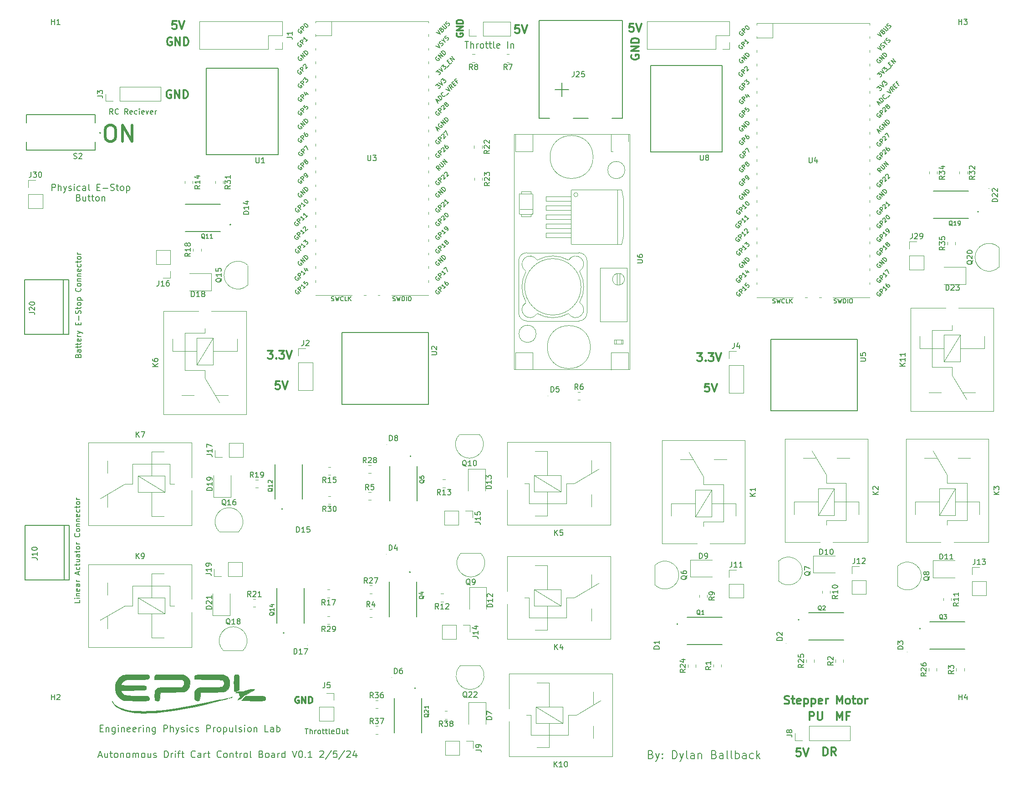
<source format=gbr>
%TF.GenerationSoftware,KiCad,Pcbnew,(6.0.5-0)*%
%TF.CreationDate,2024-02-05T16:25:50-05:00*%
%TF.ProjectId,Autonomous Drift Cart PCB,4175746f-6e6f-46d6-9f75-732044726966,rev?*%
%TF.SameCoordinates,Original*%
%TF.FileFunction,Legend,Top*%
%TF.FilePolarity,Positive*%
%FSLAX46Y46*%
G04 Gerber Fmt 4.6, Leading zero omitted, Abs format (unit mm)*
G04 Created by KiCad (PCBNEW (6.0.5-0)) date 2024-02-05 16:25:50*
%MOMM*%
%LPD*%
G01*
G04 APERTURE LIST*
%ADD10C,0.300000*%
%ADD11C,0.500000*%
%ADD12C,0.150000*%
%ADD13C,0.200000*%
%ADD14C,0.010000*%
%ADD15C,0.127000*%
%ADD16C,0.120000*%
%ADD17C,0.100000*%
G04 APERTURE END LIST*
D10*
X173685714Y-170850000D02*
X173571428Y-170792857D01*
X173400000Y-170792857D01*
X173228571Y-170850000D01*
X173114285Y-170964285D01*
X173057142Y-171078571D01*
X173000000Y-171307142D01*
X173000000Y-171478571D01*
X173057142Y-171707142D01*
X173114285Y-171821428D01*
X173228571Y-171935714D01*
X173400000Y-171992857D01*
X173514285Y-171992857D01*
X173685714Y-171935714D01*
X173742857Y-171878571D01*
X173742857Y-171478571D01*
X173514285Y-171478571D01*
X174257142Y-171992857D02*
X174257142Y-170792857D01*
X174942857Y-171992857D01*
X174942857Y-170792857D01*
X175514285Y-171992857D02*
X175514285Y-170792857D01*
X175800000Y-170792857D01*
X175971428Y-170850000D01*
X176085714Y-170964285D01*
X176142857Y-171078571D01*
X176200000Y-171307142D01*
X176200000Y-171478571D01*
X176142857Y-171707142D01*
X176085714Y-171821428D01*
X175971428Y-171935714D01*
X175800000Y-171992857D01*
X175514285Y-171992857D01*
D11*
X138342857Y-64407142D02*
X138914285Y-64407142D01*
X139200000Y-64550000D01*
X139485714Y-64835714D01*
X139628571Y-65407142D01*
X139628571Y-66407142D01*
X139485714Y-66978571D01*
X139200000Y-67264285D01*
X138914285Y-67407142D01*
X138342857Y-67407142D01*
X138057142Y-67264285D01*
X137771428Y-66978571D01*
X137628571Y-66407142D01*
X137628571Y-65407142D01*
X137771428Y-64835714D01*
X138057142Y-64550000D01*
X138342857Y-64407142D01*
X140914285Y-67407142D02*
X140914285Y-64407142D01*
X142628571Y-67407142D01*
X142628571Y-64407142D01*
D12*
X127750000Y-76576857D02*
X127750000Y-75376857D01*
X128207142Y-75376857D01*
X128321428Y-75434000D01*
X128378571Y-75491142D01*
X128435714Y-75605428D01*
X128435714Y-75776857D01*
X128378571Y-75891142D01*
X128321428Y-75948285D01*
X128207142Y-76005428D01*
X127750000Y-76005428D01*
X128950000Y-76576857D02*
X128950000Y-75376857D01*
X129464285Y-76576857D02*
X129464285Y-75948285D01*
X129407142Y-75834000D01*
X129292857Y-75776857D01*
X129121428Y-75776857D01*
X129007142Y-75834000D01*
X128950000Y-75891142D01*
X129921428Y-75776857D02*
X130207142Y-76576857D01*
X130492857Y-75776857D02*
X130207142Y-76576857D01*
X130092857Y-76862571D01*
X130035714Y-76919714D01*
X129921428Y-76976857D01*
X130892857Y-76519714D02*
X131007142Y-76576857D01*
X131235714Y-76576857D01*
X131350000Y-76519714D01*
X131407142Y-76405428D01*
X131407142Y-76348285D01*
X131350000Y-76234000D01*
X131235714Y-76176857D01*
X131064285Y-76176857D01*
X130950000Y-76119714D01*
X130892857Y-76005428D01*
X130892857Y-75948285D01*
X130950000Y-75834000D01*
X131064285Y-75776857D01*
X131235714Y-75776857D01*
X131350000Y-75834000D01*
X131921428Y-76576857D02*
X131921428Y-75776857D01*
X131921428Y-75376857D02*
X131864285Y-75434000D01*
X131921428Y-75491142D01*
X131978571Y-75434000D01*
X131921428Y-75376857D01*
X131921428Y-75491142D01*
X133007142Y-76519714D02*
X132892857Y-76576857D01*
X132664285Y-76576857D01*
X132550000Y-76519714D01*
X132492857Y-76462571D01*
X132435714Y-76348285D01*
X132435714Y-76005428D01*
X132492857Y-75891142D01*
X132550000Y-75834000D01*
X132664285Y-75776857D01*
X132892857Y-75776857D01*
X133007142Y-75834000D01*
X134035714Y-76576857D02*
X134035714Y-75948285D01*
X133978571Y-75834000D01*
X133864285Y-75776857D01*
X133635714Y-75776857D01*
X133521428Y-75834000D01*
X134035714Y-76519714D02*
X133921428Y-76576857D01*
X133635714Y-76576857D01*
X133521428Y-76519714D01*
X133464285Y-76405428D01*
X133464285Y-76291142D01*
X133521428Y-76176857D01*
X133635714Y-76119714D01*
X133921428Y-76119714D01*
X134035714Y-76062571D01*
X134778571Y-76576857D02*
X134664285Y-76519714D01*
X134607142Y-76405428D01*
X134607142Y-75376857D01*
X136150000Y-75948285D02*
X136550000Y-75948285D01*
X136721428Y-76576857D02*
X136150000Y-76576857D01*
X136150000Y-75376857D01*
X136721428Y-75376857D01*
X137235714Y-76119714D02*
X138150000Y-76119714D01*
X138664285Y-76519714D02*
X138835714Y-76576857D01*
X139121428Y-76576857D01*
X139235714Y-76519714D01*
X139292857Y-76462571D01*
X139350000Y-76348285D01*
X139350000Y-76234000D01*
X139292857Y-76119714D01*
X139235714Y-76062571D01*
X139121428Y-76005428D01*
X138892857Y-75948285D01*
X138778571Y-75891142D01*
X138721428Y-75834000D01*
X138664285Y-75719714D01*
X138664285Y-75605428D01*
X138721428Y-75491142D01*
X138778571Y-75434000D01*
X138892857Y-75376857D01*
X139178571Y-75376857D01*
X139350000Y-75434000D01*
X139692857Y-75776857D02*
X140150000Y-75776857D01*
X139864285Y-75376857D02*
X139864285Y-76405428D01*
X139921428Y-76519714D01*
X140035714Y-76576857D01*
X140150000Y-76576857D01*
X140721428Y-76576857D02*
X140607142Y-76519714D01*
X140550000Y-76462571D01*
X140492857Y-76348285D01*
X140492857Y-76005428D01*
X140550000Y-75891142D01*
X140607142Y-75834000D01*
X140721428Y-75776857D01*
X140892857Y-75776857D01*
X141007142Y-75834000D01*
X141064285Y-75891142D01*
X141121428Y-76005428D01*
X141121428Y-76348285D01*
X141064285Y-76462571D01*
X141007142Y-76519714D01*
X140892857Y-76576857D01*
X140721428Y-76576857D01*
X141635714Y-75776857D02*
X141635714Y-76976857D01*
X141635714Y-75834000D02*
X141750000Y-75776857D01*
X141978571Y-75776857D01*
X142092857Y-75834000D01*
X142150000Y-75891142D01*
X142207142Y-76005428D01*
X142207142Y-76348285D01*
X142150000Y-76462571D01*
X142092857Y-76519714D01*
X141978571Y-76576857D01*
X141750000Y-76576857D01*
X141635714Y-76519714D01*
X132721428Y-77880285D02*
X132892857Y-77937428D01*
X132950000Y-77994571D01*
X133007142Y-78108857D01*
X133007142Y-78280285D01*
X132950000Y-78394571D01*
X132892857Y-78451714D01*
X132778571Y-78508857D01*
X132321428Y-78508857D01*
X132321428Y-77308857D01*
X132721428Y-77308857D01*
X132835714Y-77366000D01*
X132892857Y-77423142D01*
X132950000Y-77537428D01*
X132950000Y-77651714D01*
X132892857Y-77766000D01*
X132835714Y-77823142D01*
X132721428Y-77880285D01*
X132321428Y-77880285D01*
X134035714Y-77708857D02*
X134035714Y-78508857D01*
X133521428Y-77708857D02*
X133521428Y-78337428D01*
X133578571Y-78451714D01*
X133692857Y-78508857D01*
X133864285Y-78508857D01*
X133978571Y-78451714D01*
X134035714Y-78394571D01*
X134435714Y-77708857D02*
X134892857Y-77708857D01*
X134607142Y-77308857D02*
X134607142Y-78337428D01*
X134664285Y-78451714D01*
X134778571Y-78508857D01*
X134892857Y-78508857D01*
X135121428Y-77708857D02*
X135578571Y-77708857D01*
X135292857Y-77308857D02*
X135292857Y-78337428D01*
X135350000Y-78451714D01*
X135464285Y-78508857D01*
X135578571Y-78508857D01*
X136150000Y-78508857D02*
X136035714Y-78451714D01*
X135978571Y-78394571D01*
X135921428Y-78280285D01*
X135921428Y-77937428D01*
X135978571Y-77823142D01*
X136035714Y-77766000D01*
X136150000Y-77708857D01*
X136321428Y-77708857D01*
X136435714Y-77766000D01*
X136492857Y-77823142D01*
X136550000Y-77937428D01*
X136550000Y-78280285D01*
X136492857Y-78394571D01*
X136435714Y-78451714D01*
X136321428Y-78508857D01*
X136150000Y-78508857D01*
X137064285Y-77708857D02*
X137064285Y-78508857D01*
X137064285Y-77823142D02*
X137121428Y-77766000D01*
X137235714Y-77708857D01*
X137407142Y-77708857D01*
X137521428Y-77766000D01*
X137578571Y-77880285D01*
X137578571Y-78508857D01*
D10*
X149907142Y-57950000D02*
X149764285Y-57878571D01*
X149550000Y-57878571D01*
X149335714Y-57950000D01*
X149192857Y-58092857D01*
X149121428Y-58235714D01*
X149050000Y-58521428D01*
X149050000Y-58735714D01*
X149121428Y-59021428D01*
X149192857Y-59164285D01*
X149335714Y-59307142D01*
X149550000Y-59378571D01*
X149692857Y-59378571D01*
X149907142Y-59307142D01*
X149978571Y-59235714D01*
X149978571Y-58735714D01*
X149692857Y-58735714D01*
X150621428Y-59378571D02*
X150621428Y-57878571D01*
X151478571Y-59378571D01*
X151478571Y-57878571D01*
X152192857Y-59378571D02*
X152192857Y-57878571D01*
X152550000Y-57878571D01*
X152764285Y-57950000D01*
X152907142Y-58092857D01*
X152978571Y-58235714D01*
X153050000Y-58521428D01*
X153050000Y-58735714D01*
X152978571Y-59021428D01*
X152907142Y-59164285D01*
X152764285Y-59307142D01*
X152550000Y-59378571D01*
X152192857Y-59378571D01*
X264007142Y-172057142D02*
X264221428Y-172128571D01*
X264578571Y-172128571D01*
X264721428Y-172057142D01*
X264792857Y-171985714D01*
X264864285Y-171842857D01*
X264864285Y-171700000D01*
X264792857Y-171557142D01*
X264721428Y-171485714D01*
X264578571Y-171414285D01*
X264292857Y-171342857D01*
X264150000Y-171271428D01*
X264078571Y-171200000D01*
X264007142Y-171057142D01*
X264007142Y-170914285D01*
X264078571Y-170771428D01*
X264150000Y-170700000D01*
X264292857Y-170628571D01*
X264650000Y-170628571D01*
X264864285Y-170700000D01*
X265292857Y-171128571D02*
X265864285Y-171128571D01*
X265507142Y-170628571D02*
X265507142Y-171914285D01*
X265578571Y-172057142D01*
X265721428Y-172128571D01*
X265864285Y-172128571D01*
X266935714Y-172057142D02*
X266792857Y-172128571D01*
X266507142Y-172128571D01*
X266364285Y-172057142D01*
X266292857Y-171914285D01*
X266292857Y-171342857D01*
X266364285Y-171200000D01*
X266507142Y-171128571D01*
X266792857Y-171128571D01*
X266935714Y-171200000D01*
X267007142Y-171342857D01*
X267007142Y-171485714D01*
X266292857Y-171628571D01*
X267650000Y-171128571D02*
X267650000Y-172628571D01*
X267650000Y-171200000D02*
X267792857Y-171128571D01*
X268078571Y-171128571D01*
X268221428Y-171200000D01*
X268292857Y-171271428D01*
X268364285Y-171414285D01*
X268364285Y-171842857D01*
X268292857Y-171985714D01*
X268221428Y-172057142D01*
X268078571Y-172128571D01*
X267792857Y-172128571D01*
X267650000Y-172057142D01*
X269007142Y-171128571D02*
X269007142Y-172628571D01*
X269007142Y-171200000D02*
X269150000Y-171128571D01*
X269435714Y-171128571D01*
X269578571Y-171200000D01*
X269650000Y-171271428D01*
X269721428Y-171414285D01*
X269721428Y-171842857D01*
X269650000Y-171985714D01*
X269578571Y-172057142D01*
X269435714Y-172128571D01*
X269150000Y-172128571D01*
X269007142Y-172057142D01*
X270935714Y-172057142D02*
X270792857Y-172128571D01*
X270507142Y-172128571D01*
X270364285Y-172057142D01*
X270292857Y-171914285D01*
X270292857Y-171342857D01*
X270364285Y-171200000D01*
X270507142Y-171128571D01*
X270792857Y-171128571D01*
X270935714Y-171200000D01*
X271007142Y-171342857D01*
X271007142Y-171485714D01*
X270292857Y-171628571D01*
X271650000Y-172128571D02*
X271650000Y-171128571D01*
X271650000Y-171414285D02*
X271721428Y-171271428D01*
X271792857Y-171200000D01*
X271935714Y-171128571D01*
X272078571Y-171128571D01*
X273721428Y-172128571D02*
X273721428Y-170628571D01*
X274221428Y-171700000D01*
X274721428Y-170628571D01*
X274721428Y-172128571D01*
X275650000Y-172128571D02*
X275507142Y-172057142D01*
X275435714Y-171985714D01*
X275364285Y-171842857D01*
X275364285Y-171414285D01*
X275435714Y-171271428D01*
X275507142Y-171200000D01*
X275650000Y-171128571D01*
X275864285Y-171128571D01*
X276007142Y-171200000D01*
X276078571Y-171271428D01*
X276150000Y-171414285D01*
X276150000Y-171842857D01*
X276078571Y-171985714D01*
X276007142Y-172057142D01*
X275864285Y-172128571D01*
X275650000Y-172128571D01*
X276578571Y-171128571D02*
X277150000Y-171128571D01*
X276792857Y-170628571D02*
X276792857Y-171914285D01*
X276864285Y-172057142D01*
X277007142Y-172128571D01*
X277150000Y-172128571D01*
X277864285Y-172128571D02*
X277721428Y-172057142D01*
X277650000Y-171985714D01*
X277578571Y-171842857D01*
X277578571Y-171414285D01*
X277650000Y-171271428D01*
X277721428Y-171200000D01*
X277864285Y-171128571D01*
X278078571Y-171128571D01*
X278221428Y-171200000D01*
X278292857Y-171271428D01*
X278364285Y-171414285D01*
X278364285Y-171842857D01*
X278292857Y-171985714D01*
X278221428Y-172057142D01*
X278078571Y-172128571D01*
X277864285Y-172128571D01*
X279007142Y-172128571D02*
X279007142Y-171128571D01*
X279007142Y-171414285D02*
X279078571Y-171271428D01*
X279150000Y-171200000D01*
X279292857Y-171128571D01*
X279435714Y-171128571D01*
D13*
X204550000Y-48842857D02*
X205235714Y-48842857D01*
X204892857Y-50042857D02*
X204892857Y-48842857D01*
X205635714Y-50042857D02*
X205635714Y-48842857D01*
X206150000Y-50042857D02*
X206150000Y-49414285D01*
X206092857Y-49300000D01*
X205978571Y-49242857D01*
X205807142Y-49242857D01*
X205692857Y-49300000D01*
X205635714Y-49357142D01*
X206721428Y-50042857D02*
X206721428Y-49242857D01*
X206721428Y-49471428D02*
X206778571Y-49357142D01*
X206835714Y-49300000D01*
X206950000Y-49242857D01*
X207064285Y-49242857D01*
X207635714Y-50042857D02*
X207521428Y-49985714D01*
X207464285Y-49928571D01*
X207407142Y-49814285D01*
X207407142Y-49471428D01*
X207464285Y-49357142D01*
X207521428Y-49300000D01*
X207635714Y-49242857D01*
X207807142Y-49242857D01*
X207921428Y-49300000D01*
X207978571Y-49357142D01*
X208035714Y-49471428D01*
X208035714Y-49814285D01*
X207978571Y-49928571D01*
X207921428Y-49985714D01*
X207807142Y-50042857D01*
X207635714Y-50042857D01*
X208378571Y-49242857D02*
X208835714Y-49242857D01*
X208550000Y-48842857D02*
X208550000Y-49871428D01*
X208607142Y-49985714D01*
X208721428Y-50042857D01*
X208835714Y-50042857D01*
X209064285Y-49242857D02*
X209521428Y-49242857D01*
X209235714Y-48842857D02*
X209235714Y-49871428D01*
X209292857Y-49985714D01*
X209407142Y-50042857D01*
X209521428Y-50042857D01*
X210092857Y-50042857D02*
X209978571Y-49985714D01*
X209921428Y-49871428D01*
X209921428Y-48842857D01*
X211007142Y-49985714D02*
X210892857Y-50042857D01*
X210664285Y-50042857D01*
X210550000Y-49985714D01*
X210492857Y-49871428D01*
X210492857Y-49414285D01*
X210550000Y-49300000D01*
X210664285Y-49242857D01*
X210892857Y-49242857D01*
X211007142Y-49300000D01*
X211064285Y-49414285D01*
X211064285Y-49528571D01*
X210492857Y-49642857D01*
X212492857Y-50042857D02*
X212492857Y-48842857D01*
X213064285Y-49242857D02*
X213064285Y-50042857D01*
X213064285Y-49357142D02*
X213121428Y-49300000D01*
X213235714Y-49242857D01*
X213407142Y-49242857D01*
X213521428Y-49300000D01*
X213578571Y-49414285D01*
X213578571Y-50042857D01*
D10*
X214664285Y-45778571D02*
X213950000Y-45778571D01*
X213878571Y-46492857D01*
X213950000Y-46421428D01*
X214092857Y-46350000D01*
X214450000Y-46350000D01*
X214592857Y-46421428D01*
X214664285Y-46492857D01*
X214735714Y-46635714D01*
X214735714Y-46992857D01*
X214664285Y-47135714D01*
X214592857Y-47207142D01*
X214450000Y-47278571D01*
X214092857Y-47278571D01*
X213950000Y-47207142D01*
X213878571Y-47135714D01*
X215164285Y-45778571D02*
X215664285Y-47278571D01*
X216164285Y-45778571D01*
X203050000Y-47314285D02*
X202992857Y-47428571D01*
X202992857Y-47600000D01*
X203050000Y-47771428D01*
X203164285Y-47885714D01*
X203278571Y-47942857D01*
X203507142Y-48000000D01*
X203678571Y-48000000D01*
X203907142Y-47942857D01*
X204021428Y-47885714D01*
X204135714Y-47771428D01*
X204192857Y-47600000D01*
X204192857Y-47485714D01*
X204135714Y-47314285D01*
X204078571Y-47257142D01*
X203678571Y-47257142D01*
X203678571Y-47485714D01*
X204192857Y-46742857D02*
X202992857Y-46742857D01*
X204192857Y-46057142D01*
X202992857Y-46057142D01*
X204192857Y-45485714D02*
X202992857Y-45485714D01*
X202992857Y-45200000D01*
X203050000Y-45028571D01*
X203164285Y-44914285D01*
X203278571Y-44857142D01*
X203507142Y-44800000D01*
X203678571Y-44800000D01*
X203907142Y-44857142D01*
X204021428Y-44914285D01*
X204135714Y-45028571D01*
X204192857Y-45200000D01*
X204192857Y-45485714D01*
X273757142Y-175128571D02*
X273757142Y-173628571D01*
X274257142Y-174700000D01*
X274757142Y-173628571D01*
X274757142Y-175128571D01*
X275971428Y-174342857D02*
X275471428Y-174342857D01*
X275471428Y-175128571D02*
X275471428Y-173628571D01*
X276185714Y-173628571D01*
X271207142Y-181728571D02*
X271207142Y-180228571D01*
X271564285Y-180228571D01*
X271778571Y-180300000D01*
X271921428Y-180442857D01*
X271992857Y-180585714D01*
X272064285Y-180871428D01*
X272064285Y-181085714D01*
X271992857Y-181371428D01*
X271921428Y-181514285D01*
X271778571Y-181657142D01*
X271564285Y-181728571D01*
X271207142Y-181728571D01*
X273564285Y-181728571D02*
X273064285Y-181014285D01*
X272707142Y-181728571D02*
X272707142Y-180228571D01*
X273278571Y-180228571D01*
X273421428Y-180300000D01*
X273492857Y-180371428D01*
X273564285Y-180514285D01*
X273564285Y-180728571D01*
X273492857Y-180871428D01*
X273421428Y-180942857D01*
X273278571Y-181014285D01*
X272707142Y-181014285D01*
X268621428Y-175128571D02*
X268621428Y-173628571D01*
X269192857Y-173628571D01*
X269335714Y-173700000D01*
X269407142Y-173771428D01*
X269478571Y-173914285D01*
X269478571Y-174128571D01*
X269407142Y-174271428D01*
X269335714Y-174342857D01*
X269192857Y-174414285D01*
X268621428Y-174414285D01*
X270121428Y-173628571D02*
X270121428Y-174842857D01*
X270192857Y-174985714D01*
X270264285Y-175057142D01*
X270407142Y-175128571D01*
X270692857Y-175128571D01*
X270835714Y-175057142D01*
X270907142Y-174985714D01*
X270978571Y-174842857D01*
X270978571Y-173628571D01*
X266964285Y-180378571D02*
X266250000Y-180378571D01*
X266178571Y-181092857D01*
X266250000Y-181021428D01*
X266392857Y-180950000D01*
X266750000Y-180950000D01*
X266892857Y-181021428D01*
X266964285Y-181092857D01*
X267035714Y-181235714D01*
X267035714Y-181592857D01*
X266964285Y-181735714D01*
X266892857Y-181807142D01*
X266750000Y-181878571D01*
X266392857Y-181878571D01*
X266250000Y-181807142D01*
X266178571Y-181735714D01*
X267464285Y-180378571D02*
X267964285Y-181878571D01*
X268464285Y-180378571D01*
D13*
X239142857Y-181542857D02*
X239357142Y-181614285D01*
X239428571Y-181685714D01*
X239500000Y-181828571D01*
X239500000Y-182042857D01*
X239428571Y-182185714D01*
X239357142Y-182257142D01*
X239214285Y-182328571D01*
X238642857Y-182328571D01*
X238642857Y-180828571D01*
X239142857Y-180828571D01*
X239285714Y-180900000D01*
X239357142Y-180971428D01*
X239428571Y-181114285D01*
X239428571Y-181257142D01*
X239357142Y-181400000D01*
X239285714Y-181471428D01*
X239142857Y-181542857D01*
X238642857Y-181542857D01*
X240000000Y-181328571D02*
X240357142Y-182328571D01*
X240714285Y-181328571D02*
X240357142Y-182328571D01*
X240214285Y-182685714D01*
X240142857Y-182757142D01*
X240000000Y-182828571D01*
X241285714Y-182185714D02*
X241357142Y-182257142D01*
X241285714Y-182328571D01*
X241214285Y-182257142D01*
X241285714Y-182185714D01*
X241285714Y-182328571D01*
X241285714Y-181400000D02*
X241357142Y-181471428D01*
X241285714Y-181542857D01*
X241214285Y-181471428D01*
X241285714Y-181400000D01*
X241285714Y-181542857D01*
X243142857Y-182328571D02*
X243142857Y-180828571D01*
X243500000Y-180828571D01*
X243714285Y-180900000D01*
X243857142Y-181042857D01*
X243928571Y-181185714D01*
X244000000Y-181471428D01*
X244000000Y-181685714D01*
X243928571Y-181971428D01*
X243857142Y-182114285D01*
X243714285Y-182257142D01*
X243500000Y-182328571D01*
X243142857Y-182328571D01*
X244500000Y-181328571D02*
X244857142Y-182328571D01*
X245214285Y-181328571D02*
X244857142Y-182328571D01*
X244714285Y-182685714D01*
X244642857Y-182757142D01*
X244500000Y-182828571D01*
X246000000Y-182328571D02*
X245857142Y-182257142D01*
X245785714Y-182114285D01*
X245785714Y-180828571D01*
X247214285Y-182328571D02*
X247214285Y-181542857D01*
X247142857Y-181400000D01*
X247000000Y-181328571D01*
X246714285Y-181328571D01*
X246571428Y-181400000D01*
X247214285Y-182257142D02*
X247071428Y-182328571D01*
X246714285Y-182328571D01*
X246571428Y-182257142D01*
X246500000Y-182114285D01*
X246500000Y-181971428D01*
X246571428Y-181828571D01*
X246714285Y-181757142D01*
X247071428Y-181757142D01*
X247214285Y-181685714D01*
X247928571Y-181328571D02*
X247928571Y-182328571D01*
X247928571Y-181471428D02*
X248000000Y-181400000D01*
X248142857Y-181328571D01*
X248357142Y-181328571D01*
X248500000Y-181400000D01*
X248571428Y-181542857D01*
X248571428Y-182328571D01*
X250928571Y-181542857D02*
X251142857Y-181614285D01*
X251214285Y-181685714D01*
X251285714Y-181828571D01*
X251285714Y-182042857D01*
X251214285Y-182185714D01*
X251142857Y-182257142D01*
X251000000Y-182328571D01*
X250428571Y-182328571D01*
X250428571Y-180828571D01*
X250928571Y-180828571D01*
X251071428Y-180900000D01*
X251142857Y-180971428D01*
X251214285Y-181114285D01*
X251214285Y-181257142D01*
X251142857Y-181400000D01*
X251071428Y-181471428D01*
X250928571Y-181542857D01*
X250428571Y-181542857D01*
X252571428Y-182328571D02*
X252571428Y-181542857D01*
X252500000Y-181400000D01*
X252357142Y-181328571D01*
X252071428Y-181328571D01*
X251928571Y-181400000D01*
X252571428Y-182257142D02*
X252428571Y-182328571D01*
X252071428Y-182328571D01*
X251928571Y-182257142D01*
X251857142Y-182114285D01*
X251857142Y-181971428D01*
X251928571Y-181828571D01*
X252071428Y-181757142D01*
X252428571Y-181757142D01*
X252571428Y-181685714D01*
X253500000Y-182328571D02*
X253357142Y-182257142D01*
X253285714Y-182114285D01*
X253285714Y-180828571D01*
X254285714Y-182328571D02*
X254142857Y-182257142D01*
X254071428Y-182114285D01*
X254071428Y-180828571D01*
X254857142Y-182328571D02*
X254857142Y-180828571D01*
X254857142Y-181400000D02*
X255000000Y-181328571D01*
X255285714Y-181328571D01*
X255428571Y-181400000D01*
X255500000Y-181471428D01*
X255571428Y-181614285D01*
X255571428Y-182042857D01*
X255500000Y-182185714D01*
X255428571Y-182257142D01*
X255285714Y-182328571D01*
X255000000Y-182328571D01*
X254857142Y-182257142D01*
X256857142Y-182328571D02*
X256857142Y-181542857D01*
X256785714Y-181400000D01*
X256642857Y-181328571D01*
X256357142Y-181328571D01*
X256214285Y-181400000D01*
X256857142Y-182257142D02*
X256714285Y-182328571D01*
X256357142Y-182328571D01*
X256214285Y-182257142D01*
X256142857Y-182114285D01*
X256142857Y-181971428D01*
X256214285Y-181828571D01*
X256357142Y-181757142D01*
X256714285Y-181757142D01*
X256857142Y-181685714D01*
X258214285Y-182257142D02*
X258071428Y-182328571D01*
X257785714Y-182328571D01*
X257642857Y-182257142D01*
X257571428Y-182185714D01*
X257500000Y-182042857D01*
X257500000Y-181614285D01*
X257571428Y-181471428D01*
X257642857Y-181400000D01*
X257785714Y-181328571D01*
X258071428Y-181328571D01*
X258214285Y-181400000D01*
X258857142Y-182328571D02*
X258857142Y-180828571D01*
X259000000Y-181757142D02*
X259428571Y-182328571D01*
X259428571Y-181328571D02*
X258857142Y-181900000D01*
X136432142Y-181758333D02*
X137027380Y-181758333D01*
X136313095Y-182115476D02*
X136729761Y-180865476D01*
X137146428Y-182115476D01*
X138098809Y-181282142D02*
X138098809Y-182115476D01*
X137563095Y-181282142D02*
X137563095Y-181936904D01*
X137622619Y-182055952D01*
X137741666Y-182115476D01*
X137920238Y-182115476D01*
X138039285Y-182055952D01*
X138098809Y-181996428D01*
X138515476Y-181282142D02*
X138991666Y-181282142D01*
X138694047Y-180865476D02*
X138694047Y-181936904D01*
X138753571Y-182055952D01*
X138872619Y-182115476D01*
X138991666Y-182115476D01*
X139586904Y-182115476D02*
X139467857Y-182055952D01*
X139408333Y-181996428D01*
X139348809Y-181877380D01*
X139348809Y-181520238D01*
X139408333Y-181401190D01*
X139467857Y-181341666D01*
X139586904Y-181282142D01*
X139765476Y-181282142D01*
X139884523Y-181341666D01*
X139944047Y-181401190D01*
X140003571Y-181520238D01*
X140003571Y-181877380D01*
X139944047Y-181996428D01*
X139884523Y-182055952D01*
X139765476Y-182115476D01*
X139586904Y-182115476D01*
X140539285Y-181282142D02*
X140539285Y-182115476D01*
X140539285Y-181401190D02*
X140598809Y-181341666D01*
X140717857Y-181282142D01*
X140896428Y-181282142D01*
X141015476Y-181341666D01*
X141075000Y-181460714D01*
X141075000Y-182115476D01*
X141848809Y-182115476D02*
X141729761Y-182055952D01*
X141670238Y-181996428D01*
X141610714Y-181877380D01*
X141610714Y-181520238D01*
X141670238Y-181401190D01*
X141729761Y-181341666D01*
X141848809Y-181282142D01*
X142027380Y-181282142D01*
X142146428Y-181341666D01*
X142205952Y-181401190D01*
X142265476Y-181520238D01*
X142265476Y-181877380D01*
X142205952Y-181996428D01*
X142146428Y-182055952D01*
X142027380Y-182115476D01*
X141848809Y-182115476D01*
X142801190Y-182115476D02*
X142801190Y-181282142D01*
X142801190Y-181401190D02*
X142860714Y-181341666D01*
X142979761Y-181282142D01*
X143158333Y-181282142D01*
X143277380Y-181341666D01*
X143336904Y-181460714D01*
X143336904Y-182115476D01*
X143336904Y-181460714D02*
X143396428Y-181341666D01*
X143515476Y-181282142D01*
X143694047Y-181282142D01*
X143813095Y-181341666D01*
X143872619Y-181460714D01*
X143872619Y-182115476D01*
X144646428Y-182115476D02*
X144527380Y-182055952D01*
X144467857Y-181996428D01*
X144408333Y-181877380D01*
X144408333Y-181520238D01*
X144467857Y-181401190D01*
X144527380Y-181341666D01*
X144646428Y-181282142D01*
X144825000Y-181282142D01*
X144944047Y-181341666D01*
X145003571Y-181401190D01*
X145063095Y-181520238D01*
X145063095Y-181877380D01*
X145003571Y-181996428D01*
X144944047Y-182055952D01*
X144825000Y-182115476D01*
X144646428Y-182115476D01*
X146134523Y-181282142D02*
X146134523Y-182115476D01*
X145598809Y-181282142D02*
X145598809Y-181936904D01*
X145658333Y-182055952D01*
X145777380Y-182115476D01*
X145955952Y-182115476D01*
X146075000Y-182055952D01*
X146134523Y-181996428D01*
X146670238Y-182055952D02*
X146789285Y-182115476D01*
X147027380Y-182115476D01*
X147146428Y-182055952D01*
X147205952Y-181936904D01*
X147205952Y-181877380D01*
X147146428Y-181758333D01*
X147027380Y-181698809D01*
X146848809Y-181698809D01*
X146729761Y-181639285D01*
X146670238Y-181520238D01*
X146670238Y-181460714D01*
X146729761Y-181341666D01*
X146848809Y-181282142D01*
X147027380Y-181282142D01*
X147146428Y-181341666D01*
X148694047Y-182115476D02*
X148694047Y-180865476D01*
X148991666Y-180865476D01*
X149170238Y-180925000D01*
X149289285Y-181044047D01*
X149348809Y-181163095D01*
X149408333Y-181401190D01*
X149408333Y-181579761D01*
X149348809Y-181817857D01*
X149289285Y-181936904D01*
X149170238Y-182055952D01*
X148991666Y-182115476D01*
X148694047Y-182115476D01*
X149944047Y-182115476D02*
X149944047Y-181282142D01*
X149944047Y-181520238D02*
X150003571Y-181401190D01*
X150063095Y-181341666D01*
X150182142Y-181282142D01*
X150301190Y-181282142D01*
X150717857Y-182115476D02*
X150717857Y-181282142D01*
X150717857Y-180865476D02*
X150658333Y-180925000D01*
X150717857Y-180984523D01*
X150777380Y-180925000D01*
X150717857Y-180865476D01*
X150717857Y-180984523D01*
X151134523Y-181282142D02*
X151610714Y-181282142D01*
X151313095Y-182115476D02*
X151313095Y-181044047D01*
X151372619Y-180925000D01*
X151491666Y-180865476D01*
X151610714Y-180865476D01*
X151848809Y-181282142D02*
X152325000Y-181282142D01*
X152027380Y-180865476D02*
X152027380Y-181936904D01*
X152086904Y-182055952D01*
X152205952Y-182115476D01*
X152325000Y-182115476D01*
X154408333Y-181996428D02*
X154348809Y-182055952D01*
X154170238Y-182115476D01*
X154051190Y-182115476D01*
X153872619Y-182055952D01*
X153753571Y-181936904D01*
X153694047Y-181817857D01*
X153634523Y-181579761D01*
X153634523Y-181401190D01*
X153694047Y-181163095D01*
X153753571Y-181044047D01*
X153872619Y-180925000D01*
X154051190Y-180865476D01*
X154170238Y-180865476D01*
X154348809Y-180925000D01*
X154408333Y-180984523D01*
X155479761Y-182115476D02*
X155479761Y-181460714D01*
X155420238Y-181341666D01*
X155301190Y-181282142D01*
X155063095Y-181282142D01*
X154944047Y-181341666D01*
X155479761Y-182055952D02*
X155360714Y-182115476D01*
X155063095Y-182115476D01*
X154944047Y-182055952D01*
X154884523Y-181936904D01*
X154884523Y-181817857D01*
X154944047Y-181698809D01*
X155063095Y-181639285D01*
X155360714Y-181639285D01*
X155479761Y-181579761D01*
X156075000Y-182115476D02*
X156075000Y-181282142D01*
X156075000Y-181520238D02*
X156134523Y-181401190D01*
X156194047Y-181341666D01*
X156313095Y-181282142D01*
X156432142Y-181282142D01*
X156670238Y-181282142D02*
X157146428Y-181282142D01*
X156848809Y-180865476D02*
X156848809Y-181936904D01*
X156908333Y-182055952D01*
X157027380Y-182115476D01*
X157146428Y-182115476D01*
X159229761Y-181996428D02*
X159170238Y-182055952D01*
X158991666Y-182115476D01*
X158872619Y-182115476D01*
X158694047Y-182055952D01*
X158575000Y-181936904D01*
X158515476Y-181817857D01*
X158455952Y-181579761D01*
X158455952Y-181401190D01*
X158515476Y-181163095D01*
X158575000Y-181044047D01*
X158694047Y-180925000D01*
X158872619Y-180865476D01*
X158991666Y-180865476D01*
X159170238Y-180925000D01*
X159229761Y-180984523D01*
X159944047Y-182115476D02*
X159825000Y-182055952D01*
X159765476Y-181996428D01*
X159705952Y-181877380D01*
X159705952Y-181520238D01*
X159765476Y-181401190D01*
X159825000Y-181341666D01*
X159944047Y-181282142D01*
X160122619Y-181282142D01*
X160241666Y-181341666D01*
X160301190Y-181401190D01*
X160360714Y-181520238D01*
X160360714Y-181877380D01*
X160301190Y-181996428D01*
X160241666Y-182055952D01*
X160122619Y-182115476D01*
X159944047Y-182115476D01*
X160896428Y-181282142D02*
X160896428Y-182115476D01*
X160896428Y-181401190D02*
X160955952Y-181341666D01*
X161075000Y-181282142D01*
X161253571Y-181282142D01*
X161372619Y-181341666D01*
X161432142Y-181460714D01*
X161432142Y-182115476D01*
X161848809Y-181282142D02*
X162325000Y-181282142D01*
X162027380Y-180865476D02*
X162027380Y-181936904D01*
X162086904Y-182055952D01*
X162205952Y-182115476D01*
X162325000Y-182115476D01*
X162741666Y-182115476D02*
X162741666Y-181282142D01*
X162741666Y-181520238D02*
X162801190Y-181401190D01*
X162860714Y-181341666D01*
X162979761Y-181282142D01*
X163098809Y-181282142D01*
X163694047Y-182115476D02*
X163575000Y-182055952D01*
X163515476Y-181996428D01*
X163455952Y-181877380D01*
X163455952Y-181520238D01*
X163515476Y-181401190D01*
X163575000Y-181341666D01*
X163694047Y-181282142D01*
X163872619Y-181282142D01*
X163991666Y-181341666D01*
X164051190Y-181401190D01*
X164110714Y-181520238D01*
X164110714Y-181877380D01*
X164051190Y-181996428D01*
X163991666Y-182055952D01*
X163872619Y-182115476D01*
X163694047Y-182115476D01*
X164825000Y-182115476D02*
X164705952Y-182055952D01*
X164646428Y-181936904D01*
X164646428Y-180865476D01*
X166670238Y-181460714D02*
X166848809Y-181520238D01*
X166908333Y-181579761D01*
X166967857Y-181698809D01*
X166967857Y-181877380D01*
X166908333Y-181996428D01*
X166848809Y-182055952D01*
X166729761Y-182115476D01*
X166253571Y-182115476D01*
X166253571Y-180865476D01*
X166670238Y-180865476D01*
X166789285Y-180925000D01*
X166848809Y-180984523D01*
X166908333Y-181103571D01*
X166908333Y-181222619D01*
X166848809Y-181341666D01*
X166789285Y-181401190D01*
X166670238Y-181460714D01*
X166253571Y-181460714D01*
X167682142Y-182115476D02*
X167563095Y-182055952D01*
X167503571Y-181996428D01*
X167444047Y-181877380D01*
X167444047Y-181520238D01*
X167503571Y-181401190D01*
X167563095Y-181341666D01*
X167682142Y-181282142D01*
X167860714Y-181282142D01*
X167979761Y-181341666D01*
X168039285Y-181401190D01*
X168098809Y-181520238D01*
X168098809Y-181877380D01*
X168039285Y-181996428D01*
X167979761Y-182055952D01*
X167860714Y-182115476D01*
X167682142Y-182115476D01*
X169170238Y-182115476D02*
X169170238Y-181460714D01*
X169110714Y-181341666D01*
X168991666Y-181282142D01*
X168753571Y-181282142D01*
X168634523Y-181341666D01*
X169170238Y-182055952D02*
X169051190Y-182115476D01*
X168753571Y-182115476D01*
X168634523Y-182055952D01*
X168574999Y-181936904D01*
X168574999Y-181817857D01*
X168634523Y-181698809D01*
X168753571Y-181639285D01*
X169051190Y-181639285D01*
X169170238Y-181579761D01*
X169765476Y-182115476D02*
X169765476Y-181282142D01*
X169765476Y-181520238D02*
X169824999Y-181401190D01*
X169884523Y-181341666D01*
X170003571Y-181282142D01*
X170122619Y-181282142D01*
X171075000Y-182115476D02*
X171075000Y-180865476D01*
X171075000Y-182055952D02*
X170955952Y-182115476D01*
X170717857Y-182115476D01*
X170598809Y-182055952D01*
X170539285Y-181996428D01*
X170479761Y-181877380D01*
X170479761Y-181520238D01*
X170539285Y-181401190D01*
X170598809Y-181341666D01*
X170717857Y-181282142D01*
X170955952Y-181282142D01*
X171075000Y-181341666D01*
X172444047Y-180865476D02*
X172860714Y-182115476D01*
X173277380Y-180865476D01*
X173932142Y-180865476D02*
X174051190Y-180865476D01*
X174170238Y-180925000D01*
X174229761Y-180984523D01*
X174289285Y-181103571D01*
X174348809Y-181341666D01*
X174348809Y-181639285D01*
X174289285Y-181877380D01*
X174229761Y-181996428D01*
X174170238Y-182055952D01*
X174051190Y-182115476D01*
X173932142Y-182115476D01*
X173813095Y-182055952D01*
X173753571Y-181996428D01*
X173694047Y-181877380D01*
X173634523Y-181639285D01*
X173634523Y-181341666D01*
X173694047Y-181103571D01*
X173753571Y-180984523D01*
X173813095Y-180925000D01*
X173932142Y-180865476D01*
X174884523Y-181996428D02*
X174944047Y-182055952D01*
X174884523Y-182115476D01*
X174825000Y-182055952D01*
X174884523Y-181996428D01*
X174884523Y-182115476D01*
X176134523Y-182115476D02*
X175420238Y-182115476D01*
X175777380Y-182115476D02*
X175777380Y-180865476D01*
X175658333Y-181044047D01*
X175539285Y-181163095D01*
X175420238Y-181222619D01*
X177563095Y-180984523D02*
X177622619Y-180925000D01*
X177741666Y-180865476D01*
X178039285Y-180865476D01*
X178158333Y-180925000D01*
X178217857Y-180984523D01*
X178277380Y-181103571D01*
X178277380Y-181222619D01*
X178217857Y-181401190D01*
X177503571Y-182115476D01*
X178277380Y-182115476D01*
X179705952Y-180805952D02*
X178634523Y-182413095D01*
X180717857Y-180865476D02*
X180122619Y-180865476D01*
X180063095Y-181460714D01*
X180122619Y-181401190D01*
X180241666Y-181341666D01*
X180539285Y-181341666D01*
X180658333Y-181401190D01*
X180717857Y-181460714D01*
X180777380Y-181579761D01*
X180777380Y-181877380D01*
X180717857Y-181996428D01*
X180658333Y-182055952D01*
X180539285Y-182115476D01*
X180241666Y-182115476D01*
X180122619Y-182055952D01*
X180063095Y-181996428D01*
X182205952Y-180805952D02*
X181134523Y-182413095D01*
X182563095Y-180984523D02*
X182622619Y-180925000D01*
X182741666Y-180865476D01*
X183039285Y-180865476D01*
X183158333Y-180925000D01*
X183217857Y-180984523D01*
X183277380Y-181103571D01*
X183277380Y-181222619D01*
X183217857Y-181401190D01*
X182503571Y-182115476D01*
X183277380Y-182115476D01*
X184348809Y-181282142D02*
X184348809Y-182115476D01*
X184051190Y-180805952D02*
X183753571Y-181698809D01*
X184527380Y-181698809D01*
X136703571Y-176660714D02*
X137120238Y-176660714D01*
X137298809Y-177315476D02*
X136703571Y-177315476D01*
X136703571Y-176065476D01*
X137298809Y-176065476D01*
X137834523Y-176482142D02*
X137834523Y-177315476D01*
X137834523Y-176601190D02*
X137894047Y-176541666D01*
X138013095Y-176482142D01*
X138191666Y-176482142D01*
X138310714Y-176541666D01*
X138370238Y-176660714D01*
X138370238Y-177315476D01*
X139501190Y-176482142D02*
X139501190Y-177494047D01*
X139441666Y-177613095D01*
X139382142Y-177672619D01*
X139263095Y-177732142D01*
X139084523Y-177732142D01*
X138965476Y-177672619D01*
X139501190Y-177255952D02*
X139382142Y-177315476D01*
X139144047Y-177315476D01*
X139025000Y-177255952D01*
X138965476Y-177196428D01*
X138905952Y-177077380D01*
X138905952Y-176720238D01*
X138965476Y-176601190D01*
X139025000Y-176541666D01*
X139144047Y-176482142D01*
X139382142Y-176482142D01*
X139501190Y-176541666D01*
X140096428Y-177315476D02*
X140096428Y-176482142D01*
X140096428Y-176065476D02*
X140036904Y-176125000D01*
X140096428Y-176184523D01*
X140155952Y-176125000D01*
X140096428Y-176065476D01*
X140096428Y-176184523D01*
X140691666Y-176482142D02*
X140691666Y-177315476D01*
X140691666Y-176601190D02*
X140751190Y-176541666D01*
X140870238Y-176482142D01*
X141048809Y-176482142D01*
X141167857Y-176541666D01*
X141227380Y-176660714D01*
X141227380Y-177315476D01*
X142298809Y-177255952D02*
X142179761Y-177315476D01*
X141941666Y-177315476D01*
X141822619Y-177255952D01*
X141763095Y-177136904D01*
X141763095Y-176660714D01*
X141822619Y-176541666D01*
X141941666Y-176482142D01*
X142179761Y-176482142D01*
X142298809Y-176541666D01*
X142358333Y-176660714D01*
X142358333Y-176779761D01*
X141763095Y-176898809D01*
X143370238Y-177255952D02*
X143251190Y-177315476D01*
X143013095Y-177315476D01*
X142894047Y-177255952D01*
X142834523Y-177136904D01*
X142834523Y-176660714D01*
X142894047Y-176541666D01*
X143013095Y-176482142D01*
X143251190Y-176482142D01*
X143370238Y-176541666D01*
X143429761Y-176660714D01*
X143429761Y-176779761D01*
X142834523Y-176898809D01*
X143965476Y-177315476D02*
X143965476Y-176482142D01*
X143965476Y-176720238D02*
X144025000Y-176601190D01*
X144084523Y-176541666D01*
X144203571Y-176482142D01*
X144322619Y-176482142D01*
X144739285Y-177315476D02*
X144739285Y-176482142D01*
X144739285Y-176065476D02*
X144679761Y-176125000D01*
X144739285Y-176184523D01*
X144798809Y-176125000D01*
X144739285Y-176065476D01*
X144739285Y-176184523D01*
X145334523Y-176482142D02*
X145334523Y-177315476D01*
X145334523Y-176601190D02*
X145394047Y-176541666D01*
X145513095Y-176482142D01*
X145691666Y-176482142D01*
X145810714Y-176541666D01*
X145870238Y-176660714D01*
X145870238Y-177315476D01*
X147001190Y-176482142D02*
X147001190Y-177494047D01*
X146941666Y-177613095D01*
X146882142Y-177672619D01*
X146763095Y-177732142D01*
X146584523Y-177732142D01*
X146465476Y-177672619D01*
X147001190Y-177255952D02*
X146882142Y-177315476D01*
X146644047Y-177315476D01*
X146525000Y-177255952D01*
X146465476Y-177196428D01*
X146405952Y-177077380D01*
X146405952Y-176720238D01*
X146465476Y-176601190D01*
X146525000Y-176541666D01*
X146644047Y-176482142D01*
X146882142Y-176482142D01*
X147001190Y-176541666D01*
X148548809Y-177315476D02*
X148548809Y-176065476D01*
X149025000Y-176065476D01*
X149144047Y-176125000D01*
X149203571Y-176184523D01*
X149263095Y-176303571D01*
X149263095Y-176482142D01*
X149203571Y-176601190D01*
X149144047Y-176660714D01*
X149025000Y-176720238D01*
X148548809Y-176720238D01*
X149798809Y-177315476D02*
X149798809Y-176065476D01*
X150334523Y-177315476D02*
X150334523Y-176660714D01*
X150275000Y-176541666D01*
X150155952Y-176482142D01*
X149977380Y-176482142D01*
X149858333Y-176541666D01*
X149798809Y-176601190D01*
X150810714Y-176482142D02*
X151108333Y-177315476D01*
X151405952Y-176482142D02*
X151108333Y-177315476D01*
X150989285Y-177613095D01*
X150929761Y-177672619D01*
X150810714Y-177732142D01*
X151822619Y-177255952D02*
X151941666Y-177315476D01*
X152179761Y-177315476D01*
X152298809Y-177255952D01*
X152358333Y-177136904D01*
X152358333Y-177077380D01*
X152298809Y-176958333D01*
X152179761Y-176898809D01*
X152001190Y-176898809D01*
X151882142Y-176839285D01*
X151822619Y-176720238D01*
X151822619Y-176660714D01*
X151882142Y-176541666D01*
X152001190Y-176482142D01*
X152179761Y-176482142D01*
X152298809Y-176541666D01*
X152894047Y-177315476D02*
X152894047Y-176482142D01*
X152894047Y-176065476D02*
X152834523Y-176125000D01*
X152894047Y-176184523D01*
X152953571Y-176125000D01*
X152894047Y-176065476D01*
X152894047Y-176184523D01*
X154025000Y-177255952D02*
X153905952Y-177315476D01*
X153667857Y-177315476D01*
X153548809Y-177255952D01*
X153489285Y-177196428D01*
X153429761Y-177077380D01*
X153429761Y-176720238D01*
X153489285Y-176601190D01*
X153548809Y-176541666D01*
X153667857Y-176482142D01*
X153905952Y-176482142D01*
X154025000Y-176541666D01*
X154501190Y-177255952D02*
X154620238Y-177315476D01*
X154858333Y-177315476D01*
X154977380Y-177255952D01*
X155036904Y-177136904D01*
X155036904Y-177077380D01*
X154977380Y-176958333D01*
X154858333Y-176898809D01*
X154679761Y-176898809D01*
X154560714Y-176839285D01*
X154501190Y-176720238D01*
X154501190Y-176660714D01*
X154560714Y-176541666D01*
X154679761Y-176482142D01*
X154858333Y-176482142D01*
X154977380Y-176541666D01*
X156525000Y-177315476D02*
X156525000Y-176065476D01*
X157001190Y-176065476D01*
X157120238Y-176125000D01*
X157179761Y-176184523D01*
X157239285Y-176303571D01*
X157239285Y-176482142D01*
X157179761Y-176601190D01*
X157120238Y-176660714D01*
X157001190Y-176720238D01*
X156525000Y-176720238D01*
X157775000Y-177315476D02*
X157775000Y-176482142D01*
X157775000Y-176720238D02*
X157834523Y-176601190D01*
X157894047Y-176541666D01*
X158013095Y-176482142D01*
X158132142Y-176482142D01*
X158727380Y-177315476D02*
X158608333Y-177255952D01*
X158548809Y-177196428D01*
X158489285Y-177077380D01*
X158489285Y-176720238D01*
X158548809Y-176601190D01*
X158608333Y-176541666D01*
X158727380Y-176482142D01*
X158905952Y-176482142D01*
X159025000Y-176541666D01*
X159084523Y-176601190D01*
X159144047Y-176720238D01*
X159144047Y-177077380D01*
X159084523Y-177196428D01*
X159025000Y-177255952D01*
X158905952Y-177315476D01*
X158727380Y-177315476D01*
X159679761Y-176482142D02*
X159679761Y-177732142D01*
X159679761Y-176541666D02*
X159798809Y-176482142D01*
X160036904Y-176482142D01*
X160155952Y-176541666D01*
X160215476Y-176601190D01*
X160275000Y-176720238D01*
X160275000Y-177077380D01*
X160215476Y-177196428D01*
X160155952Y-177255952D01*
X160036904Y-177315476D01*
X159798809Y-177315476D01*
X159679761Y-177255952D01*
X161346428Y-176482142D02*
X161346428Y-177315476D01*
X160810714Y-176482142D02*
X160810714Y-177136904D01*
X160870238Y-177255952D01*
X160989285Y-177315476D01*
X161167857Y-177315476D01*
X161286904Y-177255952D01*
X161346428Y-177196428D01*
X162120238Y-177315476D02*
X162001190Y-177255952D01*
X161941666Y-177136904D01*
X161941666Y-176065476D01*
X162536904Y-177255952D02*
X162655952Y-177315476D01*
X162894047Y-177315476D01*
X163013095Y-177255952D01*
X163072619Y-177136904D01*
X163072619Y-177077380D01*
X163013095Y-176958333D01*
X162894047Y-176898809D01*
X162715476Y-176898809D01*
X162596428Y-176839285D01*
X162536904Y-176720238D01*
X162536904Y-176660714D01*
X162596428Y-176541666D01*
X162715476Y-176482142D01*
X162894047Y-176482142D01*
X163013095Y-176541666D01*
X163608333Y-177315476D02*
X163608333Y-176482142D01*
X163608333Y-176065476D02*
X163548809Y-176125000D01*
X163608333Y-176184523D01*
X163667857Y-176125000D01*
X163608333Y-176065476D01*
X163608333Y-176184523D01*
X164382142Y-177315476D02*
X164263095Y-177255952D01*
X164203571Y-177196428D01*
X164144047Y-177077380D01*
X164144047Y-176720238D01*
X164203571Y-176601190D01*
X164263095Y-176541666D01*
X164382142Y-176482142D01*
X164560714Y-176482142D01*
X164679761Y-176541666D01*
X164739285Y-176601190D01*
X164798809Y-176720238D01*
X164798809Y-177077380D01*
X164739285Y-177196428D01*
X164679761Y-177255952D01*
X164560714Y-177315476D01*
X164382142Y-177315476D01*
X165334523Y-176482142D02*
X165334523Y-177315476D01*
X165334523Y-176601190D02*
X165394047Y-176541666D01*
X165513095Y-176482142D01*
X165691666Y-176482142D01*
X165810714Y-176541666D01*
X165870238Y-176660714D01*
X165870238Y-177315476D01*
X168013095Y-177315476D02*
X167417857Y-177315476D01*
X167417857Y-176065476D01*
X168965476Y-177315476D02*
X168965476Y-176660714D01*
X168905952Y-176541666D01*
X168786904Y-176482142D01*
X168548809Y-176482142D01*
X168429761Y-176541666D01*
X168965476Y-177255952D02*
X168846428Y-177315476D01*
X168548809Y-177315476D01*
X168429761Y-177255952D01*
X168370238Y-177136904D01*
X168370238Y-177017857D01*
X168429761Y-176898809D01*
X168548809Y-176839285D01*
X168846428Y-176839285D01*
X168965476Y-176779761D01*
X169560714Y-177315476D02*
X169560714Y-176065476D01*
X169560714Y-176541666D02*
X169679761Y-176482142D01*
X169917857Y-176482142D01*
X170036904Y-176541666D01*
X170096428Y-176601190D01*
X170155952Y-176720238D01*
X170155952Y-177077380D01*
X170096428Y-177196428D01*
X170036904Y-177255952D01*
X169917857Y-177315476D01*
X169679761Y-177315476D01*
X169560714Y-177255952D01*
D10*
X150007142Y-48150000D02*
X149864285Y-48078571D01*
X149650000Y-48078571D01*
X149435714Y-48150000D01*
X149292857Y-48292857D01*
X149221428Y-48435714D01*
X149150000Y-48721428D01*
X149150000Y-48935714D01*
X149221428Y-49221428D01*
X149292857Y-49364285D01*
X149435714Y-49507142D01*
X149650000Y-49578571D01*
X149792857Y-49578571D01*
X150007142Y-49507142D01*
X150078571Y-49435714D01*
X150078571Y-48935714D01*
X149792857Y-48935714D01*
X150721428Y-49578571D02*
X150721428Y-48078571D01*
X151578571Y-49578571D01*
X151578571Y-48078571D01*
X152292857Y-49578571D02*
X152292857Y-48078571D01*
X152650000Y-48078571D01*
X152864285Y-48150000D01*
X153007142Y-48292857D01*
X153078571Y-48435714D01*
X153150000Y-48721428D01*
X153150000Y-48935714D01*
X153078571Y-49221428D01*
X153007142Y-49364285D01*
X152864285Y-49507142D01*
X152650000Y-49578571D01*
X152292857Y-49578571D01*
X150914285Y-45028571D02*
X150200000Y-45028571D01*
X150128571Y-45742857D01*
X150200000Y-45671428D01*
X150342857Y-45600000D01*
X150700000Y-45600000D01*
X150842857Y-45671428D01*
X150914285Y-45742857D01*
X150985714Y-45885714D01*
X150985714Y-46242857D01*
X150914285Y-46385714D01*
X150842857Y-46457142D01*
X150700000Y-46528571D01*
X150342857Y-46528571D01*
X150200000Y-46457142D01*
X150128571Y-46385714D01*
X151414285Y-45028571D02*
X151914285Y-46528571D01*
X152414285Y-45028571D01*
X235500000Y-51342857D02*
X235428571Y-51485714D01*
X235428571Y-51700000D01*
X235500000Y-51914285D01*
X235642857Y-52057142D01*
X235785714Y-52128571D01*
X236071428Y-52200000D01*
X236285714Y-52200000D01*
X236571428Y-52128571D01*
X236714285Y-52057142D01*
X236857142Y-51914285D01*
X236928571Y-51700000D01*
X236928571Y-51557142D01*
X236857142Y-51342857D01*
X236785714Y-51271428D01*
X236285714Y-51271428D01*
X236285714Y-51557142D01*
X236928571Y-50628571D02*
X235428571Y-50628571D01*
X236928571Y-49771428D01*
X235428571Y-49771428D01*
X236928571Y-49057142D02*
X235428571Y-49057142D01*
X235428571Y-48700000D01*
X235500000Y-48485714D01*
X235642857Y-48342857D01*
X235785714Y-48271428D01*
X236071428Y-48200000D01*
X236285714Y-48200000D01*
X236571428Y-48271428D01*
X236714285Y-48342857D01*
X236857142Y-48485714D01*
X236928571Y-48700000D01*
X236928571Y-49057142D01*
X235914285Y-45528571D02*
X235200000Y-45528571D01*
X235128571Y-46242857D01*
X235200000Y-46171428D01*
X235342857Y-46100000D01*
X235700000Y-46100000D01*
X235842857Y-46171428D01*
X235914285Y-46242857D01*
X235985714Y-46385714D01*
X235985714Y-46742857D01*
X235914285Y-46885714D01*
X235842857Y-46957142D01*
X235700000Y-47028571D01*
X235342857Y-47028571D01*
X235200000Y-46957142D01*
X235128571Y-46885714D01*
X236414285Y-45528571D02*
X236914285Y-47028571D01*
X237414285Y-45528571D01*
X170114285Y-112078571D02*
X169400000Y-112078571D01*
X169328571Y-112792857D01*
X169400000Y-112721428D01*
X169542857Y-112650000D01*
X169900000Y-112650000D01*
X170042857Y-112721428D01*
X170114285Y-112792857D01*
X170185714Y-112935714D01*
X170185714Y-113292857D01*
X170114285Y-113435714D01*
X170042857Y-113507142D01*
X169900000Y-113578571D01*
X169542857Y-113578571D01*
X169400000Y-113507142D01*
X169328571Y-113435714D01*
X170614285Y-112078571D02*
X171114285Y-113578571D01*
X171614285Y-112078571D01*
X167885714Y-106378571D02*
X168814285Y-106378571D01*
X168314285Y-106950000D01*
X168528571Y-106950000D01*
X168671428Y-107021428D01*
X168742857Y-107092857D01*
X168814285Y-107235714D01*
X168814285Y-107592857D01*
X168742857Y-107735714D01*
X168671428Y-107807142D01*
X168528571Y-107878571D01*
X168100000Y-107878571D01*
X167957142Y-107807142D01*
X167885714Y-107735714D01*
X169457142Y-107735714D02*
X169528571Y-107807142D01*
X169457142Y-107878571D01*
X169385714Y-107807142D01*
X169457142Y-107735714D01*
X169457142Y-107878571D01*
X170028571Y-106378571D02*
X170957142Y-106378571D01*
X170457142Y-106950000D01*
X170671428Y-106950000D01*
X170814285Y-107021428D01*
X170885714Y-107092857D01*
X170957142Y-107235714D01*
X170957142Y-107592857D01*
X170885714Y-107735714D01*
X170814285Y-107807142D01*
X170671428Y-107878571D01*
X170242857Y-107878571D01*
X170100000Y-107807142D01*
X170028571Y-107735714D01*
X171385714Y-106378571D02*
X171885714Y-107878571D01*
X172385714Y-106378571D01*
X249964285Y-112528571D02*
X249250000Y-112528571D01*
X249178571Y-113242857D01*
X249250000Y-113171428D01*
X249392857Y-113100000D01*
X249750000Y-113100000D01*
X249892857Y-113171428D01*
X249964285Y-113242857D01*
X250035714Y-113385714D01*
X250035714Y-113742857D01*
X249964285Y-113885714D01*
X249892857Y-113957142D01*
X249750000Y-114028571D01*
X249392857Y-114028571D01*
X249250000Y-113957142D01*
X249178571Y-113885714D01*
X250464285Y-112528571D02*
X250964285Y-114028571D01*
X251464285Y-112528571D01*
X247735714Y-106828571D02*
X248664285Y-106828571D01*
X248164285Y-107400000D01*
X248378571Y-107400000D01*
X248521428Y-107471428D01*
X248592857Y-107542857D01*
X248664285Y-107685714D01*
X248664285Y-108042857D01*
X248592857Y-108185714D01*
X248521428Y-108257142D01*
X248378571Y-108328571D01*
X247950000Y-108328571D01*
X247807142Y-108257142D01*
X247735714Y-108185714D01*
X249307142Y-108185714D02*
X249378571Y-108257142D01*
X249307142Y-108328571D01*
X249235714Y-108257142D01*
X249307142Y-108185714D01*
X249307142Y-108328571D01*
X249878571Y-106828571D02*
X250807142Y-106828571D01*
X250307142Y-107400000D01*
X250521428Y-107400000D01*
X250664285Y-107471428D01*
X250735714Y-107542857D01*
X250807142Y-107685714D01*
X250807142Y-108042857D01*
X250735714Y-108185714D01*
X250664285Y-108257142D01*
X250521428Y-108328571D01*
X250092857Y-108328571D01*
X249950000Y-108257142D01*
X249878571Y-108185714D01*
X251235714Y-106828571D02*
X251735714Y-108328571D01*
X252235714Y-106828571D01*
D12*
%TO.C,J25*%
X224840119Y-54402139D02*
X224840119Y-55116740D01*
X224792479Y-55259660D01*
X224697199Y-55354940D01*
X224554278Y-55402580D01*
X224458998Y-55402580D01*
X225268879Y-54497419D02*
X225316519Y-54449779D01*
X225411799Y-54402139D01*
X225650000Y-54402139D01*
X225745280Y-54449779D01*
X225792920Y-54497419D01*
X225840560Y-54592699D01*
X225840560Y-54687979D01*
X225792920Y-54830899D01*
X225221239Y-55402580D01*
X225840560Y-55402580D01*
X226745721Y-54402139D02*
X226269320Y-54402139D01*
X226221680Y-54878539D01*
X226269320Y-54830899D01*
X226364600Y-54783259D01*
X226602800Y-54783259D01*
X226698081Y-54830899D01*
X226745721Y-54878539D01*
X226793361Y-54973820D01*
X226793361Y-55212020D01*
X226745721Y-55307300D01*
X226698081Y-55354940D01*
X226602800Y-55402580D01*
X226364600Y-55402580D01*
X226269320Y-55354940D01*
X226221680Y-55307300D01*
%TO.C,J8*%
X264372380Y-177908333D02*
X265086666Y-177908333D01*
X265229523Y-177955952D01*
X265324761Y-178051190D01*
X265372380Y-178194047D01*
X265372380Y-178289285D01*
X264800952Y-177289285D02*
X264753333Y-177384523D01*
X264705714Y-177432142D01*
X264610476Y-177479761D01*
X264562857Y-177479761D01*
X264467619Y-177432142D01*
X264420000Y-177384523D01*
X264372380Y-177289285D01*
X264372380Y-177098809D01*
X264420000Y-177003571D01*
X264467619Y-176955952D01*
X264562857Y-176908333D01*
X264610476Y-176908333D01*
X264705714Y-176955952D01*
X264753333Y-177003571D01*
X264800952Y-177098809D01*
X264800952Y-177289285D01*
X264848571Y-177384523D01*
X264896190Y-177432142D01*
X264991428Y-177479761D01*
X265181904Y-177479761D01*
X265277142Y-177432142D01*
X265324761Y-177384523D01*
X265372380Y-177289285D01*
X265372380Y-177098809D01*
X265324761Y-177003571D01*
X265277142Y-176955952D01*
X265181904Y-176908333D01*
X264991428Y-176908333D01*
X264896190Y-176955952D01*
X264848571Y-177003571D01*
X264800952Y-177098809D01*
%TO.C,R38*%
X200407142Y-176302380D02*
X200073809Y-175826190D01*
X199835714Y-176302380D02*
X199835714Y-175302380D01*
X200216666Y-175302380D01*
X200311904Y-175350000D01*
X200359523Y-175397619D01*
X200407142Y-175492857D01*
X200407142Y-175635714D01*
X200359523Y-175730952D01*
X200311904Y-175778571D01*
X200216666Y-175826190D01*
X199835714Y-175826190D01*
X200740476Y-175302380D02*
X201359523Y-175302380D01*
X201026190Y-175683333D01*
X201169047Y-175683333D01*
X201264285Y-175730952D01*
X201311904Y-175778571D01*
X201359523Y-175873809D01*
X201359523Y-176111904D01*
X201311904Y-176207142D01*
X201264285Y-176254761D01*
X201169047Y-176302380D01*
X200883333Y-176302380D01*
X200788095Y-176254761D01*
X200740476Y-176207142D01*
X201930952Y-175730952D02*
X201835714Y-175683333D01*
X201788095Y-175635714D01*
X201740476Y-175540476D01*
X201740476Y-175492857D01*
X201788095Y-175397619D01*
X201835714Y-175350000D01*
X201930952Y-175302380D01*
X202121428Y-175302380D01*
X202216666Y-175350000D01*
X202264285Y-175397619D01*
X202311904Y-175492857D01*
X202311904Y-175540476D01*
X202264285Y-175635714D01*
X202216666Y-175683333D01*
X202121428Y-175730952D01*
X201930952Y-175730952D01*
X201835714Y-175778571D01*
X201788095Y-175826190D01*
X201740476Y-175921428D01*
X201740476Y-176111904D01*
X201788095Y-176207142D01*
X201835714Y-176254761D01*
X201930952Y-176302380D01*
X202121428Y-176302380D01*
X202216666Y-176254761D01*
X202264285Y-176207142D01*
X202311904Y-176111904D01*
X202311904Y-175921428D01*
X202264285Y-175826190D01*
X202216666Y-175778571D01*
X202121428Y-175730952D01*
%TO.C,J1*%
X171452380Y-48013333D02*
X172166666Y-48013333D01*
X172309523Y-48060952D01*
X172404761Y-48156190D01*
X172452380Y-48299047D01*
X172452380Y-48394285D01*
X172452380Y-47013333D02*
X172452380Y-47584761D01*
X172452380Y-47299047D02*
X171452380Y-47299047D01*
X171595238Y-47394285D01*
X171690476Y-47489523D01*
X171738095Y-47584761D01*
%TO.C,D21*%
X157432380Y-154451785D02*
X156432380Y-154451785D01*
X156432380Y-154213690D01*
X156480000Y-154070833D01*
X156575238Y-153975595D01*
X156670476Y-153927976D01*
X156860952Y-153880357D01*
X157003809Y-153880357D01*
X157194285Y-153927976D01*
X157289523Y-153975595D01*
X157384761Y-154070833D01*
X157432380Y-154213690D01*
X157432380Y-154451785D01*
X156527619Y-153499404D02*
X156480000Y-153451785D01*
X156432380Y-153356547D01*
X156432380Y-153118452D01*
X156480000Y-153023214D01*
X156527619Y-152975595D01*
X156622857Y-152927976D01*
X156718095Y-152927976D01*
X156860952Y-152975595D01*
X157432380Y-153547023D01*
X157432380Y-152927976D01*
X157432380Y-151975595D02*
X157432380Y-152547023D01*
X157432380Y-152261309D02*
X156432380Y-152261309D01*
X156575238Y-152356547D01*
X156670476Y-152451785D01*
X156718095Y-152547023D01*
%TO.C,R2*%
X273002380Y-164291666D02*
X272526190Y-164625000D01*
X273002380Y-164863095D02*
X272002380Y-164863095D01*
X272002380Y-164482142D01*
X272050000Y-164386904D01*
X272097619Y-164339285D01*
X272192857Y-164291666D01*
X272335714Y-164291666D01*
X272430952Y-164339285D01*
X272478571Y-164386904D01*
X272526190Y-164482142D01*
X272526190Y-164863095D01*
X272097619Y-163910714D02*
X272050000Y-163863095D01*
X272002380Y-163767857D01*
X272002380Y-163529761D01*
X272050000Y-163434523D01*
X272097619Y-163386904D01*
X272192857Y-163339285D01*
X272288095Y-163339285D01*
X272430952Y-163386904D01*
X273002380Y-163958333D01*
X273002380Y-163339285D01*
%TO.C,Q1*%
X248292630Y-155553074D02*
X248216286Y-155514902D01*
X248139942Y-155438557D01*
X248025426Y-155324041D01*
X247949081Y-155285869D01*
X247872737Y-155285869D01*
X247910909Y-155476729D02*
X247834565Y-155438557D01*
X247758221Y-155362213D01*
X247720049Y-155209525D01*
X247720049Y-154942320D01*
X247758221Y-154789632D01*
X247834565Y-154713288D01*
X247910909Y-154675115D01*
X248063598Y-154675115D01*
X248139942Y-154713288D01*
X248216286Y-154789632D01*
X248254458Y-154942320D01*
X248254458Y-155209525D01*
X248216286Y-155362213D01*
X248139942Y-155438557D01*
X248063598Y-155476729D01*
X247910909Y-155476729D01*
X249017900Y-155476729D02*
X248559835Y-155476729D01*
X248788868Y-155476729D02*
X248788868Y-154675115D01*
X248712523Y-154789632D01*
X248636179Y-154865976D01*
X248559835Y-154904148D01*
%TO.C,R6*%
X225583333Y-113602380D02*
X225250000Y-113126190D01*
X225011904Y-113602380D02*
X225011904Y-112602380D01*
X225392857Y-112602380D01*
X225488095Y-112650000D01*
X225535714Y-112697619D01*
X225583333Y-112792857D01*
X225583333Y-112935714D01*
X225535714Y-113030952D01*
X225488095Y-113078571D01*
X225392857Y-113126190D01*
X225011904Y-113126190D01*
X226440476Y-112602380D02*
X226250000Y-112602380D01*
X226154761Y-112650000D01*
X226107142Y-112697619D01*
X226011904Y-112840476D01*
X225964285Y-113030952D01*
X225964285Y-113411904D01*
X226011904Y-113507142D01*
X226059523Y-113554761D01*
X226154761Y-113602380D01*
X226345238Y-113602380D01*
X226440476Y-113554761D01*
X226488095Y-113507142D01*
X226535714Y-113411904D01*
X226535714Y-113173809D01*
X226488095Y-113078571D01*
X226440476Y-113030952D01*
X226345238Y-112983333D01*
X226154761Y-112983333D01*
X226059523Y-113030952D01*
X226011904Y-113078571D01*
X225964285Y-113173809D01*
%TO.C,R3*%
X295452380Y-165891666D02*
X294976190Y-166225000D01*
X295452380Y-166463095D02*
X294452380Y-166463095D01*
X294452380Y-166082142D01*
X294500000Y-165986904D01*
X294547619Y-165939285D01*
X294642857Y-165891666D01*
X294785714Y-165891666D01*
X294880952Y-165939285D01*
X294928571Y-165986904D01*
X294976190Y-166082142D01*
X294976190Y-166463095D01*
X294452380Y-165558333D02*
X294452380Y-164939285D01*
X294833333Y-165272619D01*
X294833333Y-165129761D01*
X294880952Y-165034523D01*
X294928571Y-164986904D01*
X295023809Y-164939285D01*
X295261904Y-164939285D01*
X295357142Y-164986904D01*
X295404761Y-165034523D01*
X295452380Y-165129761D01*
X295452380Y-165415476D01*
X295404761Y-165510714D01*
X295357142Y-165558333D01*
%TO.C,K10*%
X221135714Y-183852380D02*
X221135714Y-182852380D01*
X221707142Y-183852380D02*
X221278571Y-183280952D01*
X221707142Y-182852380D02*
X221135714Y-183423809D01*
X222659523Y-183852380D02*
X222088095Y-183852380D01*
X222373809Y-183852380D02*
X222373809Y-182852380D01*
X222278571Y-182995238D01*
X222183333Y-183090476D01*
X222088095Y-183138095D01*
X223278571Y-182852380D02*
X223373809Y-182852380D01*
X223469047Y-182900000D01*
X223516666Y-182947619D01*
X223564285Y-183042857D01*
X223611904Y-183233333D01*
X223611904Y-183471428D01*
X223564285Y-183661904D01*
X223516666Y-183757142D01*
X223469047Y-183804761D01*
X223373809Y-183852380D01*
X223278571Y-183852380D01*
X223183333Y-183804761D01*
X223135714Y-183757142D01*
X223088095Y-183661904D01*
X223040476Y-183471428D01*
X223040476Y-183233333D01*
X223088095Y-183042857D01*
X223135714Y-182947619D01*
X223183333Y-182900000D01*
X223278571Y-182852380D01*
%TO.C,R7*%
X212383333Y-54052380D02*
X212050000Y-53576190D01*
X211811904Y-54052380D02*
X211811904Y-53052380D01*
X212192857Y-53052380D01*
X212288095Y-53100000D01*
X212335714Y-53147619D01*
X212383333Y-53242857D01*
X212383333Y-53385714D01*
X212335714Y-53480952D01*
X212288095Y-53528571D01*
X212192857Y-53576190D01*
X211811904Y-53576190D01*
X212716666Y-53052380D02*
X213383333Y-53052380D01*
X212954761Y-54052380D01*
%TO.C,J16*%
X147640476Y-93332380D02*
X147640476Y-94046666D01*
X147592857Y-94189523D01*
X147497619Y-94284761D01*
X147354761Y-94332380D01*
X147259523Y-94332380D01*
X148640476Y-94332380D02*
X148069047Y-94332380D01*
X148354761Y-94332380D02*
X148354761Y-93332380D01*
X148259523Y-93475238D01*
X148164285Y-93570476D01*
X148069047Y-93618095D01*
X149497619Y-93332380D02*
X149307142Y-93332380D01*
X149211904Y-93380000D01*
X149164285Y-93427619D01*
X149069047Y-93570476D01*
X149021428Y-93760952D01*
X149021428Y-94141904D01*
X149069047Y-94237142D01*
X149116666Y-94284761D01*
X149211904Y-94332380D01*
X149402380Y-94332380D01*
X149497619Y-94284761D01*
X149545238Y-94237142D01*
X149592857Y-94141904D01*
X149592857Y-93903809D01*
X149545238Y-93808571D01*
X149497619Y-93760952D01*
X149402380Y-93713333D01*
X149211904Y-93713333D01*
X149116666Y-93760952D01*
X149069047Y-93808571D01*
X149021428Y-93903809D01*
%TO.C,J15*%
X206422380Y-138309523D02*
X207136666Y-138309523D01*
X207279523Y-138357142D01*
X207374761Y-138452380D01*
X207422380Y-138595238D01*
X207422380Y-138690476D01*
X207422380Y-137309523D02*
X207422380Y-137880952D01*
X207422380Y-137595238D02*
X206422380Y-137595238D01*
X206565238Y-137690476D01*
X206660476Y-137785714D01*
X206708095Y-137880952D01*
X206422380Y-136404761D02*
X206422380Y-136880952D01*
X206898571Y-136928571D01*
X206850952Y-136880952D01*
X206803333Y-136785714D01*
X206803333Y-136547619D01*
X206850952Y-136452380D01*
X206898571Y-136404761D01*
X206993809Y-136357142D01*
X207231904Y-136357142D01*
X207327142Y-136404761D01*
X207374761Y-136452380D01*
X207422380Y-136547619D01*
X207422380Y-136785714D01*
X207374761Y-136880952D01*
X207327142Y-136928571D01*
%TO.C,D4*%
X190461904Y-143532380D02*
X190461904Y-142532380D01*
X190700000Y-142532380D01*
X190842857Y-142580000D01*
X190938095Y-142675238D01*
X190985714Y-142770476D01*
X191033333Y-142960952D01*
X191033333Y-143103809D01*
X190985714Y-143294285D01*
X190938095Y-143389523D01*
X190842857Y-143484761D01*
X190700000Y-143532380D01*
X190461904Y-143532380D01*
X191890476Y-142865714D02*
X191890476Y-143532380D01*
X191652380Y-142484761D02*
X191414285Y-143199047D01*
X192033333Y-143199047D01*
%TO.C,Q9*%
X205554761Y-150007619D02*
X205459523Y-149960000D01*
X205364285Y-149864761D01*
X205221428Y-149721904D01*
X205126190Y-149674285D01*
X205030952Y-149674285D01*
X205078571Y-149912380D02*
X204983333Y-149864761D01*
X204888095Y-149769523D01*
X204840476Y-149579047D01*
X204840476Y-149245714D01*
X204888095Y-149055238D01*
X204983333Y-148960000D01*
X205078571Y-148912380D01*
X205269047Y-148912380D01*
X205364285Y-148960000D01*
X205459523Y-149055238D01*
X205507142Y-149245714D01*
X205507142Y-149579047D01*
X205459523Y-149769523D01*
X205364285Y-149864761D01*
X205269047Y-149912380D01*
X205078571Y-149912380D01*
X205983333Y-149912380D02*
X206173809Y-149912380D01*
X206269047Y-149864761D01*
X206316666Y-149817142D01*
X206411904Y-149674285D01*
X206459523Y-149483809D01*
X206459523Y-149102857D01*
X206411904Y-149007619D01*
X206364285Y-148960000D01*
X206269047Y-148912380D01*
X206078571Y-148912380D01*
X205983333Y-148960000D01*
X205935714Y-149007619D01*
X205888095Y-149102857D01*
X205888095Y-149340952D01*
X205935714Y-149436190D01*
X205983333Y-149483809D01*
X206078571Y-149531428D01*
X206269047Y-149531428D01*
X206364285Y-149483809D01*
X206411904Y-149436190D01*
X206459523Y-149340952D01*
%TO.C,J14*%
X205972380Y-159559523D02*
X206686666Y-159559523D01*
X206829523Y-159607142D01*
X206924761Y-159702380D01*
X206972380Y-159845238D01*
X206972380Y-159940476D01*
X206972380Y-158559523D02*
X206972380Y-159130952D01*
X206972380Y-158845238D02*
X205972380Y-158845238D01*
X206115238Y-158940476D01*
X206210476Y-159035714D01*
X206258095Y-159130952D01*
X206305714Y-157702380D02*
X206972380Y-157702380D01*
X205924761Y-157940476D02*
X206639047Y-158178571D01*
X206639047Y-157559523D01*
%TO.C,D18*%
X153698214Y-96332380D02*
X153698214Y-95332380D01*
X153936309Y-95332380D01*
X154079166Y-95380000D01*
X154174404Y-95475238D01*
X154222023Y-95570476D01*
X154269642Y-95760952D01*
X154269642Y-95903809D01*
X154222023Y-96094285D01*
X154174404Y-96189523D01*
X154079166Y-96284761D01*
X153936309Y-96332380D01*
X153698214Y-96332380D01*
X155222023Y-96332380D02*
X154650595Y-96332380D01*
X154936309Y-96332380D02*
X154936309Y-95332380D01*
X154841071Y-95475238D01*
X154745833Y-95570476D01*
X154650595Y-95618095D01*
X155793452Y-95760952D02*
X155698214Y-95713333D01*
X155650595Y-95665714D01*
X155602976Y-95570476D01*
X155602976Y-95522857D01*
X155650595Y-95427619D01*
X155698214Y-95380000D01*
X155793452Y-95332380D01*
X155983928Y-95332380D01*
X156079166Y-95380000D01*
X156126785Y-95427619D01*
X156174404Y-95522857D01*
X156174404Y-95570476D01*
X156126785Y-95665714D01*
X156079166Y-95713333D01*
X155983928Y-95760952D01*
X155793452Y-95760952D01*
X155698214Y-95808571D01*
X155650595Y-95856190D01*
X155602976Y-95951428D01*
X155602976Y-96141904D01*
X155650595Y-96237142D01*
X155698214Y-96284761D01*
X155793452Y-96332380D01*
X155983928Y-96332380D01*
X156079166Y-96284761D01*
X156126785Y-96237142D01*
X156174404Y-96141904D01*
X156174404Y-95951428D01*
X156126785Y-95856190D01*
X156079166Y-95808571D01*
X155983928Y-95760952D01*
%TO.C,R21*%
X164767142Y-152152380D02*
X164433809Y-151676190D01*
X164195714Y-152152380D02*
X164195714Y-151152380D01*
X164576666Y-151152380D01*
X164671904Y-151200000D01*
X164719523Y-151247619D01*
X164767142Y-151342857D01*
X164767142Y-151485714D01*
X164719523Y-151580952D01*
X164671904Y-151628571D01*
X164576666Y-151676190D01*
X164195714Y-151676190D01*
X165148095Y-151247619D02*
X165195714Y-151200000D01*
X165290952Y-151152380D01*
X165529047Y-151152380D01*
X165624285Y-151200000D01*
X165671904Y-151247619D01*
X165719523Y-151342857D01*
X165719523Y-151438095D01*
X165671904Y-151580952D01*
X165100476Y-152152380D01*
X165719523Y-152152380D01*
X166671904Y-152152380D02*
X166100476Y-152152380D01*
X166386190Y-152152380D02*
X166386190Y-151152380D01*
X166290952Y-151295238D01*
X166195714Y-151390476D01*
X166100476Y-151438095D01*
%TO.C,D3*%
X286032380Y-161943095D02*
X285032380Y-161943095D01*
X285032380Y-161705000D01*
X285080000Y-161562142D01*
X285175238Y-161466904D01*
X285270476Y-161419285D01*
X285460952Y-161371666D01*
X285603809Y-161371666D01*
X285794285Y-161419285D01*
X285889523Y-161466904D01*
X285984761Y-161562142D01*
X286032380Y-161705000D01*
X286032380Y-161943095D01*
X285032380Y-161038333D02*
X285032380Y-160419285D01*
X285413333Y-160752619D01*
X285413333Y-160609761D01*
X285460952Y-160514523D01*
X285508571Y-160466904D01*
X285603809Y-160419285D01*
X285841904Y-160419285D01*
X285937142Y-160466904D01*
X285984761Y-160514523D01*
X286032380Y-160609761D01*
X286032380Y-160895476D01*
X285984761Y-160990714D01*
X285937142Y-161038333D01*
%TO.C,D12*%
X209682380Y-154076785D02*
X208682380Y-154076785D01*
X208682380Y-153838690D01*
X208730000Y-153695833D01*
X208825238Y-153600595D01*
X208920476Y-153552976D01*
X209110952Y-153505357D01*
X209253809Y-153505357D01*
X209444285Y-153552976D01*
X209539523Y-153600595D01*
X209634761Y-153695833D01*
X209682380Y-153838690D01*
X209682380Y-154076785D01*
X209682380Y-152552976D02*
X209682380Y-153124404D01*
X209682380Y-152838690D02*
X208682380Y-152838690D01*
X208825238Y-152933928D01*
X208920476Y-153029166D01*
X208968095Y-153124404D01*
X208777619Y-152172023D02*
X208730000Y-152124404D01*
X208682380Y-152029166D01*
X208682380Y-151791071D01*
X208730000Y-151695833D01*
X208777619Y-151648214D01*
X208872857Y-151600595D01*
X208968095Y-151600595D01*
X209110952Y-151648214D01*
X209682380Y-152219642D01*
X209682380Y-151600595D01*
%TO.C,Q21*%
X197874884Y-173977040D02*
X197836712Y-174053384D01*
X197760367Y-174129728D01*
X197645851Y-174244244D01*
X197607679Y-174320589D01*
X197607679Y-174396933D01*
X197798539Y-174358761D02*
X197760367Y-174435105D01*
X197684023Y-174511449D01*
X197531335Y-174549621D01*
X197264130Y-174549621D01*
X197111442Y-174511449D01*
X197035098Y-174435105D01*
X196996925Y-174358761D01*
X196996925Y-174206072D01*
X197035098Y-174129728D01*
X197111442Y-174053384D01*
X197264130Y-174015212D01*
X197531335Y-174015212D01*
X197684023Y-174053384D01*
X197760367Y-174129728D01*
X197798539Y-174206072D01*
X197798539Y-174358761D01*
X197073270Y-173709835D02*
X197035098Y-173671663D01*
X196996925Y-173595319D01*
X196996925Y-173404458D01*
X197035098Y-173328114D01*
X197073270Y-173289942D01*
X197149614Y-173251770D01*
X197225958Y-173251770D01*
X197340474Y-173289942D01*
X197798539Y-173748007D01*
X197798539Y-173251770D01*
X197798539Y-172488328D02*
X197798539Y-172946393D01*
X197798539Y-172717361D02*
X196996925Y-172717361D01*
X197111442Y-172793705D01*
X197187786Y-172870049D01*
X197225958Y-172946393D01*
%TO.C,R31*%
X160952380Y-75642857D02*
X160476190Y-75976190D01*
X160952380Y-76214285D02*
X159952380Y-76214285D01*
X159952380Y-75833333D01*
X160000000Y-75738095D01*
X160047619Y-75690476D01*
X160142857Y-75642857D01*
X160285714Y-75642857D01*
X160380952Y-75690476D01*
X160428571Y-75738095D01*
X160476190Y-75833333D01*
X160476190Y-76214285D01*
X159952380Y-75309523D02*
X159952380Y-74690476D01*
X160333333Y-75023809D01*
X160333333Y-74880952D01*
X160380952Y-74785714D01*
X160428571Y-74738095D01*
X160523809Y-74690476D01*
X160761904Y-74690476D01*
X160857142Y-74738095D01*
X160904761Y-74785714D01*
X160952380Y-74880952D01*
X160952380Y-75166666D01*
X160904761Y-75261904D01*
X160857142Y-75309523D01*
X160952380Y-73738095D02*
X160952380Y-74309523D01*
X160952380Y-74023809D02*
X159952380Y-74023809D01*
X160095238Y-74119047D01*
X160190476Y-74214285D01*
X160238095Y-74309523D01*
%TO.C,J30*%
X123890476Y-73097380D02*
X123890476Y-73811666D01*
X123842857Y-73954523D01*
X123747619Y-74049761D01*
X123604761Y-74097380D01*
X123509523Y-74097380D01*
X124271428Y-73097380D02*
X124890476Y-73097380D01*
X124557142Y-73478333D01*
X124700000Y-73478333D01*
X124795238Y-73525952D01*
X124842857Y-73573571D01*
X124890476Y-73668809D01*
X124890476Y-73906904D01*
X124842857Y-74002142D01*
X124795238Y-74049761D01*
X124700000Y-74097380D01*
X124414285Y-74097380D01*
X124319047Y-74049761D01*
X124271428Y-74002142D01*
X125509523Y-73097380D02*
X125604761Y-73097380D01*
X125700000Y-73145000D01*
X125747619Y-73192619D01*
X125795238Y-73287857D01*
X125842857Y-73478333D01*
X125842857Y-73716428D01*
X125795238Y-73906904D01*
X125747619Y-74002142D01*
X125700000Y-74049761D01*
X125604761Y-74097380D01*
X125509523Y-74097380D01*
X125414285Y-74049761D01*
X125366666Y-74002142D01*
X125319047Y-73906904D01*
X125271428Y-73716428D01*
X125271428Y-73478333D01*
X125319047Y-73287857D01*
X125366666Y-73192619D01*
X125414285Y-73145000D01*
X125509523Y-73097380D01*
%TO.C,J3*%
X136192380Y-58933333D02*
X136906666Y-58933333D01*
X137049523Y-58980952D01*
X137144761Y-59076190D01*
X137192380Y-59219047D01*
X137192380Y-59314285D01*
X136192380Y-58552380D02*
X136192380Y-57933333D01*
X136573333Y-58266666D01*
X136573333Y-58123809D01*
X136620952Y-58028571D01*
X136668571Y-57980952D01*
X136763809Y-57933333D01*
X137001904Y-57933333D01*
X137097142Y-57980952D01*
X137144761Y-58028571D01*
X137192380Y-58123809D01*
X137192380Y-58409523D01*
X137144761Y-58504761D01*
X137097142Y-58552380D01*
X139104761Y-62352380D02*
X138771428Y-61876190D01*
X138533333Y-62352380D02*
X138533333Y-61352380D01*
X138914285Y-61352380D01*
X139009523Y-61400000D01*
X139057142Y-61447619D01*
X139104761Y-61542857D01*
X139104761Y-61685714D01*
X139057142Y-61780952D01*
X139009523Y-61828571D01*
X138914285Y-61876190D01*
X138533333Y-61876190D01*
X140104761Y-62257142D02*
X140057142Y-62304761D01*
X139914285Y-62352380D01*
X139819047Y-62352380D01*
X139676190Y-62304761D01*
X139580952Y-62209523D01*
X139533333Y-62114285D01*
X139485714Y-61923809D01*
X139485714Y-61780952D01*
X139533333Y-61590476D01*
X139580952Y-61495238D01*
X139676190Y-61400000D01*
X139819047Y-61352380D01*
X139914285Y-61352380D01*
X140057142Y-61400000D01*
X140104761Y-61447619D01*
X141866666Y-62352380D02*
X141533333Y-61876190D01*
X141295238Y-62352380D02*
X141295238Y-61352380D01*
X141676190Y-61352380D01*
X141771428Y-61400000D01*
X141819047Y-61447619D01*
X141866666Y-61542857D01*
X141866666Y-61685714D01*
X141819047Y-61780952D01*
X141771428Y-61828571D01*
X141676190Y-61876190D01*
X141295238Y-61876190D01*
X142676190Y-62304761D02*
X142580952Y-62352380D01*
X142390476Y-62352380D01*
X142295238Y-62304761D01*
X142247619Y-62209523D01*
X142247619Y-61828571D01*
X142295238Y-61733333D01*
X142390476Y-61685714D01*
X142580952Y-61685714D01*
X142676190Y-61733333D01*
X142723809Y-61828571D01*
X142723809Y-61923809D01*
X142247619Y-62019047D01*
X143580952Y-62304761D02*
X143485714Y-62352380D01*
X143295238Y-62352380D01*
X143200000Y-62304761D01*
X143152380Y-62257142D01*
X143104761Y-62161904D01*
X143104761Y-61876190D01*
X143152380Y-61780952D01*
X143200000Y-61733333D01*
X143295238Y-61685714D01*
X143485714Y-61685714D01*
X143580952Y-61733333D01*
X144009523Y-62352380D02*
X144009523Y-61685714D01*
X144009523Y-61352380D02*
X143961904Y-61400000D01*
X144009523Y-61447619D01*
X144057142Y-61400000D01*
X144009523Y-61352380D01*
X144009523Y-61447619D01*
X144866666Y-62304761D02*
X144771428Y-62352380D01*
X144580952Y-62352380D01*
X144485714Y-62304761D01*
X144438095Y-62209523D01*
X144438095Y-61828571D01*
X144485714Y-61733333D01*
X144580952Y-61685714D01*
X144771428Y-61685714D01*
X144866666Y-61733333D01*
X144914285Y-61828571D01*
X144914285Y-61923809D01*
X144438095Y-62019047D01*
X145247619Y-61685714D02*
X145485714Y-62352380D01*
X145723809Y-61685714D01*
X146485714Y-62304761D02*
X146390476Y-62352380D01*
X146200000Y-62352380D01*
X146104761Y-62304761D01*
X146057142Y-62209523D01*
X146057142Y-61828571D01*
X146104761Y-61733333D01*
X146200000Y-61685714D01*
X146390476Y-61685714D01*
X146485714Y-61733333D01*
X146533333Y-61828571D01*
X146533333Y-61923809D01*
X146057142Y-62019047D01*
X146961904Y-62352380D02*
X146961904Y-61685714D01*
X146961904Y-61876190D02*
X147009523Y-61780952D01*
X147057142Y-61733333D01*
X147152380Y-61685714D01*
X147247619Y-61685714D01*
%TO.C,R5*%
X186683333Y-132252380D02*
X186350000Y-131776190D01*
X186111904Y-132252380D02*
X186111904Y-131252380D01*
X186492857Y-131252380D01*
X186588095Y-131300000D01*
X186635714Y-131347619D01*
X186683333Y-131442857D01*
X186683333Y-131585714D01*
X186635714Y-131680952D01*
X186588095Y-131728571D01*
X186492857Y-131776190D01*
X186111904Y-131776190D01*
X187588095Y-131252380D02*
X187111904Y-131252380D01*
X187064285Y-131728571D01*
X187111904Y-131680952D01*
X187207142Y-131633333D01*
X187445238Y-131633333D01*
X187540476Y-131680952D01*
X187588095Y-131728571D01*
X187635714Y-131823809D01*
X187635714Y-132061904D01*
X187588095Y-132157142D01*
X187540476Y-132204761D01*
X187445238Y-132252380D01*
X187207142Y-132252380D01*
X187111904Y-132204761D01*
X187064285Y-132157142D01*
%TO.C,D11*%
X292848214Y-145197380D02*
X292848214Y-144197380D01*
X293086309Y-144197380D01*
X293229166Y-144245000D01*
X293324404Y-144340238D01*
X293372023Y-144435476D01*
X293419642Y-144625952D01*
X293419642Y-144768809D01*
X293372023Y-144959285D01*
X293324404Y-145054523D01*
X293229166Y-145149761D01*
X293086309Y-145197380D01*
X292848214Y-145197380D01*
X294372023Y-145197380D02*
X293800595Y-145197380D01*
X294086309Y-145197380D02*
X294086309Y-144197380D01*
X293991071Y-144340238D01*
X293895833Y-144435476D01*
X293800595Y-144483095D01*
X295324404Y-145197380D02*
X294752976Y-145197380D01*
X295038690Y-145197380D02*
X295038690Y-144197380D01*
X294943452Y-144340238D01*
X294848214Y-144435476D01*
X294752976Y-144483095D01*
%TO.C,J10*%
X124001264Y-144911174D02*
X124717006Y-144911174D01*
X124860154Y-144958890D01*
X124955587Y-145054322D01*
X125003303Y-145197471D01*
X125003303Y-145292903D01*
X125003303Y-143909135D02*
X125003303Y-144481729D01*
X125003303Y-144195432D02*
X124001264Y-144195432D01*
X124144412Y-144290864D01*
X124239845Y-144386296D01*
X124287561Y-144481729D01*
X124001264Y-143288825D02*
X124001264Y-143193393D01*
X124048980Y-143097961D01*
X124096696Y-143050244D01*
X124192128Y-143002528D01*
X124382993Y-142954812D01*
X124621574Y-142954812D01*
X124812438Y-143002528D01*
X124907871Y-143050244D01*
X124955587Y-143097961D01*
X125003303Y-143193393D01*
X125003303Y-143288825D01*
X124955587Y-143384257D01*
X124907871Y-143431974D01*
X124812438Y-143479690D01*
X124621574Y-143527406D01*
X124382993Y-143527406D01*
X124192128Y-143479690D01*
X124096696Y-143431974D01*
X124048980Y-143384257D01*
X124001264Y-143288825D01*
X132953563Y-152814500D02*
X132953563Y-153291935D01*
X131950949Y-153291935D01*
X132953563Y-152480295D02*
X132285154Y-152480295D01*
X131950949Y-152480295D02*
X131998693Y-152528038D01*
X132046436Y-152480295D01*
X131998693Y-152432551D01*
X131950949Y-152480295D01*
X132046436Y-152480295D01*
X132285154Y-152002860D02*
X132953563Y-152002860D01*
X132380641Y-152002860D02*
X132332897Y-151955116D01*
X132285154Y-151859629D01*
X132285154Y-151716399D01*
X132332897Y-151620912D01*
X132428384Y-151573168D01*
X132953563Y-151573168D01*
X132905819Y-150713785D02*
X132953563Y-150809272D01*
X132953563Y-151000246D01*
X132905819Y-151095733D01*
X132810332Y-151143476D01*
X132428384Y-151143476D01*
X132332897Y-151095733D01*
X132285154Y-151000246D01*
X132285154Y-150809272D01*
X132332897Y-150713785D01*
X132428384Y-150666041D01*
X132523871Y-150666041D01*
X132619358Y-151143476D01*
X132953563Y-149806658D02*
X132428384Y-149806658D01*
X132332897Y-149854401D01*
X132285154Y-149949888D01*
X132285154Y-150140862D01*
X132332897Y-150236349D01*
X132905819Y-149806658D02*
X132953563Y-149902145D01*
X132953563Y-150140862D01*
X132905819Y-150236349D01*
X132810332Y-150284093D01*
X132714845Y-150284093D01*
X132619358Y-150236349D01*
X132571615Y-150140862D01*
X132571615Y-149902145D01*
X132523871Y-149806658D01*
X132953563Y-149329222D02*
X132285154Y-149329222D01*
X132476128Y-149329222D02*
X132380641Y-149281479D01*
X132332897Y-149233735D01*
X132285154Y-149138248D01*
X132285154Y-149042761D01*
X132667102Y-147992404D02*
X132667102Y-147514968D01*
X132953563Y-148087891D02*
X131950949Y-147753686D01*
X132953563Y-147419481D01*
X132905819Y-146655585D02*
X132953563Y-146751072D01*
X132953563Y-146942046D01*
X132905819Y-147037533D01*
X132858076Y-147085277D01*
X132762589Y-147133020D01*
X132476128Y-147133020D01*
X132380641Y-147085277D01*
X132332897Y-147037533D01*
X132285154Y-146942046D01*
X132285154Y-146751072D01*
X132332897Y-146655585D01*
X132285154Y-146369124D02*
X132285154Y-145987176D01*
X131950949Y-146225893D02*
X132810332Y-146225893D01*
X132905819Y-146178150D01*
X132953563Y-146082663D01*
X132953563Y-145987176D01*
X132285154Y-145223279D02*
X132953563Y-145223279D01*
X132285154Y-145652971D02*
X132810332Y-145652971D01*
X132905819Y-145605228D01*
X132953563Y-145509740D01*
X132953563Y-145366510D01*
X132905819Y-145271023D01*
X132858076Y-145223279D01*
X132953563Y-144316152D02*
X132428384Y-144316152D01*
X132332897Y-144363896D01*
X132285154Y-144459383D01*
X132285154Y-144650357D01*
X132332897Y-144745844D01*
X132905819Y-144316152D02*
X132953563Y-144411639D01*
X132953563Y-144650357D01*
X132905819Y-144745844D01*
X132810332Y-144793588D01*
X132714845Y-144793588D01*
X132619358Y-144745844D01*
X132571615Y-144650357D01*
X132571615Y-144411639D01*
X132523871Y-144316152D01*
X132285154Y-143981948D02*
X132285154Y-143600000D01*
X131950949Y-143838717D02*
X132810332Y-143838717D01*
X132905819Y-143790974D01*
X132953563Y-143695487D01*
X132953563Y-143600000D01*
X132953563Y-143122564D02*
X132905819Y-143218051D01*
X132858076Y-143265795D01*
X132762589Y-143313538D01*
X132476128Y-143313538D01*
X132380641Y-143265795D01*
X132332897Y-143218051D01*
X132285154Y-143122564D01*
X132285154Y-142979334D01*
X132332897Y-142883847D01*
X132380641Y-142836103D01*
X132476128Y-142788360D01*
X132762589Y-142788360D01*
X132858076Y-142836103D01*
X132905819Y-142883847D01*
X132953563Y-142979334D01*
X132953563Y-143122564D01*
X132953563Y-142358668D02*
X132285154Y-142358668D01*
X132476128Y-142358668D02*
X132380641Y-142310924D01*
X132332897Y-142263181D01*
X132285154Y-142167694D01*
X132285154Y-142072207D01*
X132858076Y-140401183D02*
X132905819Y-140448927D01*
X132953563Y-140592158D01*
X132953563Y-140687645D01*
X132905819Y-140830875D01*
X132810332Y-140926362D01*
X132714845Y-140974106D01*
X132523871Y-141021849D01*
X132380641Y-141021849D01*
X132189667Y-140974106D01*
X132094180Y-140926362D01*
X131998693Y-140830875D01*
X131950949Y-140687645D01*
X131950949Y-140592158D01*
X131998693Y-140448927D01*
X132046436Y-140401183D01*
X132953563Y-139828261D02*
X132905819Y-139923748D01*
X132858076Y-139971492D01*
X132762589Y-140019235D01*
X132476128Y-140019235D01*
X132380641Y-139971492D01*
X132332897Y-139923748D01*
X132285154Y-139828261D01*
X132285154Y-139685031D01*
X132332897Y-139589544D01*
X132380641Y-139541800D01*
X132476128Y-139494056D01*
X132762589Y-139494056D01*
X132858076Y-139541800D01*
X132905819Y-139589544D01*
X132953563Y-139685031D01*
X132953563Y-139828261D01*
X132285154Y-139064365D02*
X132953563Y-139064365D01*
X132380641Y-139064365D02*
X132332897Y-139016621D01*
X132285154Y-138921134D01*
X132285154Y-138777904D01*
X132332897Y-138682417D01*
X132428384Y-138634673D01*
X132953563Y-138634673D01*
X132285154Y-138157238D02*
X132953563Y-138157238D01*
X132380641Y-138157238D02*
X132332897Y-138109494D01*
X132285154Y-138014007D01*
X132285154Y-137870777D01*
X132332897Y-137775290D01*
X132428384Y-137727546D01*
X132953563Y-137727546D01*
X132905819Y-136868163D02*
X132953563Y-136963650D01*
X132953563Y-137154624D01*
X132905819Y-137250111D01*
X132810332Y-137297854D01*
X132428384Y-137297854D01*
X132332897Y-137250111D01*
X132285154Y-137154624D01*
X132285154Y-136963650D01*
X132332897Y-136868163D01*
X132428384Y-136820419D01*
X132523871Y-136820419D01*
X132619358Y-137297854D01*
X132905819Y-135961036D02*
X132953563Y-136056523D01*
X132953563Y-136247497D01*
X132905819Y-136342984D01*
X132858076Y-136390727D01*
X132762589Y-136438471D01*
X132476128Y-136438471D01*
X132380641Y-136390727D01*
X132332897Y-136342984D01*
X132285154Y-136247497D01*
X132285154Y-136056523D01*
X132332897Y-135961036D01*
X132285154Y-135674575D02*
X132285154Y-135292626D01*
X131950949Y-135531344D02*
X132810332Y-135531344D01*
X132905819Y-135483600D01*
X132953563Y-135388113D01*
X132953563Y-135292626D01*
X132953563Y-134815191D02*
X132905819Y-134910678D01*
X132858076Y-134958422D01*
X132762589Y-135006165D01*
X132476128Y-135006165D01*
X132380641Y-134958422D01*
X132332897Y-134910678D01*
X132285154Y-134815191D01*
X132285154Y-134671961D01*
X132332897Y-134576474D01*
X132380641Y-134528730D01*
X132476128Y-134480986D01*
X132762589Y-134480986D01*
X132858076Y-134528730D01*
X132905819Y-134576474D01*
X132953563Y-134671961D01*
X132953563Y-134815191D01*
X132953563Y-134051295D02*
X132285154Y-134051295D01*
X132476128Y-134051295D02*
X132380641Y-134003551D01*
X132332897Y-133955808D01*
X132285154Y-133860321D01*
X132285154Y-133764834D01*
%TO.C,D19*%
X157582380Y-132414285D02*
X156582380Y-132414285D01*
X156582380Y-132176190D01*
X156630000Y-132033333D01*
X156725238Y-131938095D01*
X156820476Y-131890476D01*
X157010952Y-131842857D01*
X157153809Y-131842857D01*
X157344285Y-131890476D01*
X157439523Y-131938095D01*
X157534761Y-132033333D01*
X157582380Y-132176190D01*
X157582380Y-132414285D01*
X157582380Y-130890476D02*
X157582380Y-131461904D01*
X157582380Y-131176190D02*
X156582380Y-131176190D01*
X156725238Y-131271428D01*
X156820476Y-131366666D01*
X156868095Y-131461904D01*
X157582380Y-130414285D02*
X157582380Y-130223809D01*
X157534761Y-130128571D01*
X157487142Y-130080952D01*
X157344285Y-129985714D01*
X157153809Y-129938095D01*
X156772857Y-129938095D01*
X156677619Y-129985714D01*
X156630000Y-130033333D01*
X156582380Y-130128571D01*
X156582380Y-130319047D01*
X156630000Y-130414285D01*
X156677619Y-130461904D01*
X156772857Y-130509523D01*
X157010952Y-130509523D01*
X157106190Y-130461904D01*
X157153809Y-130414285D01*
X157201428Y-130319047D01*
X157201428Y-130128571D01*
X157153809Y-130033333D01*
X157106190Y-129985714D01*
X157010952Y-129938095D01*
%TO.C,Q7*%
X268807619Y-147490238D02*
X268760000Y-147585476D01*
X268664761Y-147680714D01*
X268521904Y-147823571D01*
X268474285Y-147918809D01*
X268474285Y-148014047D01*
X268712380Y-147966428D02*
X268664761Y-148061666D01*
X268569523Y-148156904D01*
X268379047Y-148204523D01*
X268045714Y-148204523D01*
X267855238Y-148156904D01*
X267760000Y-148061666D01*
X267712380Y-147966428D01*
X267712380Y-147775952D01*
X267760000Y-147680714D01*
X267855238Y-147585476D01*
X268045714Y-147537857D01*
X268379047Y-147537857D01*
X268569523Y-147585476D01*
X268664761Y-147680714D01*
X268712380Y-147775952D01*
X268712380Y-147966428D01*
X267712380Y-147204523D02*
X267712380Y-146537857D01*
X268712380Y-146966428D01*
%TO.C,Q3*%
X293410130Y-156378074D02*
X293333786Y-156339902D01*
X293257442Y-156263557D01*
X293142926Y-156149041D01*
X293066581Y-156110869D01*
X292990237Y-156110869D01*
X293028409Y-156301729D02*
X292952065Y-156263557D01*
X292875721Y-156187213D01*
X292837549Y-156034525D01*
X292837549Y-155767320D01*
X292875721Y-155614632D01*
X292952065Y-155538288D01*
X293028409Y-155500115D01*
X293181098Y-155500115D01*
X293257442Y-155538288D01*
X293333786Y-155614632D01*
X293371958Y-155767320D01*
X293371958Y-156034525D01*
X293333786Y-156187213D01*
X293257442Y-156263557D01*
X293181098Y-156301729D01*
X293028409Y-156301729D01*
X293639163Y-155500115D02*
X294135400Y-155500115D01*
X293868195Y-155805492D01*
X293982712Y-155805492D01*
X294059056Y-155843664D01*
X294097228Y-155881836D01*
X294135400Y-155958181D01*
X294135400Y-156149041D01*
X294097228Y-156225385D01*
X294059056Y-156263557D01*
X293982712Y-156301729D01*
X293753679Y-156301729D01*
X293677335Y-156263557D01*
X293639163Y-156225385D01*
%TO.C,U2*%
X198337380Y-107136904D02*
X199146904Y-107136904D01*
X199242142Y-107089285D01*
X199289761Y-107041666D01*
X199337380Y-106946428D01*
X199337380Y-106755952D01*
X199289761Y-106660714D01*
X199242142Y-106613095D01*
X199146904Y-106565476D01*
X198337380Y-106565476D01*
X198432619Y-106136904D02*
X198385000Y-106089285D01*
X198337380Y-105994047D01*
X198337380Y-105755952D01*
X198385000Y-105660714D01*
X198432619Y-105613095D01*
X198527857Y-105565476D01*
X198623095Y-105565476D01*
X198765952Y-105613095D01*
X199337380Y-106184523D01*
X199337380Y-105565476D01*
%TO.C,R22*%
X209102380Y-69092857D02*
X208626190Y-69426190D01*
X209102380Y-69664285D02*
X208102380Y-69664285D01*
X208102380Y-69283333D01*
X208150000Y-69188095D01*
X208197619Y-69140476D01*
X208292857Y-69092857D01*
X208435714Y-69092857D01*
X208530952Y-69140476D01*
X208578571Y-69188095D01*
X208626190Y-69283333D01*
X208626190Y-69664285D01*
X208197619Y-68711904D02*
X208150000Y-68664285D01*
X208102380Y-68569047D01*
X208102380Y-68330952D01*
X208150000Y-68235714D01*
X208197619Y-68188095D01*
X208292857Y-68140476D01*
X208388095Y-68140476D01*
X208530952Y-68188095D01*
X209102380Y-68759523D01*
X209102380Y-68140476D01*
X208197619Y-67759523D02*
X208150000Y-67711904D01*
X208102380Y-67616666D01*
X208102380Y-67378571D01*
X208150000Y-67283333D01*
X208197619Y-67235714D01*
X208292857Y-67188095D01*
X208388095Y-67188095D01*
X208530952Y-67235714D01*
X209102380Y-67807142D01*
X209102380Y-67188095D01*
%TO.C,Q18*%
X160888571Y-157347619D02*
X160793333Y-157300000D01*
X160698095Y-157204761D01*
X160555238Y-157061904D01*
X160460000Y-157014285D01*
X160364761Y-157014285D01*
X160412380Y-157252380D02*
X160317142Y-157204761D01*
X160221904Y-157109523D01*
X160174285Y-156919047D01*
X160174285Y-156585714D01*
X160221904Y-156395238D01*
X160317142Y-156300000D01*
X160412380Y-156252380D01*
X160602857Y-156252380D01*
X160698095Y-156300000D01*
X160793333Y-156395238D01*
X160840952Y-156585714D01*
X160840952Y-156919047D01*
X160793333Y-157109523D01*
X160698095Y-157204761D01*
X160602857Y-157252380D01*
X160412380Y-157252380D01*
X161793333Y-157252380D02*
X161221904Y-157252380D01*
X161507619Y-157252380D02*
X161507619Y-156252380D01*
X161412380Y-156395238D01*
X161317142Y-156490476D01*
X161221904Y-156538095D01*
X162364761Y-156680952D02*
X162269523Y-156633333D01*
X162221904Y-156585714D01*
X162174285Y-156490476D01*
X162174285Y-156442857D01*
X162221904Y-156347619D01*
X162269523Y-156300000D01*
X162364761Y-156252380D01*
X162555238Y-156252380D01*
X162650476Y-156300000D01*
X162698095Y-156347619D01*
X162745714Y-156442857D01*
X162745714Y-156490476D01*
X162698095Y-156585714D01*
X162650476Y-156633333D01*
X162555238Y-156680952D01*
X162364761Y-156680952D01*
X162269523Y-156728571D01*
X162221904Y-156776190D01*
X162174285Y-156871428D01*
X162174285Y-157061904D01*
X162221904Y-157157142D01*
X162269523Y-157204761D01*
X162364761Y-157252380D01*
X162555238Y-157252380D01*
X162650476Y-157204761D01*
X162698095Y-157157142D01*
X162745714Y-157061904D01*
X162745714Y-156871428D01*
X162698095Y-156776190D01*
X162650476Y-156728571D01*
X162555238Y-156680952D01*
%TO.C,K2*%
X281402380Y-133163095D02*
X280402380Y-133163095D01*
X281402380Y-132591666D02*
X280830952Y-133020238D01*
X280402380Y-132591666D02*
X280973809Y-133163095D01*
X280497619Y-132210714D02*
X280450000Y-132163095D01*
X280402380Y-132067857D01*
X280402380Y-131829761D01*
X280450000Y-131734523D01*
X280497619Y-131686904D01*
X280592857Y-131639285D01*
X280688095Y-131639285D01*
X280830952Y-131686904D01*
X281402380Y-132258333D01*
X281402380Y-131639285D01*
%TO.C,K5*%
X221261904Y-140752380D02*
X221261904Y-139752380D01*
X221833333Y-140752380D02*
X221404761Y-140180952D01*
X221833333Y-139752380D02*
X221261904Y-140323809D01*
X222738095Y-139752380D02*
X222261904Y-139752380D01*
X222214285Y-140228571D01*
X222261904Y-140180952D01*
X222357142Y-140133333D01*
X222595238Y-140133333D01*
X222690476Y-140180952D01*
X222738095Y-140228571D01*
X222785714Y-140323809D01*
X222785714Y-140561904D01*
X222738095Y-140657142D01*
X222690476Y-140704761D01*
X222595238Y-140752380D01*
X222357142Y-140752380D01*
X222261904Y-140704761D01*
X222214285Y-140657142D01*
%TO.C,D22*%
X303622380Y-78641785D02*
X302622380Y-78641785D01*
X302622380Y-78403690D01*
X302670000Y-78260833D01*
X302765238Y-78165595D01*
X302860476Y-78117976D01*
X303050952Y-78070357D01*
X303193809Y-78070357D01*
X303384285Y-78117976D01*
X303479523Y-78165595D01*
X303574761Y-78260833D01*
X303622380Y-78403690D01*
X303622380Y-78641785D01*
X302717619Y-77689404D02*
X302670000Y-77641785D01*
X302622380Y-77546547D01*
X302622380Y-77308452D01*
X302670000Y-77213214D01*
X302717619Y-77165595D01*
X302812857Y-77117976D01*
X302908095Y-77117976D01*
X303050952Y-77165595D01*
X303622380Y-77737023D01*
X303622380Y-77117976D01*
X302717619Y-76737023D02*
X302670000Y-76689404D01*
X302622380Y-76594166D01*
X302622380Y-76356071D01*
X302670000Y-76260833D01*
X302717619Y-76213214D01*
X302812857Y-76165595D01*
X302908095Y-76165595D01*
X303050952Y-76213214D01*
X303622380Y-76784642D01*
X303622380Y-76165595D01*
%TO.C,K9*%
X143421904Y-145102380D02*
X143421904Y-144102380D01*
X143993333Y-145102380D02*
X143564761Y-144530952D01*
X143993333Y-144102380D02*
X143421904Y-144673809D01*
X144469523Y-145102380D02*
X144660000Y-145102380D01*
X144755238Y-145054761D01*
X144802857Y-145007142D01*
X144898095Y-144864285D01*
X144945714Y-144673809D01*
X144945714Y-144292857D01*
X144898095Y-144197619D01*
X144850476Y-144150000D01*
X144755238Y-144102380D01*
X144564761Y-144102380D01*
X144469523Y-144150000D01*
X144421904Y-144197619D01*
X144374285Y-144292857D01*
X144374285Y-144530952D01*
X144421904Y-144626190D01*
X144469523Y-144673809D01*
X144564761Y-144721428D01*
X144755238Y-144721428D01*
X144850476Y-144673809D01*
X144898095Y-144626190D01*
X144945714Y-144530952D01*
%TO.C,U3*%
X186488095Y-70002380D02*
X186488095Y-70811904D01*
X186535714Y-70907142D01*
X186583333Y-70954761D01*
X186678571Y-71002380D01*
X186869047Y-71002380D01*
X186964285Y-70954761D01*
X187011904Y-70907142D01*
X187059523Y-70811904D01*
X187059523Y-70002380D01*
X187440476Y-70002380D02*
X188059523Y-70002380D01*
X187726190Y-70383333D01*
X187869047Y-70383333D01*
X187964285Y-70430952D01*
X188011904Y-70478571D01*
X188059523Y-70573809D01*
X188059523Y-70811904D01*
X188011904Y-70907142D01*
X187964285Y-70954761D01*
X187869047Y-71002380D01*
X187583333Y-71002380D01*
X187488095Y-70954761D01*
X187440476Y-70907142D01*
X173239722Y-95070592D02*
X173158910Y-95097529D01*
X173078097Y-95178341D01*
X173024223Y-95286091D01*
X173024223Y-95393841D01*
X173051160Y-95474653D01*
X173131972Y-95609340D01*
X173212784Y-95690152D01*
X173347471Y-95770964D01*
X173428284Y-95797902D01*
X173536033Y-95797902D01*
X173643783Y-95744027D01*
X173697658Y-95690152D01*
X173751532Y-95582402D01*
X173751532Y-95528528D01*
X173562971Y-95339966D01*
X173455221Y-95447715D01*
X174047844Y-95339966D02*
X173482158Y-94774280D01*
X173697658Y-94558781D01*
X173778470Y-94531844D01*
X173832345Y-94531844D01*
X173913157Y-94558781D01*
X173993969Y-94639593D01*
X174020906Y-94720406D01*
X174020906Y-94774280D01*
X173993969Y-94855093D01*
X173778470Y-95070592D01*
X174909841Y-94477969D02*
X174586592Y-94801218D01*
X174748216Y-94639593D02*
X174182531Y-94073908D01*
X174209468Y-94208595D01*
X174209468Y-94316345D01*
X174182531Y-94397157D01*
X174855966Y-93400473D02*
X174586592Y-93669847D01*
X174829028Y-93966158D01*
X174829028Y-93912284D01*
X174855966Y-93831471D01*
X174990653Y-93696784D01*
X175071465Y-93669847D01*
X175125340Y-93669847D01*
X175206152Y-93696784D01*
X175340839Y-93831471D01*
X175367776Y-93912284D01*
X175367776Y-93966158D01*
X175340839Y-94046971D01*
X175206152Y-94181658D01*
X175125340Y-94208595D01*
X175071465Y-94208595D01*
X199347722Y-95070592D02*
X199266910Y-95097529D01*
X199186097Y-95178341D01*
X199132223Y-95286091D01*
X199132223Y-95393841D01*
X199159160Y-95474653D01*
X199239972Y-95609340D01*
X199320784Y-95690152D01*
X199455471Y-95770964D01*
X199536284Y-95797902D01*
X199644033Y-95797902D01*
X199751783Y-95744027D01*
X199805658Y-95690152D01*
X199859532Y-95582402D01*
X199859532Y-95528528D01*
X199670971Y-95339966D01*
X199563221Y-95447715D01*
X200155844Y-95339966D02*
X199590158Y-94774280D01*
X199805658Y-94558781D01*
X199886470Y-94531844D01*
X199940345Y-94531844D01*
X200021157Y-94558781D01*
X200101969Y-94639593D01*
X200128906Y-94720406D01*
X200128906Y-94774280D01*
X200101969Y-94855093D01*
X199886470Y-95070592D01*
X201017841Y-94477969D02*
X200694592Y-94801218D01*
X200856216Y-94639593D02*
X200290531Y-94073908D01*
X200317468Y-94208595D01*
X200317468Y-94316345D01*
X200290531Y-94397157D01*
X200937028Y-93427410D02*
X200829279Y-93535160D01*
X200802341Y-93615972D01*
X200802341Y-93669847D01*
X200829279Y-93804534D01*
X200910091Y-93939221D01*
X201125590Y-94154720D01*
X201206402Y-94181658D01*
X201260277Y-94181658D01*
X201341089Y-94154720D01*
X201448839Y-94046971D01*
X201475776Y-93966158D01*
X201475776Y-93912284D01*
X201448839Y-93831471D01*
X201314152Y-93696784D01*
X201233340Y-93669847D01*
X201179465Y-93669847D01*
X201098653Y-93696784D01*
X200990903Y-93804534D01*
X200963966Y-93885346D01*
X200963966Y-93939221D01*
X200990903Y-94020033D01*
X173763096Y-74481218D02*
X173682284Y-74508155D01*
X173601471Y-74588967D01*
X173547597Y-74696717D01*
X173547597Y-74804467D01*
X173574534Y-74885279D01*
X173655346Y-75019966D01*
X173736158Y-75100778D01*
X173870845Y-75181590D01*
X173951658Y-75208528D01*
X174059407Y-75208528D01*
X174167157Y-75154653D01*
X174221032Y-75100778D01*
X174274906Y-74993028D01*
X174274906Y-74939154D01*
X174086345Y-74750592D01*
X173978595Y-74858341D01*
X174571218Y-74750592D02*
X174005532Y-74184906D01*
X174221032Y-73969407D01*
X174301844Y-73942470D01*
X174355719Y-73942470D01*
X174436531Y-73969407D01*
X174517343Y-74050219D01*
X174544280Y-74131032D01*
X174544280Y-74184906D01*
X174517343Y-74265719D01*
X174301844Y-74481218D01*
X175163841Y-74157969D02*
X175271590Y-74050219D01*
X175298528Y-73969407D01*
X175298528Y-73915532D01*
X175271590Y-73780845D01*
X175190778Y-73646158D01*
X174975279Y-73430659D01*
X174894467Y-73403722D01*
X174840592Y-73403722D01*
X174759780Y-73430659D01*
X174652030Y-73538409D01*
X174625093Y-73619221D01*
X174625093Y-73673096D01*
X174652030Y-73753908D01*
X174786717Y-73888595D01*
X174867529Y-73915532D01*
X174921404Y-73915532D01*
X175002216Y-73888595D01*
X175109966Y-73780845D01*
X175136903Y-73700033D01*
X175136903Y-73646158D01*
X175109966Y-73565346D01*
X199336158Y-89748155D02*
X199255346Y-89775093D01*
X199174534Y-89855905D01*
X199120659Y-89963654D01*
X199120659Y-90071404D01*
X199147597Y-90152216D01*
X199228409Y-90286903D01*
X199309221Y-90367715D01*
X199443908Y-90448528D01*
X199524720Y-90475465D01*
X199632470Y-90475465D01*
X199740219Y-90421590D01*
X199794094Y-90367715D01*
X199847969Y-90259966D01*
X199847969Y-90206091D01*
X199659407Y-90017529D01*
X199551658Y-90125279D01*
X200144280Y-90017529D02*
X199578595Y-89451844D01*
X200467529Y-89694280D01*
X199901844Y-89128595D01*
X200736903Y-89424906D02*
X200171218Y-88859221D01*
X200305905Y-88724534D01*
X200413654Y-88670659D01*
X200521404Y-88670659D01*
X200602216Y-88697597D01*
X200736903Y-88778409D01*
X200817715Y-88859221D01*
X200898528Y-88993908D01*
X200925465Y-89074720D01*
X200925465Y-89182470D01*
X200871590Y-89290219D01*
X200736903Y-89424906D01*
X173193722Y-92530592D02*
X173112910Y-92557529D01*
X173032097Y-92638341D01*
X172978223Y-92746091D01*
X172978223Y-92853841D01*
X173005160Y-92934653D01*
X173085972Y-93069340D01*
X173166784Y-93150152D01*
X173301471Y-93230964D01*
X173382284Y-93257902D01*
X173490033Y-93257902D01*
X173597783Y-93204027D01*
X173651658Y-93150152D01*
X173705532Y-93042402D01*
X173705532Y-92988528D01*
X173516971Y-92799966D01*
X173409221Y-92907715D01*
X174001844Y-92799966D02*
X173436158Y-92234280D01*
X173651658Y-92018781D01*
X173732470Y-91991844D01*
X173786345Y-91991844D01*
X173867157Y-92018781D01*
X173947969Y-92099593D01*
X173974906Y-92180406D01*
X173974906Y-92234280D01*
X173947969Y-92315093D01*
X173732470Y-92530592D01*
X174863841Y-91937969D02*
X174540592Y-92261218D01*
X174702216Y-92099593D02*
X174136531Y-91533908D01*
X174163468Y-91668595D01*
X174163468Y-91776345D01*
X174136531Y-91857157D01*
X174971590Y-91075972D02*
X175348714Y-91453096D01*
X174621404Y-90995160D02*
X174890778Y-91533908D01*
X175240964Y-91183722D01*
X199347722Y-87450592D02*
X199266910Y-87477529D01*
X199186097Y-87558341D01*
X199132223Y-87666091D01*
X199132223Y-87773841D01*
X199159160Y-87854653D01*
X199239972Y-87989340D01*
X199320784Y-88070152D01*
X199455471Y-88150964D01*
X199536284Y-88177902D01*
X199644033Y-88177902D01*
X199751783Y-88124027D01*
X199805658Y-88070152D01*
X199859532Y-87962402D01*
X199859532Y-87908528D01*
X199670971Y-87719966D01*
X199563221Y-87827715D01*
X200155844Y-87719966D02*
X199590158Y-87154280D01*
X199805658Y-86938781D01*
X199886470Y-86911844D01*
X199940345Y-86911844D01*
X200021157Y-86938781D01*
X200101969Y-87019593D01*
X200128906Y-87100406D01*
X200128906Y-87154280D01*
X200101969Y-87235093D01*
X199886470Y-87450592D01*
X201017841Y-86857969D02*
X200694592Y-87181218D01*
X200856216Y-87019593D02*
X200290531Y-86453908D01*
X200317468Y-86588595D01*
X200317468Y-86696345D01*
X200290531Y-86777157D01*
X201017841Y-86211471D02*
X200937028Y-86238409D01*
X200883154Y-86238409D01*
X200802341Y-86211471D01*
X200775404Y-86184534D01*
X200748467Y-86103722D01*
X200748467Y-86049847D01*
X200775404Y-85969035D01*
X200883154Y-85861285D01*
X200963966Y-85834348D01*
X201017841Y-85834348D01*
X201098653Y-85861285D01*
X201125590Y-85888223D01*
X201152528Y-85969035D01*
X201152528Y-86022910D01*
X201125590Y-86103722D01*
X201017841Y-86211471D01*
X200990903Y-86292284D01*
X200990903Y-86346158D01*
X201017841Y-86426971D01*
X201125590Y-86534720D01*
X201206402Y-86561658D01*
X201260277Y-86561658D01*
X201341089Y-86534720D01*
X201448839Y-86426971D01*
X201475776Y-86346158D01*
X201475776Y-86292284D01*
X201448839Y-86211471D01*
X201341089Y-86103722D01*
X201260277Y-86076784D01*
X201206402Y-86076784D01*
X201125590Y-86103722D01*
X179740476Y-97073809D02*
X179854761Y-97111904D01*
X180045238Y-97111904D01*
X180121428Y-97073809D01*
X180159523Y-97035714D01*
X180197619Y-96959523D01*
X180197619Y-96883333D01*
X180159523Y-96807142D01*
X180121428Y-96769047D01*
X180045238Y-96730952D01*
X179892857Y-96692857D01*
X179816666Y-96654761D01*
X179778571Y-96616666D01*
X179740476Y-96540476D01*
X179740476Y-96464285D01*
X179778571Y-96388095D01*
X179816666Y-96350000D01*
X179892857Y-96311904D01*
X180083333Y-96311904D01*
X180197619Y-96350000D01*
X180464285Y-96311904D02*
X180654761Y-97111904D01*
X180807142Y-96540476D01*
X180959523Y-97111904D01*
X181150000Y-96311904D01*
X181911904Y-97035714D02*
X181873809Y-97073809D01*
X181759523Y-97111904D01*
X181683333Y-97111904D01*
X181569047Y-97073809D01*
X181492857Y-96997619D01*
X181454761Y-96921428D01*
X181416666Y-96769047D01*
X181416666Y-96654761D01*
X181454761Y-96502380D01*
X181492857Y-96426190D01*
X181569047Y-96350000D01*
X181683333Y-96311904D01*
X181759523Y-96311904D01*
X181873809Y-96350000D01*
X181911904Y-96388095D01*
X182635714Y-97111904D02*
X182254761Y-97111904D01*
X182254761Y-96311904D01*
X182902380Y-97111904D02*
X182902380Y-96311904D01*
X183359523Y-97111904D02*
X183016666Y-96654761D01*
X183359523Y-96311904D02*
X182902380Y-96769047D01*
X173663096Y-54161218D02*
X173582284Y-54188155D01*
X173501471Y-54268967D01*
X173447597Y-54376717D01*
X173447597Y-54484467D01*
X173474534Y-54565279D01*
X173555346Y-54699966D01*
X173636158Y-54780778D01*
X173770845Y-54861590D01*
X173851658Y-54888528D01*
X173959407Y-54888528D01*
X174067157Y-54834653D01*
X174121032Y-54780778D01*
X174174906Y-54673028D01*
X174174906Y-54619154D01*
X173986345Y-54430592D01*
X173878595Y-54538341D01*
X174471218Y-54430592D02*
X173905532Y-53864906D01*
X174121032Y-53649407D01*
X174201844Y-53622470D01*
X174255719Y-53622470D01*
X174336531Y-53649407D01*
X174417343Y-53730219D01*
X174444280Y-53811032D01*
X174444280Y-53864906D01*
X174417343Y-53945719D01*
X174201844Y-54161218D01*
X174498155Y-53380033D02*
X174498155Y-53326158D01*
X174525093Y-53245346D01*
X174659780Y-53110659D01*
X174740592Y-53083722D01*
X174794467Y-53083722D01*
X174875279Y-53110659D01*
X174929154Y-53164534D01*
X174983028Y-53272284D01*
X174983028Y-53918781D01*
X175333215Y-53568595D01*
X199347722Y-69670592D02*
X199266910Y-69697529D01*
X199186097Y-69778341D01*
X199132223Y-69886091D01*
X199132223Y-69993841D01*
X199159160Y-70074653D01*
X199239972Y-70209340D01*
X199320784Y-70290152D01*
X199455471Y-70370964D01*
X199536284Y-70397902D01*
X199644033Y-70397902D01*
X199751783Y-70344027D01*
X199805658Y-70290152D01*
X199859532Y-70182402D01*
X199859532Y-70128528D01*
X199670971Y-69939966D01*
X199563221Y-70047715D01*
X200155844Y-69939966D02*
X199590158Y-69374280D01*
X199805658Y-69158781D01*
X199886470Y-69131844D01*
X199940345Y-69131844D01*
X200021157Y-69158781D01*
X200101969Y-69239593D01*
X200128906Y-69320406D01*
X200128906Y-69374280D01*
X200101969Y-69455093D01*
X199886470Y-69670592D01*
X200182781Y-68889407D02*
X200182781Y-68835532D01*
X200209719Y-68754720D01*
X200344406Y-68620033D01*
X200425218Y-68593096D01*
X200479093Y-68593096D01*
X200559905Y-68620033D01*
X200613780Y-68673908D01*
X200667654Y-68781658D01*
X200667654Y-69428155D01*
X201017841Y-69077969D01*
X200937028Y-68027410D02*
X200829279Y-68135160D01*
X200802341Y-68215972D01*
X200802341Y-68269847D01*
X200829279Y-68404534D01*
X200910091Y-68539221D01*
X201125590Y-68754720D01*
X201206402Y-68781658D01*
X201260277Y-68781658D01*
X201341089Y-68754720D01*
X201448839Y-68646971D01*
X201475776Y-68566158D01*
X201475776Y-68512284D01*
X201448839Y-68431471D01*
X201314152Y-68296784D01*
X201233340Y-68269847D01*
X201179465Y-68269847D01*
X201098653Y-68296784D01*
X200990903Y-68404534D01*
X200963966Y-68485346D01*
X200963966Y-68539221D01*
X200990903Y-68620033D01*
X173093722Y-84910592D02*
X173012910Y-84937529D01*
X172932097Y-85018341D01*
X172878223Y-85126091D01*
X172878223Y-85233841D01*
X172905160Y-85314653D01*
X172985972Y-85449340D01*
X173066784Y-85530152D01*
X173201471Y-85610964D01*
X173282284Y-85637902D01*
X173390033Y-85637902D01*
X173497783Y-85584027D01*
X173551658Y-85530152D01*
X173605532Y-85422402D01*
X173605532Y-85368528D01*
X173416971Y-85179966D01*
X173309221Y-85287715D01*
X173901844Y-85179966D02*
X173336158Y-84614280D01*
X173551658Y-84398781D01*
X173632470Y-84371844D01*
X173686345Y-84371844D01*
X173767157Y-84398781D01*
X173847969Y-84479593D01*
X173874906Y-84560406D01*
X173874906Y-84614280D01*
X173847969Y-84695093D01*
X173632470Y-84910592D01*
X174763841Y-84317969D02*
X174440592Y-84641218D01*
X174602216Y-84479593D02*
X174036531Y-83913908D01*
X174063468Y-84048595D01*
X174063468Y-84156345D01*
X174036531Y-84237157D01*
X174467529Y-83590659D02*
X174467529Y-83536784D01*
X174494467Y-83455972D01*
X174629154Y-83321285D01*
X174709966Y-83294348D01*
X174763841Y-83294348D01*
X174844653Y-83321285D01*
X174898528Y-83375160D01*
X174952402Y-83482910D01*
X174952402Y-84129407D01*
X175302589Y-83779221D01*
X173736158Y-77048155D02*
X173655346Y-77075093D01*
X173574534Y-77155905D01*
X173520659Y-77263654D01*
X173520659Y-77371404D01*
X173547597Y-77452216D01*
X173628409Y-77586903D01*
X173709221Y-77667715D01*
X173843908Y-77748528D01*
X173924720Y-77775465D01*
X174032470Y-77775465D01*
X174140219Y-77721590D01*
X174194094Y-77667715D01*
X174247969Y-77559966D01*
X174247969Y-77506091D01*
X174059407Y-77317529D01*
X173951658Y-77425279D01*
X174544280Y-77317529D02*
X173978595Y-76751844D01*
X174867529Y-76994280D01*
X174301844Y-76428595D01*
X175136903Y-76724906D02*
X174571218Y-76159221D01*
X174705905Y-76024534D01*
X174813654Y-75970659D01*
X174921404Y-75970659D01*
X175002216Y-75997597D01*
X175136903Y-76078409D01*
X175217715Y-76159221D01*
X175298528Y-76293908D01*
X175325465Y-76374720D01*
X175325465Y-76482470D01*
X175271590Y-76590219D01*
X175136903Y-76724906D01*
X173763096Y-56701218D02*
X173682284Y-56728155D01*
X173601471Y-56808967D01*
X173547597Y-56916717D01*
X173547597Y-57024467D01*
X173574534Y-57105279D01*
X173655346Y-57239966D01*
X173736158Y-57320778D01*
X173870845Y-57401590D01*
X173951658Y-57428528D01*
X174059407Y-57428528D01*
X174167157Y-57374653D01*
X174221032Y-57320778D01*
X174274906Y-57213028D01*
X174274906Y-57159154D01*
X174086345Y-56970592D01*
X173978595Y-57078341D01*
X174571218Y-56970592D02*
X174005532Y-56404906D01*
X174221032Y-56189407D01*
X174301844Y-56162470D01*
X174355719Y-56162470D01*
X174436531Y-56189407D01*
X174517343Y-56270219D01*
X174544280Y-56351032D01*
X174544280Y-56404906D01*
X174517343Y-56485719D01*
X174301844Y-56701218D01*
X174517343Y-55893096D02*
X174867529Y-55542910D01*
X174894467Y-55946971D01*
X174975279Y-55866158D01*
X175056091Y-55839221D01*
X175109966Y-55839221D01*
X175190778Y-55866158D01*
X175325465Y-56000845D01*
X175352402Y-56081658D01*
X175352402Y-56135532D01*
X175325465Y-56216345D01*
X175163841Y-56377969D01*
X175083028Y-56404906D01*
X175029154Y-56404906D01*
X173736158Y-89748155D02*
X173655346Y-89775093D01*
X173574534Y-89855905D01*
X173520659Y-89963654D01*
X173520659Y-90071404D01*
X173547597Y-90152216D01*
X173628409Y-90286903D01*
X173709221Y-90367715D01*
X173843908Y-90448528D01*
X173924720Y-90475465D01*
X174032470Y-90475465D01*
X174140219Y-90421590D01*
X174194094Y-90367715D01*
X174247969Y-90259966D01*
X174247969Y-90206091D01*
X174059407Y-90017529D01*
X173951658Y-90125279D01*
X174544280Y-90017529D02*
X173978595Y-89451844D01*
X174867529Y-89694280D01*
X174301844Y-89128595D01*
X175136903Y-89424906D02*
X174571218Y-88859221D01*
X174705905Y-88724534D01*
X174813654Y-88670659D01*
X174921404Y-88670659D01*
X175002216Y-88697597D01*
X175136903Y-88778409D01*
X175217715Y-88859221D01*
X175298528Y-88993908D01*
X175325465Y-89074720D01*
X175325465Y-89182470D01*
X175271590Y-89290219D01*
X175136903Y-89424906D01*
X173763096Y-61781218D02*
X173682284Y-61808155D01*
X173601471Y-61888967D01*
X173547597Y-61996717D01*
X173547597Y-62104467D01*
X173574534Y-62185279D01*
X173655346Y-62319966D01*
X173736158Y-62400778D01*
X173870845Y-62481590D01*
X173951658Y-62508528D01*
X174059407Y-62508528D01*
X174167157Y-62454653D01*
X174221032Y-62400778D01*
X174274906Y-62293028D01*
X174274906Y-62239154D01*
X174086345Y-62050592D01*
X173978595Y-62158341D01*
X174571218Y-62050592D02*
X174005532Y-61484906D01*
X174221032Y-61269407D01*
X174301844Y-61242470D01*
X174355719Y-61242470D01*
X174436531Y-61269407D01*
X174517343Y-61350219D01*
X174544280Y-61431032D01*
X174544280Y-61484906D01*
X174517343Y-61565719D01*
X174301844Y-61781218D01*
X174840592Y-60649847D02*
X174571218Y-60919221D01*
X174813654Y-61215532D01*
X174813654Y-61161658D01*
X174840592Y-61080845D01*
X174975279Y-60946158D01*
X175056091Y-60919221D01*
X175109966Y-60919221D01*
X175190778Y-60946158D01*
X175325465Y-61080845D01*
X175352402Y-61161658D01*
X175352402Y-61215532D01*
X175325465Y-61296345D01*
X175190778Y-61431032D01*
X175109966Y-61457969D01*
X175056091Y-61457969D01*
X199172131Y-54508308D02*
X199522317Y-54158122D01*
X199549255Y-54562183D01*
X199630067Y-54481370D01*
X199710879Y-54454433D01*
X199764754Y-54454433D01*
X199845566Y-54481370D01*
X199980253Y-54616057D01*
X200007190Y-54696870D01*
X200007190Y-54750744D01*
X199980253Y-54831557D01*
X199818629Y-54993181D01*
X199737816Y-55020118D01*
X199683942Y-55020118D01*
X199683942Y-53996497D02*
X200438189Y-54373621D01*
X200061065Y-53619374D01*
X200195752Y-53484687D02*
X200545938Y-53134500D01*
X200572876Y-53538561D01*
X200653688Y-53457749D01*
X200734500Y-53430812D01*
X200788375Y-53430812D01*
X200869187Y-53457749D01*
X201003874Y-53592436D01*
X201030812Y-53673248D01*
X201030812Y-53727123D01*
X201003874Y-53807935D01*
X200842250Y-53969560D01*
X200761438Y-53996497D01*
X200707563Y-53996497D01*
X201273248Y-53646311D02*
X201704247Y-53215312D01*
X201488748Y-52730439D02*
X201677309Y-52541877D01*
X202054433Y-52757377D02*
X201785059Y-53026751D01*
X201219374Y-52461065D01*
X201488748Y-52191691D01*
X202296870Y-52514940D02*
X201731184Y-51949255D01*
X202620118Y-52191691D01*
X202054433Y-51626006D01*
X173239722Y-87450592D02*
X173158910Y-87477529D01*
X173078097Y-87558341D01*
X173024223Y-87666091D01*
X173024223Y-87773841D01*
X173051160Y-87854653D01*
X173131972Y-87989340D01*
X173212784Y-88070152D01*
X173347471Y-88150964D01*
X173428284Y-88177902D01*
X173536033Y-88177902D01*
X173643783Y-88124027D01*
X173697658Y-88070152D01*
X173751532Y-87962402D01*
X173751532Y-87908528D01*
X173562971Y-87719966D01*
X173455221Y-87827715D01*
X174047844Y-87719966D02*
X173482158Y-87154280D01*
X173697658Y-86938781D01*
X173778470Y-86911844D01*
X173832345Y-86911844D01*
X173913157Y-86938781D01*
X173993969Y-87019593D01*
X174020906Y-87100406D01*
X174020906Y-87154280D01*
X173993969Y-87235093D01*
X173778470Y-87450592D01*
X174909841Y-86857969D02*
X174586592Y-87181218D01*
X174748216Y-87019593D02*
X174182531Y-86453908D01*
X174209468Y-86588595D01*
X174209468Y-86696345D01*
X174182531Y-86777157D01*
X174532717Y-86103722D02*
X174882903Y-85753536D01*
X174909841Y-86157597D01*
X174990653Y-86076784D01*
X175071465Y-86049847D01*
X175125340Y-86049847D01*
X175206152Y-86076784D01*
X175340839Y-86211471D01*
X175367776Y-86292284D01*
X175367776Y-86346158D01*
X175340839Y-86426971D01*
X175179215Y-86588595D01*
X175098402Y-86615532D01*
X175044528Y-86615532D01*
X199347722Y-61796592D02*
X199266910Y-61823529D01*
X199186097Y-61904341D01*
X199132223Y-62012091D01*
X199132223Y-62119841D01*
X199159160Y-62200653D01*
X199239972Y-62335340D01*
X199320784Y-62416152D01*
X199455471Y-62496964D01*
X199536284Y-62523902D01*
X199644033Y-62523902D01*
X199751783Y-62470027D01*
X199805658Y-62416152D01*
X199859532Y-62308402D01*
X199859532Y-62254528D01*
X199670971Y-62065966D01*
X199563221Y-62173715D01*
X200155844Y-62065966D02*
X199590158Y-61500280D01*
X199805658Y-61284781D01*
X199886470Y-61257844D01*
X199940345Y-61257844D01*
X200021157Y-61284781D01*
X200101969Y-61365593D01*
X200128906Y-61446406D01*
X200128906Y-61500280D01*
X200101969Y-61581093D01*
X199886470Y-61796592D01*
X200182781Y-61015407D02*
X200182781Y-60961532D01*
X200209719Y-60880720D01*
X200344406Y-60746033D01*
X200425218Y-60719096D01*
X200479093Y-60719096D01*
X200559905Y-60746033D01*
X200613780Y-60799908D01*
X200667654Y-60907658D01*
X200667654Y-61554155D01*
X201017841Y-61203969D01*
X201017841Y-60557471D02*
X200937028Y-60584409D01*
X200883154Y-60584409D01*
X200802341Y-60557471D01*
X200775404Y-60530534D01*
X200748467Y-60449722D01*
X200748467Y-60395847D01*
X200775404Y-60315035D01*
X200883154Y-60207285D01*
X200963966Y-60180348D01*
X201017841Y-60180348D01*
X201098653Y-60207285D01*
X201125590Y-60234223D01*
X201152528Y-60315035D01*
X201152528Y-60368910D01*
X201125590Y-60449722D01*
X201017841Y-60557471D01*
X200990903Y-60638284D01*
X200990903Y-60692158D01*
X201017841Y-60772971D01*
X201125590Y-60880720D01*
X201206402Y-60907658D01*
X201260277Y-60907658D01*
X201341089Y-60880720D01*
X201448839Y-60772971D01*
X201475776Y-60692158D01*
X201475776Y-60638284D01*
X201448839Y-60557471D01*
X201341089Y-60449722D01*
X201260277Y-60422784D01*
X201206402Y-60422784D01*
X201125590Y-60449722D01*
X199203129Y-47077309D02*
X199957377Y-47454433D01*
X199580253Y-46700186D01*
X200226751Y-46592436D02*
X200334500Y-46538561D01*
X200388375Y-46538561D01*
X200469187Y-46565499D01*
X200550000Y-46646311D01*
X200576937Y-46727123D01*
X200576937Y-46780998D01*
X200550000Y-46861810D01*
X200334500Y-47077309D01*
X199768815Y-46511624D01*
X199957377Y-46323062D01*
X200038189Y-46296125D01*
X200092064Y-46296125D01*
X200172876Y-46323062D01*
X200226751Y-46376937D01*
X200253688Y-46457749D01*
X200253688Y-46511624D01*
X200226751Y-46592436D01*
X200038189Y-46780998D01*
X200334500Y-45945938D02*
X200792436Y-46403874D01*
X200873248Y-46430812D01*
X200927123Y-46430812D01*
X201007935Y-46403874D01*
X201115685Y-46296125D01*
X201142622Y-46215312D01*
X201142622Y-46161438D01*
X201115685Y-46080625D01*
X200657749Y-45622690D01*
X201438934Y-45919001D02*
X201546683Y-45865126D01*
X201681370Y-45730439D01*
X201708308Y-45649627D01*
X201708308Y-45595752D01*
X201681370Y-45514940D01*
X201627496Y-45461065D01*
X201546683Y-45434128D01*
X201492809Y-45434128D01*
X201411996Y-45461065D01*
X201277309Y-45541877D01*
X201196497Y-45568815D01*
X201142622Y-45568815D01*
X201061810Y-45541877D01*
X201007935Y-45488003D01*
X200980998Y-45407190D01*
X200980998Y-45353316D01*
X201007935Y-45272503D01*
X201142622Y-45137816D01*
X201250372Y-45083942D01*
X173239722Y-79830592D02*
X173158910Y-79857529D01*
X173078097Y-79938341D01*
X173024223Y-80046091D01*
X173024223Y-80153841D01*
X173051160Y-80234653D01*
X173131972Y-80369340D01*
X173212784Y-80450152D01*
X173347471Y-80530964D01*
X173428284Y-80557902D01*
X173536033Y-80557902D01*
X173643783Y-80504027D01*
X173697658Y-80450152D01*
X173751532Y-80342402D01*
X173751532Y-80288528D01*
X173562971Y-80099966D01*
X173455221Y-80207715D01*
X174047844Y-80099966D02*
X173482158Y-79534280D01*
X173697658Y-79318781D01*
X173778470Y-79291844D01*
X173832345Y-79291844D01*
X173913157Y-79318781D01*
X173993969Y-79399593D01*
X174020906Y-79480406D01*
X174020906Y-79534280D01*
X173993969Y-79615093D01*
X173778470Y-79830592D01*
X174909841Y-79237969D02*
X174586592Y-79561218D01*
X174748216Y-79399593D02*
X174182531Y-78833908D01*
X174209468Y-78968595D01*
X174209468Y-79076345D01*
X174182531Y-79157157D01*
X174694341Y-78322097D02*
X174748216Y-78268223D01*
X174829028Y-78241285D01*
X174882903Y-78241285D01*
X174963715Y-78268223D01*
X175098402Y-78349035D01*
X175233089Y-78483722D01*
X175313902Y-78618409D01*
X175340839Y-78699221D01*
X175340839Y-78753096D01*
X175313902Y-78833908D01*
X175260027Y-78887783D01*
X175179215Y-78914720D01*
X175125340Y-78914720D01*
X175044528Y-78887783D01*
X174909841Y-78806971D01*
X174775154Y-78672284D01*
X174694341Y-78537597D01*
X174667404Y-78456784D01*
X174667404Y-78402910D01*
X174694341Y-78322097D01*
X173863096Y-69371218D02*
X173782284Y-69398155D01*
X173701471Y-69478967D01*
X173647597Y-69586717D01*
X173647597Y-69694467D01*
X173674534Y-69775279D01*
X173755346Y-69909966D01*
X173836158Y-69990778D01*
X173970845Y-70071590D01*
X174051658Y-70098528D01*
X174159407Y-70098528D01*
X174267157Y-70044653D01*
X174321032Y-69990778D01*
X174374906Y-69883028D01*
X174374906Y-69829154D01*
X174186345Y-69640592D01*
X174078595Y-69748341D01*
X174671218Y-69640592D02*
X174105532Y-69074906D01*
X174321032Y-68859407D01*
X174401844Y-68832470D01*
X174455719Y-68832470D01*
X174536531Y-68859407D01*
X174617343Y-68940219D01*
X174644280Y-69021032D01*
X174644280Y-69074906D01*
X174617343Y-69155719D01*
X174401844Y-69371218D01*
X174617343Y-68563096D02*
X174994467Y-68185972D01*
X175317715Y-68994094D01*
X200088375Y-72493435D02*
X199630439Y-72412622D01*
X199765126Y-72816683D02*
X199199441Y-72250998D01*
X199414940Y-72035499D01*
X199495752Y-72008561D01*
X199549627Y-72008561D01*
X199630439Y-72035499D01*
X199711251Y-72116311D01*
X199738189Y-72197123D01*
X199738189Y-72250998D01*
X199711251Y-72331810D01*
X199495752Y-72547309D01*
X199765126Y-71685312D02*
X200223062Y-72143248D01*
X200303874Y-72170186D01*
X200357749Y-72170186D01*
X200438561Y-72143248D01*
X200546311Y-72035499D01*
X200573248Y-71954687D01*
X200573248Y-71900812D01*
X200546311Y-71819999D01*
X200088375Y-71362064D01*
X200923435Y-71658375D02*
X200357749Y-71092690D01*
X201246683Y-71335126D01*
X200680998Y-70769441D01*
X191154761Y-97073809D02*
X191269047Y-97111904D01*
X191459523Y-97111904D01*
X191535714Y-97073809D01*
X191573809Y-97035714D01*
X191611904Y-96959523D01*
X191611904Y-96883333D01*
X191573809Y-96807142D01*
X191535714Y-96769047D01*
X191459523Y-96730952D01*
X191307142Y-96692857D01*
X191230952Y-96654761D01*
X191192857Y-96616666D01*
X191154761Y-96540476D01*
X191154761Y-96464285D01*
X191192857Y-96388095D01*
X191230952Y-96350000D01*
X191307142Y-96311904D01*
X191497619Y-96311904D01*
X191611904Y-96350000D01*
X191878571Y-96311904D02*
X192069047Y-97111904D01*
X192221428Y-96540476D01*
X192373809Y-97111904D01*
X192564285Y-96311904D01*
X192869047Y-97111904D02*
X192869047Y-96311904D01*
X193059523Y-96311904D01*
X193173809Y-96350000D01*
X193250000Y-96426190D01*
X193288095Y-96502380D01*
X193326190Y-96654761D01*
X193326190Y-96769047D01*
X193288095Y-96921428D01*
X193250000Y-96997619D01*
X193173809Y-97073809D01*
X193059523Y-97111904D01*
X192869047Y-97111904D01*
X193669047Y-97111904D02*
X193669047Y-96311904D01*
X194202380Y-96311904D02*
X194354761Y-96311904D01*
X194430952Y-96350000D01*
X194507142Y-96426190D01*
X194545238Y-96578571D01*
X194545238Y-96845238D01*
X194507142Y-96997619D01*
X194430952Y-97073809D01*
X194354761Y-97111904D01*
X194202380Y-97111904D01*
X194126190Y-97073809D01*
X194050000Y-96997619D01*
X194011904Y-96845238D01*
X194011904Y-96578571D01*
X194050000Y-96426190D01*
X194126190Y-96350000D01*
X194202380Y-96311904D01*
X199347722Y-67140592D02*
X199266910Y-67167529D01*
X199186097Y-67248341D01*
X199132223Y-67356091D01*
X199132223Y-67463841D01*
X199159160Y-67544653D01*
X199239972Y-67679340D01*
X199320784Y-67760152D01*
X199455471Y-67840964D01*
X199536284Y-67867902D01*
X199644033Y-67867902D01*
X199751783Y-67814027D01*
X199805658Y-67760152D01*
X199859532Y-67652402D01*
X199859532Y-67598528D01*
X199670971Y-67409966D01*
X199563221Y-67517715D01*
X200155844Y-67409966D02*
X199590158Y-66844280D01*
X199805658Y-66628781D01*
X199886470Y-66601844D01*
X199940345Y-66601844D01*
X200021157Y-66628781D01*
X200101969Y-66709593D01*
X200128906Y-66790406D01*
X200128906Y-66844280D01*
X200101969Y-66925093D01*
X199886470Y-67140592D01*
X200182781Y-66359407D02*
X200182781Y-66305532D01*
X200209719Y-66224720D01*
X200344406Y-66090033D01*
X200425218Y-66063096D01*
X200479093Y-66063096D01*
X200559905Y-66090033D01*
X200613780Y-66143908D01*
X200667654Y-66251658D01*
X200667654Y-66898155D01*
X201017841Y-66547969D01*
X200640717Y-65793722D02*
X201017841Y-65416598D01*
X201341089Y-66224720D01*
X173763096Y-66861218D02*
X173682284Y-66888155D01*
X173601471Y-66968967D01*
X173547597Y-67076717D01*
X173547597Y-67184467D01*
X173574534Y-67265279D01*
X173655346Y-67399966D01*
X173736158Y-67480778D01*
X173870845Y-67561590D01*
X173951658Y-67588528D01*
X174059407Y-67588528D01*
X174167157Y-67534653D01*
X174221032Y-67480778D01*
X174274906Y-67373028D01*
X174274906Y-67319154D01*
X174086345Y-67130592D01*
X173978595Y-67238341D01*
X174571218Y-67130592D02*
X174005532Y-66564906D01*
X174221032Y-66349407D01*
X174301844Y-66322470D01*
X174355719Y-66322470D01*
X174436531Y-66349407D01*
X174517343Y-66430219D01*
X174544280Y-66511032D01*
X174544280Y-66564906D01*
X174517343Y-66645719D01*
X174301844Y-66861218D01*
X174813654Y-65756784D02*
X174705905Y-65864534D01*
X174678967Y-65945346D01*
X174678967Y-65999221D01*
X174705905Y-66133908D01*
X174786717Y-66268595D01*
X175002216Y-66484094D01*
X175083028Y-66511032D01*
X175136903Y-66511032D01*
X175217715Y-66484094D01*
X175325465Y-66376345D01*
X175352402Y-66295532D01*
X175352402Y-66241658D01*
X175325465Y-66160845D01*
X175190778Y-66026158D01*
X175109966Y-65999221D01*
X175056091Y-65999221D01*
X174975279Y-66026158D01*
X174867529Y-66133908D01*
X174840592Y-66214720D01*
X174840592Y-66268595D01*
X174867529Y-66349407D01*
X199347722Y-92530592D02*
X199266910Y-92557529D01*
X199186097Y-92638341D01*
X199132223Y-92746091D01*
X199132223Y-92853841D01*
X199159160Y-92934653D01*
X199239972Y-93069340D01*
X199320784Y-93150152D01*
X199455471Y-93230964D01*
X199536284Y-93257902D01*
X199644033Y-93257902D01*
X199751783Y-93204027D01*
X199805658Y-93150152D01*
X199859532Y-93042402D01*
X199859532Y-92988528D01*
X199670971Y-92799966D01*
X199563221Y-92907715D01*
X200155844Y-92799966D02*
X199590158Y-92234280D01*
X199805658Y-92018781D01*
X199886470Y-91991844D01*
X199940345Y-91991844D01*
X200021157Y-92018781D01*
X200101969Y-92099593D01*
X200128906Y-92180406D01*
X200128906Y-92234280D01*
X200101969Y-92315093D01*
X199886470Y-92530592D01*
X201017841Y-91937969D02*
X200694592Y-92261218D01*
X200856216Y-92099593D02*
X200290531Y-91533908D01*
X200317468Y-91668595D01*
X200317468Y-91776345D01*
X200290531Y-91857157D01*
X200640717Y-91183722D02*
X201017841Y-90806598D01*
X201341089Y-91614720D01*
X173736158Y-51648155D02*
X173655346Y-51675093D01*
X173574534Y-51755905D01*
X173520659Y-51863654D01*
X173520659Y-51971404D01*
X173547597Y-52052216D01*
X173628409Y-52186903D01*
X173709221Y-52267715D01*
X173843908Y-52348528D01*
X173924720Y-52375465D01*
X174032470Y-52375465D01*
X174140219Y-52321590D01*
X174194094Y-52267715D01*
X174247969Y-52159966D01*
X174247969Y-52106091D01*
X174059407Y-51917529D01*
X173951658Y-52025279D01*
X174544280Y-51917529D02*
X173978595Y-51351844D01*
X174867529Y-51594280D01*
X174301844Y-51028595D01*
X175136903Y-51324906D02*
X174571218Y-50759221D01*
X174705905Y-50624534D01*
X174813654Y-50570659D01*
X174921404Y-50570659D01*
X175002216Y-50597597D01*
X175136903Y-50678409D01*
X175217715Y-50759221D01*
X175298528Y-50893908D01*
X175325465Y-50974720D01*
X175325465Y-51082470D01*
X175271590Y-51190219D01*
X175136903Y-51324906D01*
X173093722Y-82370592D02*
X173012910Y-82397529D01*
X172932097Y-82478341D01*
X172878223Y-82586091D01*
X172878223Y-82693841D01*
X172905160Y-82774653D01*
X172985972Y-82909340D01*
X173066784Y-82990152D01*
X173201471Y-83070964D01*
X173282284Y-83097902D01*
X173390033Y-83097902D01*
X173497783Y-83044027D01*
X173551658Y-82990152D01*
X173605532Y-82882402D01*
X173605532Y-82828528D01*
X173416971Y-82639966D01*
X173309221Y-82747715D01*
X173901844Y-82639966D02*
X173336158Y-82074280D01*
X173551658Y-81858781D01*
X173632470Y-81831844D01*
X173686345Y-81831844D01*
X173767157Y-81858781D01*
X173847969Y-81939593D01*
X173874906Y-82020406D01*
X173874906Y-82074280D01*
X173847969Y-82155093D01*
X173632470Y-82370592D01*
X174763841Y-81777969D02*
X174440592Y-82101218D01*
X174602216Y-81939593D02*
X174036531Y-81373908D01*
X174063468Y-81508595D01*
X174063468Y-81616345D01*
X174036531Y-81697157D01*
X175302589Y-81239221D02*
X174979340Y-81562470D01*
X175140964Y-81400845D02*
X174575279Y-80835160D01*
X174602216Y-80969847D01*
X174602216Y-81077597D01*
X174575279Y-81158409D01*
X199347722Y-82370592D02*
X199266910Y-82397529D01*
X199186097Y-82478341D01*
X199132223Y-82586091D01*
X199132223Y-82693841D01*
X199159160Y-82774653D01*
X199239972Y-82909340D01*
X199320784Y-82990152D01*
X199455471Y-83070964D01*
X199536284Y-83097902D01*
X199644033Y-83097902D01*
X199751783Y-83044027D01*
X199805658Y-82990152D01*
X199859532Y-82882402D01*
X199859532Y-82828528D01*
X199670971Y-82639966D01*
X199563221Y-82747715D01*
X200155844Y-82639966D02*
X199590158Y-82074280D01*
X199805658Y-81858781D01*
X199886470Y-81831844D01*
X199940345Y-81831844D01*
X200021157Y-81858781D01*
X200101969Y-81939593D01*
X200128906Y-82020406D01*
X200128906Y-82074280D01*
X200101969Y-82155093D01*
X199886470Y-82370592D01*
X200182781Y-81589407D02*
X200182781Y-81535532D01*
X200209719Y-81454720D01*
X200344406Y-81320033D01*
X200425218Y-81293096D01*
X200479093Y-81293096D01*
X200559905Y-81320033D01*
X200613780Y-81373908D01*
X200667654Y-81481658D01*
X200667654Y-82128155D01*
X201017841Y-81777969D01*
X200802341Y-80862097D02*
X200856216Y-80808223D01*
X200937028Y-80781285D01*
X200990903Y-80781285D01*
X201071715Y-80808223D01*
X201206402Y-80889035D01*
X201341089Y-81023722D01*
X201421902Y-81158409D01*
X201448839Y-81239221D01*
X201448839Y-81293096D01*
X201421902Y-81373908D01*
X201368027Y-81427783D01*
X201287215Y-81454720D01*
X201233340Y-81454720D01*
X201152528Y-81427783D01*
X201017841Y-81346971D01*
X200883154Y-81212284D01*
X200802341Y-81077597D01*
X200775404Y-80996784D01*
X200775404Y-80942910D01*
X200802341Y-80862097D01*
X199170473Y-49619966D02*
X199924720Y-49997089D01*
X199547597Y-49242842D01*
X200247969Y-49619966D02*
X200355719Y-49566091D01*
X200490406Y-49431404D01*
X200517343Y-49350592D01*
X200517343Y-49296717D01*
X200490406Y-49215905D01*
X200436531Y-49162030D01*
X200355719Y-49135093D01*
X200301844Y-49135093D01*
X200221032Y-49162030D01*
X200086345Y-49242842D01*
X200005532Y-49269780D01*
X199951658Y-49269780D01*
X199870845Y-49242842D01*
X199816971Y-49188967D01*
X199790033Y-49108155D01*
X199790033Y-49054280D01*
X199816971Y-48973468D01*
X199951658Y-48838781D01*
X200059407Y-48784906D01*
X200678967Y-48704094D02*
X200948341Y-48973468D01*
X200194094Y-48596345D02*
X200678967Y-48704094D01*
X200571218Y-48219221D01*
X201271590Y-48596345D02*
X201379340Y-48542470D01*
X201514027Y-48407783D01*
X201540964Y-48326971D01*
X201540964Y-48273096D01*
X201514027Y-48192284D01*
X201460152Y-48138409D01*
X201379340Y-48111471D01*
X201325465Y-48111471D01*
X201244653Y-48138409D01*
X201109966Y-48219221D01*
X201029154Y-48246158D01*
X200975279Y-48246158D01*
X200894467Y-48219221D01*
X200840592Y-48165346D01*
X200813654Y-48084534D01*
X200813654Y-48030659D01*
X200840592Y-47949847D01*
X200975279Y-47815160D01*
X201083028Y-47761285D01*
X199336158Y-51648155D02*
X199255346Y-51675093D01*
X199174534Y-51755905D01*
X199120659Y-51863654D01*
X199120659Y-51971404D01*
X199147597Y-52052216D01*
X199228409Y-52186903D01*
X199309221Y-52267715D01*
X199443908Y-52348528D01*
X199524720Y-52375465D01*
X199632470Y-52375465D01*
X199740219Y-52321590D01*
X199794094Y-52267715D01*
X199847969Y-52159966D01*
X199847969Y-52106091D01*
X199659407Y-51917529D01*
X199551658Y-52025279D01*
X200144280Y-51917529D02*
X199578595Y-51351844D01*
X200467529Y-51594280D01*
X199901844Y-51028595D01*
X200736903Y-51324906D02*
X200171218Y-50759221D01*
X200305905Y-50624534D01*
X200413654Y-50570659D01*
X200521404Y-50570659D01*
X200602216Y-50597597D01*
X200736903Y-50678409D01*
X200817715Y-50759221D01*
X200898528Y-50893908D01*
X200925465Y-50974720D01*
X200925465Y-51082470D01*
X200871590Y-51190219D01*
X200736903Y-51324906D01*
X199347722Y-79840592D02*
X199266910Y-79867529D01*
X199186097Y-79948341D01*
X199132223Y-80056091D01*
X199132223Y-80163841D01*
X199159160Y-80244653D01*
X199239972Y-80379340D01*
X199320784Y-80460152D01*
X199455471Y-80540964D01*
X199536284Y-80567902D01*
X199644033Y-80567902D01*
X199751783Y-80514027D01*
X199805658Y-80460152D01*
X199859532Y-80352402D01*
X199859532Y-80298528D01*
X199670971Y-80109966D01*
X199563221Y-80217715D01*
X200155844Y-80109966D02*
X199590158Y-79544280D01*
X199805658Y-79328781D01*
X199886470Y-79301844D01*
X199940345Y-79301844D01*
X200021157Y-79328781D01*
X200101969Y-79409593D01*
X200128906Y-79490406D01*
X200128906Y-79544280D01*
X200101969Y-79625093D01*
X199886470Y-79840592D01*
X200182781Y-79059407D02*
X200182781Y-79005532D01*
X200209719Y-78924720D01*
X200344406Y-78790033D01*
X200425218Y-78763096D01*
X200479093Y-78763096D01*
X200559905Y-78790033D01*
X200613780Y-78843908D01*
X200667654Y-78951658D01*
X200667654Y-79598155D01*
X201017841Y-79247969D01*
X201556589Y-78709221D02*
X201233340Y-79032470D01*
X201394964Y-78870845D02*
X200829279Y-78305160D01*
X200856216Y-78439847D01*
X200856216Y-78547597D01*
X200829279Y-78628409D01*
X173736158Y-64348155D02*
X173655346Y-64375093D01*
X173574534Y-64455905D01*
X173520659Y-64563654D01*
X173520659Y-64671404D01*
X173547597Y-64752216D01*
X173628409Y-64886903D01*
X173709221Y-64967715D01*
X173843908Y-65048528D01*
X173924720Y-65075465D01*
X174032470Y-65075465D01*
X174140219Y-65021590D01*
X174194094Y-64967715D01*
X174247969Y-64859966D01*
X174247969Y-64806091D01*
X174059407Y-64617529D01*
X173951658Y-64725279D01*
X174544280Y-64617529D02*
X173978595Y-64051844D01*
X174867529Y-64294280D01*
X174301844Y-63728595D01*
X175136903Y-64024906D02*
X174571218Y-63459221D01*
X174705905Y-63324534D01*
X174813654Y-63270659D01*
X174921404Y-63270659D01*
X175002216Y-63297597D01*
X175136903Y-63378409D01*
X175217715Y-63459221D01*
X175298528Y-63593908D01*
X175325465Y-63674720D01*
X175325465Y-63782470D01*
X175271590Y-63890219D01*
X175136903Y-64024906D01*
X199336158Y-77048155D02*
X199255346Y-77075093D01*
X199174534Y-77155905D01*
X199120659Y-77263654D01*
X199120659Y-77371404D01*
X199147597Y-77452216D01*
X199228409Y-77586903D01*
X199309221Y-77667715D01*
X199443908Y-77748528D01*
X199524720Y-77775465D01*
X199632470Y-77775465D01*
X199740219Y-77721590D01*
X199794094Y-77667715D01*
X199847969Y-77559966D01*
X199847969Y-77506091D01*
X199659407Y-77317529D01*
X199551658Y-77425279D01*
X200144280Y-77317529D02*
X199578595Y-76751844D01*
X200467529Y-76994280D01*
X199901844Y-76428595D01*
X200736903Y-76724906D02*
X200171218Y-76159221D01*
X200305905Y-76024534D01*
X200413654Y-75970659D01*
X200521404Y-75970659D01*
X200602216Y-75997597D01*
X200736903Y-76078409D01*
X200817715Y-76159221D01*
X200898528Y-76293908D01*
X200925465Y-76374720D01*
X200925465Y-76482470D01*
X200871590Y-76590219D01*
X200736903Y-76724906D01*
X199401597Y-65290964D02*
X199670971Y-65021590D01*
X199509346Y-65506463D02*
X199132223Y-64752216D01*
X199886470Y-65129340D01*
X199832595Y-64105719D02*
X199751783Y-64132656D01*
X199670971Y-64213468D01*
X199617096Y-64321218D01*
X199617096Y-64428967D01*
X199644033Y-64509780D01*
X199724845Y-64644467D01*
X199805658Y-64725279D01*
X199940345Y-64806091D01*
X200021157Y-64833028D01*
X200128906Y-64833028D01*
X200236656Y-64779154D01*
X200290531Y-64725279D01*
X200344406Y-64617529D01*
X200344406Y-64563654D01*
X200155844Y-64375093D01*
X200048094Y-64482842D01*
X200640717Y-64375093D02*
X200075032Y-63809407D01*
X200963966Y-64051844D01*
X200398280Y-63486158D01*
X201233340Y-63782470D02*
X200667654Y-63216784D01*
X200802341Y-63082097D01*
X200910091Y-63028223D01*
X201017841Y-63028223D01*
X201098653Y-63055160D01*
X201233340Y-63135972D01*
X201314152Y-63216784D01*
X201394964Y-63351471D01*
X201421902Y-63432284D01*
X201421902Y-63540033D01*
X201368027Y-63647783D01*
X201233340Y-63782470D01*
X199347722Y-84910592D02*
X199266910Y-84937529D01*
X199186097Y-85018341D01*
X199132223Y-85126091D01*
X199132223Y-85233841D01*
X199159160Y-85314653D01*
X199239972Y-85449340D01*
X199320784Y-85530152D01*
X199455471Y-85610964D01*
X199536284Y-85637902D01*
X199644033Y-85637902D01*
X199751783Y-85584027D01*
X199805658Y-85530152D01*
X199859532Y-85422402D01*
X199859532Y-85368528D01*
X199670971Y-85179966D01*
X199563221Y-85287715D01*
X200155844Y-85179966D02*
X199590158Y-84614280D01*
X199805658Y-84398781D01*
X199886470Y-84371844D01*
X199940345Y-84371844D01*
X200021157Y-84398781D01*
X200101969Y-84479593D01*
X200128906Y-84560406D01*
X200128906Y-84614280D01*
X200101969Y-84695093D01*
X199886470Y-84910592D01*
X201017841Y-84317969D02*
X200694592Y-84641218D01*
X200856216Y-84479593D02*
X200290531Y-83913908D01*
X200317468Y-84048595D01*
X200317468Y-84156345D01*
X200290531Y-84237157D01*
X201287215Y-84048595D02*
X201394964Y-83940845D01*
X201421902Y-83860033D01*
X201421902Y-83806158D01*
X201394964Y-83671471D01*
X201314152Y-83536784D01*
X201098653Y-83321285D01*
X201017841Y-83294348D01*
X200963966Y-83294348D01*
X200883154Y-83321285D01*
X200775404Y-83429035D01*
X200748467Y-83509847D01*
X200748467Y-83563722D01*
X200775404Y-83644534D01*
X200910091Y-83779221D01*
X200990903Y-83806158D01*
X201044778Y-83806158D01*
X201125590Y-83779221D01*
X201233340Y-83671471D01*
X201260277Y-83590659D01*
X201260277Y-83536784D01*
X201233340Y-83455972D01*
X199404788Y-60083773D02*
X199674162Y-59814399D01*
X199512537Y-60299272D02*
X199135414Y-59545025D01*
X199889661Y-59922149D01*
X200078223Y-59733587D02*
X199512537Y-59167902D01*
X199647224Y-59033215D01*
X199754974Y-58979340D01*
X199862723Y-58979340D01*
X199943536Y-59006277D01*
X200078223Y-59087089D01*
X200159035Y-59167902D01*
X200239847Y-59302589D01*
X200266784Y-59383401D01*
X200266784Y-59491150D01*
X200212910Y-59598900D01*
X200078223Y-59733587D01*
X200913282Y-58790778D02*
X200913282Y-58844653D01*
X200859407Y-58952402D01*
X200805532Y-59006277D01*
X200697783Y-59060152D01*
X200590033Y-59060152D01*
X200509221Y-59033215D01*
X200374534Y-58952402D01*
X200293722Y-58871590D01*
X200212910Y-58736903D01*
X200185972Y-58656091D01*
X200185972Y-58548341D01*
X200239847Y-58440592D01*
X200293722Y-58386717D01*
X200401471Y-58332842D01*
X200455346Y-58332842D01*
X201128781Y-58790778D02*
X201559780Y-58359780D01*
X200994094Y-57686345D02*
X201748341Y-58063468D01*
X201371218Y-57309221D01*
X202448714Y-57363096D02*
X201990778Y-57282284D01*
X202125465Y-57686345D02*
X201559780Y-57120659D01*
X201775279Y-56905160D01*
X201856091Y-56878223D01*
X201909966Y-56878223D01*
X201990778Y-56905160D01*
X202071590Y-56985972D01*
X202098528Y-57066784D01*
X202098528Y-57120659D01*
X202071590Y-57201471D01*
X201856091Y-57416971D01*
X202394839Y-56824348D02*
X202583401Y-56635786D01*
X202960524Y-56851285D02*
X202691150Y-57120659D01*
X202125465Y-56554974D01*
X202394839Y-56285600D01*
X203095211Y-56123975D02*
X202906650Y-56312537D01*
X203202961Y-56608849D02*
X202637276Y-56043163D01*
X202906650Y-55773789D01*
X173763096Y-46541218D02*
X173682284Y-46568155D01*
X173601471Y-46648967D01*
X173547597Y-46756717D01*
X173547597Y-46864467D01*
X173574534Y-46945279D01*
X173655346Y-47079966D01*
X173736158Y-47160778D01*
X173870845Y-47241590D01*
X173951658Y-47268528D01*
X174059407Y-47268528D01*
X174167157Y-47214653D01*
X174221032Y-47160778D01*
X174274906Y-47053028D01*
X174274906Y-46999154D01*
X174086345Y-46810592D01*
X173978595Y-46918341D01*
X174571218Y-46810592D02*
X174005532Y-46244906D01*
X174221032Y-46029407D01*
X174301844Y-46002470D01*
X174355719Y-46002470D01*
X174436531Y-46029407D01*
X174517343Y-46110219D01*
X174544280Y-46191032D01*
X174544280Y-46244906D01*
X174517343Y-46325719D01*
X174301844Y-46541218D01*
X174678967Y-45571471D02*
X174732842Y-45517597D01*
X174813654Y-45490659D01*
X174867529Y-45490659D01*
X174948341Y-45517597D01*
X175083028Y-45598409D01*
X175217715Y-45733096D01*
X175298528Y-45867783D01*
X175325465Y-45948595D01*
X175325465Y-46002470D01*
X175298528Y-46083282D01*
X175244653Y-46137157D01*
X175163841Y-46164094D01*
X175109966Y-46164094D01*
X175029154Y-46137157D01*
X174894467Y-46056345D01*
X174759780Y-45921658D01*
X174678967Y-45786971D01*
X174652030Y-45706158D01*
X174652030Y-45652284D01*
X174678967Y-45571471D01*
X173763096Y-59241218D02*
X173682284Y-59268155D01*
X173601471Y-59348967D01*
X173547597Y-59456717D01*
X173547597Y-59564467D01*
X173574534Y-59645279D01*
X173655346Y-59779966D01*
X173736158Y-59860778D01*
X173870845Y-59941590D01*
X173951658Y-59968528D01*
X174059407Y-59968528D01*
X174167157Y-59914653D01*
X174221032Y-59860778D01*
X174274906Y-59753028D01*
X174274906Y-59699154D01*
X174086345Y-59510592D01*
X173978595Y-59618341D01*
X174571218Y-59510592D02*
X174005532Y-58944906D01*
X174221032Y-58729407D01*
X174301844Y-58702470D01*
X174355719Y-58702470D01*
X174436531Y-58729407D01*
X174517343Y-58810219D01*
X174544280Y-58891032D01*
X174544280Y-58944906D01*
X174517343Y-59025719D01*
X174301844Y-59241218D01*
X175002216Y-58325346D02*
X175379340Y-58702470D01*
X174652030Y-58244534D02*
X174921404Y-58783282D01*
X175271590Y-58433096D01*
X173663096Y-49071218D02*
X173582284Y-49098155D01*
X173501471Y-49178967D01*
X173447597Y-49286717D01*
X173447597Y-49394467D01*
X173474534Y-49475279D01*
X173555346Y-49609966D01*
X173636158Y-49690778D01*
X173770845Y-49771590D01*
X173851658Y-49798528D01*
X173959407Y-49798528D01*
X174067157Y-49744653D01*
X174121032Y-49690778D01*
X174174906Y-49583028D01*
X174174906Y-49529154D01*
X173986345Y-49340592D01*
X173878595Y-49448341D01*
X174471218Y-49340592D02*
X173905532Y-48774906D01*
X174121032Y-48559407D01*
X174201844Y-48532470D01*
X174255719Y-48532470D01*
X174336531Y-48559407D01*
X174417343Y-48640219D01*
X174444280Y-48721032D01*
X174444280Y-48774906D01*
X174417343Y-48855719D01*
X174201844Y-49071218D01*
X175333215Y-48478595D02*
X175009966Y-48801844D01*
X175171590Y-48640219D02*
X174605905Y-48074534D01*
X174632842Y-48209221D01*
X174632842Y-48316971D01*
X174605905Y-48397783D01*
X199347722Y-74750592D02*
X199266910Y-74777529D01*
X199186097Y-74858341D01*
X199132223Y-74966091D01*
X199132223Y-75073841D01*
X199159160Y-75154653D01*
X199239972Y-75289340D01*
X199320784Y-75370152D01*
X199455471Y-75450964D01*
X199536284Y-75477902D01*
X199644033Y-75477902D01*
X199751783Y-75424027D01*
X199805658Y-75370152D01*
X199859532Y-75262402D01*
X199859532Y-75208528D01*
X199670971Y-75019966D01*
X199563221Y-75127715D01*
X200155844Y-75019966D02*
X199590158Y-74454280D01*
X199805658Y-74238781D01*
X199886470Y-74211844D01*
X199940345Y-74211844D01*
X200021157Y-74238781D01*
X200101969Y-74319593D01*
X200128906Y-74400406D01*
X200128906Y-74454280D01*
X200101969Y-74535093D01*
X199886470Y-74750592D01*
X200182781Y-73969407D02*
X200182781Y-73915532D01*
X200209719Y-73834720D01*
X200344406Y-73700033D01*
X200425218Y-73673096D01*
X200479093Y-73673096D01*
X200559905Y-73700033D01*
X200613780Y-73753908D01*
X200667654Y-73861658D01*
X200667654Y-74508155D01*
X201017841Y-74157969D01*
X200721529Y-73430659D02*
X200721529Y-73376784D01*
X200748467Y-73295972D01*
X200883154Y-73161285D01*
X200963966Y-73134348D01*
X201017841Y-73134348D01*
X201098653Y-73161285D01*
X201152528Y-73215160D01*
X201206402Y-73322910D01*
X201206402Y-73969407D01*
X201556589Y-73619221D01*
X199139847Y-57040592D02*
X199490033Y-56690406D01*
X199516971Y-57094467D01*
X199597783Y-57013654D01*
X199678595Y-56986717D01*
X199732470Y-56986717D01*
X199813282Y-57013654D01*
X199947969Y-57148341D01*
X199974906Y-57229154D01*
X199974906Y-57283028D01*
X199947969Y-57363841D01*
X199786345Y-57525465D01*
X199705532Y-57552402D01*
X199651658Y-57552402D01*
X199651658Y-56528781D02*
X200405905Y-56905905D01*
X200028781Y-56151658D01*
X200163468Y-56016971D02*
X200513654Y-55666784D01*
X200540592Y-56070845D01*
X200621404Y-55990033D01*
X200702216Y-55963096D01*
X200756091Y-55963096D01*
X200836903Y-55990033D01*
X200971590Y-56124720D01*
X200998528Y-56205532D01*
X200998528Y-56259407D01*
X200971590Y-56340219D01*
X200809966Y-56501844D01*
X200729154Y-56528781D01*
X200675279Y-56528781D01*
X173763096Y-71941218D02*
X173682284Y-71968155D01*
X173601471Y-72048967D01*
X173547597Y-72156717D01*
X173547597Y-72264467D01*
X173574534Y-72345279D01*
X173655346Y-72479966D01*
X173736158Y-72560778D01*
X173870845Y-72641590D01*
X173951658Y-72668528D01*
X174059407Y-72668528D01*
X174167157Y-72614653D01*
X174221032Y-72560778D01*
X174274906Y-72453028D01*
X174274906Y-72399154D01*
X174086345Y-72210592D01*
X173978595Y-72318341D01*
X174571218Y-72210592D02*
X174005532Y-71644906D01*
X174221032Y-71429407D01*
X174301844Y-71402470D01*
X174355719Y-71402470D01*
X174436531Y-71429407D01*
X174517343Y-71510219D01*
X174544280Y-71591032D01*
X174544280Y-71644906D01*
X174517343Y-71725719D01*
X174301844Y-71941218D01*
X174894467Y-71240845D02*
X174813654Y-71267783D01*
X174759780Y-71267783D01*
X174678967Y-71240845D01*
X174652030Y-71213908D01*
X174625093Y-71133096D01*
X174625093Y-71079221D01*
X174652030Y-70998409D01*
X174759780Y-70890659D01*
X174840592Y-70863722D01*
X174894467Y-70863722D01*
X174975279Y-70890659D01*
X175002216Y-70917597D01*
X175029154Y-70998409D01*
X175029154Y-71052284D01*
X175002216Y-71133096D01*
X174894467Y-71240845D01*
X174867529Y-71321658D01*
X174867529Y-71375532D01*
X174894467Y-71456345D01*
X175002216Y-71564094D01*
X175083028Y-71591032D01*
X175136903Y-71591032D01*
X175217715Y-71564094D01*
X175325465Y-71456345D01*
X175352402Y-71375532D01*
X175352402Y-71321658D01*
X175325465Y-71240845D01*
X175217715Y-71133096D01*
X175136903Y-71106158D01*
X175083028Y-71106158D01*
X175002216Y-71133096D01*
%TO.C,J20*%
X123551264Y-99261174D02*
X124267006Y-99261174D01*
X124410154Y-99308890D01*
X124505587Y-99404322D01*
X124553303Y-99547471D01*
X124553303Y-99642903D01*
X123646696Y-98831729D02*
X123598980Y-98784013D01*
X123551264Y-98688580D01*
X123551264Y-98450000D01*
X123598980Y-98354567D01*
X123646696Y-98306851D01*
X123742128Y-98259135D01*
X123837561Y-98259135D01*
X123980709Y-98306851D01*
X124553303Y-98879445D01*
X124553303Y-98259135D01*
X123551264Y-97638825D02*
X123551264Y-97543393D01*
X123598980Y-97447961D01*
X123646696Y-97400244D01*
X123742128Y-97352528D01*
X123932993Y-97304812D01*
X124171574Y-97304812D01*
X124362438Y-97352528D01*
X124457871Y-97400244D01*
X124505587Y-97447961D01*
X124553303Y-97543393D01*
X124553303Y-97638825D01*
X124505587Y-97734257D01*
X124457871Y-97781974D01*
X124362438Y-97829690D01*
X124171574Y-97877406D01*
X123932993Y-97877406D01*
X123742128Y-97829690D01*
X123646696Y-97781974D01*
X123598980Y-97734257D01*
X123551264Y-97638825D01*
X132628384Y-107307730D02*
X132676128Y-107164500D01*
X132723871Y-107116756D01*
X132819358Y-107069013D01*
X132962589Y-107069013D01*
X133058076Y-107116756D01*
X133105819Y-107164500D01*
X133153563Y-107259987D01*
X133153563Y-107641935D01*
X132150949Y-107641935D01*
X132150949Y-107307730D01*
X132198693Y-107212243D01*
X132246436Y-107164500D01*
X132341923Y-107116756D01*
X132437410Y-107116756D01*
X132532897Y-107164500D01*
X132580641Y-107212243D01*
X132628384Y-107307730D01*
X132628384Y-107641935D01*
X133153563Y-106209629D02*
X132628384Y-106209629D01*
X132532897Y-106257373D01*
X132485154Y-106352860D01*
X132485154Y-106543834D01*
X132532897Y-106639321D01*
X133105819Y-106209629D02*
X133153563Y-106305116D01*
X133153563Y-106543834D01*
X133105819Y-106639321D01*
X133010332Y-106687064D01*
X132914845Y-106687064D01*
X132819358Y-106639321D01*
X132771615Y-106543834D01*
X132771615Y-106305116D01*
X132723871Y-106209629D01*
X132485154Y-105875424D02*
X132485154Y-105493476D01*
X132150949Y-105732194D02*
X133010332Y-105732194D01*
X133105819Y-105684450D01*
X133153563Y-105588963D01*
X133153563Y-105493476D01*
X132485154Y-105302502D02*
X132485154Y-104920554D01*
X132150949Y-105159272D02*
X133010332Y-105159272D01*
X133105819Y-105111528D01*
X133153563Y-105016041D01*
X133153563Y-104920554D01*
X133105819Y-104204401D02*
X133153563Y-104299888D01*
X133153563Y-104490862D01*
X133105819Y-104586349D01*
X133010332Y-104634093D01*
X132628384Y-104634093D01*
X132532897Y-104586349D01*
X132485154Y-104490862D01*
X132485154Y-104299888D01*
X132532897Y-104204401D01*
X132628384Y-104156658D01*
X132723871Y-104156658D01*
X132819358Y-104634093D01*
X133153563Y-103726966D02*
X132485154Y-103726966D01*
X132676128Y-103726966D02*
X132580641Y-103679222D01*
X132532897Y-103631479D01*
X132485154Y-103535992D01*
X132485154Y-103440505D01*
X132485154Y-103201787D02*
X133153563Y-102963070D01*
X132485154Y-102724352D02*
X133153563Y-102963070D01*
X133392281Y-103058557D01*
X133440024Y-103106300D01*
X133487768Y-103201787D01*
X132628384Y-101578507D02*
X132628384Y-101244303D01*
X133153563Y-101101072D02*
X133153563Y-101578507D01*
X132150949Y-101578507D01*
X132150949Y-101101072D01*
X132771615Y-100671380D02*
X132771615Y-99907484D01*
X133105819Y-99477792D02*
X133153563Y-99334562D01*
X133153563Y-99095844D01*
X133105819Y-99000357D01*
X133058076Y-98952614D01*
X132962589Y-98904870D01*
X132867102Y-98904870D01*
X132771615Y-98952614D01*
X132723871Y-99000357D01*
X132676128Y-99095844D01*
X132628384Y-99286818D01*
X132580641Y-99382305D01*
X132532897Y-99430049D01*
X132437410Y-99477792D01*
X132341923Y-99477792D01*
X132246436Y-99430049D01*
X132198693Y-99382305D01*
X132150949Y-99286818D01*
X132150949Y-99048101D01*
X132198693Y-98904870D01*
X132485154Y-98618409D02*
X132485154Y-98236461D01*
X132150949Y-98475178D02*
X133010332Y-98475178D01*
X133105819Y-98427435D01*
X133153563Y-98331948D01*
X133153563Y-98236461D01*
X133153563Y-97759025D02*
X133105819Y-97854512D01*
X133058076Y-97902256D01*
X132962589Y-97950000D01*
X132676128Y-97950000D01*
X132580641Y-97902256D01*
X132532897Y-97854512D01*
X132485154Y-97759025D01*
X132485154Y-97615795D01*
X132532897Y-97520308D01*
X132580641Y-97472564D01*
X132676128Y-97424821D01*
X132962589Y-97424821D01*
X133058076Y-97472564D01*
X133105819Y-97520308D01*
X133153563Y-97615795D01*
X133153563Y-97759025D01*
X132485154Y-96995129D02*
X133487768Y-96995129D01*
X132532897Y-96995129D02*
X132485154Y-96899642D01*
X132485154Y-96708668D01*
X132532897Y-96613181D01*
X132580641Y-96565437D01*
X132676128Y-96517694D01*
X132962589Y-96517694D01*
X133058076Y-96565437D01*
X133105819Y-96613181D01*
X133153563Y-96708668D01*
X133153563Y-96899642D01*
X133105819Y-96995129D01*
X133058076Y-94751183D02*
X133105819Y-94798927D01*
X133153563Y-94942158D01*
X133153563Y-95037645D01*
X133105819Y-95180875D01*
X133010332Y-95276362D01*
X132914845Y-95324106D01*
X132723871Y-95371849D01*
X132580641Y-95371849D01*
X132389667Y-95324106D01*
X132294180Y-95276362D01*
X132198693Y-95180875D01*
X132150949Y-95037645D01*
X132150949Y-94942158D01*
X132198693Y-94798927D01*
X132246436Y-94751183D01*
X133153563Y-94178261D02*
X133105819Y-94273748D01*
X133058076Y-94321492D01*
X132962589Y-94369235D01*
X132676128Y-94369235D01*
X132580641Y-94321492D01*
X132532897Y-94273748D01*
X132485154Y-94178261D01*
X132485154Y-94035031D01*
X132532897Y-93939544D01*
X132580641Y-93891800D01*
X132676128Y-93844056D01*
X132962589Y-93844056D01*
X133058076Y-93891800D01*
X133105819Y-93939544D01*
X133153563Y-94035031D01*
X133153563Y-94178261D01*
X132485154Y-93414365D02*
X133153563Y-93414365D01*
X132580641Y-93414365D02*
X132532897Y-93366621D01*
X132485154Y-93271134D01*
X132485154Y-93127904D01*
X132532897Y-93032417D01*
X132628384Y-92984673D01*
X133153563Y-92984673D01*
X132485154Y-92507238D02*
X133153563Y-92507238D01*
X132580641Y-92507238D02*
X132532897Y-92459494D01*
X132485154Y-92364007D01*
X132485154Y-92220777D01*
X132532897Y-92125290D01*
X132628384Y-92077546D01*
X133153563Y-92077546D01*
X133105819Y-91218163D02*
X133153563Y-91313650D01*
X133153563Y-91504624D01*
X133105819Y-91600111D01*
X133010332Y-91647854D01*
X132628384Y-91647854D01*
X132532897Y-91600111D01*
X132485154Y-91504624D01*
X132485154Y-91313650D01*
X132532897Y-91218163D01*
X132628384Y-91170419D01*
X132723871Y-91170419D01*
X132819358Y-91647854D01*
X133105819Y-90311036D02*
X133153563Y-90406523D01*
X133153563Y-90597497D01*
X133105819Y-90692984D01*
X133058076Y-90740727D01*
X132962589Y-90788471D01*
X132676128Y-90788471D01*
X132580641Y-90740727D01*
X132532897Y-90692984D01*
X132485154Y-90597497D01*
X132485154Y-90406523D01*
X132532897Y-90311036D01*
X132485154Y-90024575D02*
X132485154Y-89642626D01*
X132150949Y-89881344D02*
X133010332Y-89881344D01*
X133105819Y-89833600D01*
X133153563Y-89738113D01*
X133153563Y-89642626D01*
X133153563Y-89165191D02*
X133105819Y-89260678D01*
X133058076Y-89308422D01*
X132962589Y-89356165D01*
X132676128Y-89356165D01*
X132580641Y-89308422D01*
X132532897Y-89260678D01*
X132485154Y-89165191D01*
X132485154Y-89021961D01*
X132532897Y-88926474D01*
X132580641Y-88878730D01*
X132676128Y-88830986D01*
X132962589Y-88830986D01*
X133058076Y-88878730D01*
X133105819Y-88926474D01*
X133153563Y-89021961D01*
X133153563Y-89165191D01*
X133153563Y-88401295D02*
X132485154Y-88401295D01*
X132676128Y-88401295D02*
X132580641Y-88353551D01*
X132532897Y-88305808D01*
X132485154Y-88210321D01*
X132485154Y-88114834D01*
%TO.C,J9*%
X206557380Y-180683333D02*
X207271666Y-180683333D01*
X207414523Y-180730952D01*
X207509761Y-180826190D01*
X207557380Y-180969047D01*
X207557380Y-181064285D01*
X207557380Y-180159523D02*
X207557380Y-179969047D01*
X207509761Y-179873809D01*
X207462142Y-179826190D01*
X207319285Y-179730952D01*
X207128809Y-179683333D01*
X206747857Y-179683333D01*
X206652619Y-179730952D01*
X206605000Y-179778571D01*
X206557380Y-179873809D01*
X206557380Y-180064285D01*
X206605000Y-180159523D01*
X206652619Y-180207142D01*
X206747857Y-180254761D01*
X206985952Y-180254761D01*
X207081190Y-180207142D01*
X207128809Y-180159523D01*
X207176428Y-180064285D01*
X207176428Y-179873809D01*
X207128809Y-179778571D01*
X207081190Y-179730952D01*
X206985952Y-179683333D01*
%TO.C,Q10*%
X204828571Y-127897619D02*
X204733333Y-127850000D01*
X204638095Y-127754761D01*
X204495238Y-127611904D01*
X204400000Y-127564285D01*
X204304761Y-127564285D01*
X204352380Y-127802380D02*
X204257142Y-127754761D01*
X204161904Y-127659523D01*
X204114285Y-127469047D01*
X204114285Y-127135714D01*
X204161904Y-126945238D01*
X204257142Y-126850000D01*
X204352380Y-126802380D01*
X204542857Y-126802380D01*
X204638095Y-126850000D01*
X204733333Y-126945238D01*
X204780952Y-127135714D01*
X204780952Y-127469047D01*
X204733333Y-127659523D01*
X204638095Y-127754761D01*
X204542857Y-127802380D01*
X204352380Y-127802380D01*
X205733333Y-127802380D02*
X205161904Y-127802380D01*
X205447619Y-127802380D02*
X205447619Y-126802380D01*
X205352380Y-126945238D01*
X205257142Y-127040476D01*
X205161904Y-127088095D01*
X206352380Y-126802380D02*
X206447619Y-126802380D01*
X206542857Y-126850000D01*
X206590476Y-126897619D01*
X206638095Y-126992857D01*
X206685714Y-127183333D01*
X206685714Y-127421428D01*
X206638095Y-127611904D01*
X206590476Y-127707142D01*
X206542857Y-127754761D01*
X206447619Y-127802380D01*
X206352380Y-127802380D01*
X206257142Y-127754761D01*
X206209523Y-127707142D01*
X206161904Y-127611904D01*
X206114285Y-127421428D01*
X206114285Y-127183333D01*
X206161904Y-126992857D01*
X206209523Y-126897619D01*
X206257142Y-126850000D01*
X206352380Y-126802380D01*
%TO.C,D9*%
X248161904Y-145072380D02*
X248161904Y-144072380D01*
X248400000Y-144072380D01*
X248542857Y-144120000D01*
X248638095Y-144215238D01*
X248685714Y-144310476D01*
X248733333Y-144500952D01*
X248733333Y-144643809D01*
X248685714Y-144834285D01*
X248638095Y-144929523D01*
X248542857Y-145024761D01*
X248400000Y-145072380D01*
X248161904Y-145072380D01*
X249209523Y-145072380D02*
X249400000Y-145072380D01*
X249495238Y-145024761D01*
X249542857Y-144977142D01*
X249638095Y-144834285D01*
X249685714Y-144643809D01*
X249685714Y-144262857D01*
X249638095Y-144167619D01*
X249590476Y-144120000D01*
X249495238Y-144072380D01*
X249304761Y-144072380D01*
X249209523Y-144120000D01*
X249161904Y-144167619D01*
X249114285Y-144262857D01*
X249114285Y-144500952D01*
X249161904Y-144596190D01*
X249209523Y-144643809D01*
X249304761Y-144691428D01*
X249495238Y-144691428D01*
X249590476Y-144643809D01*
X249638095Y-144596190D01*
X249685714Y-144500952D01*
%TO.C,Q19*%
X295205459Y-83124884D02*
X295129115Y-83086712D01*
X295052771Y-83010367D01*
X294938255Y-82895851D01*
X294861911Y-82857679D01*
X294785566Y-82857679D01*
X294823738Y-83048539D02*
X294747394Y-83010367D01*
X294671050Y-82934023D01*
X294632878Y-82781335D01*
X294632878Y-82514130D01*
X294671050Y-82361442D01*
X294747394Y-82285098D01*
X294823738Y-82246925D01*
X294976427Y-82246925D01*
X295052771Y-82285098D01*
X295129115Y-82361442D01*
X295167287Y-82514130D01*
X295167287Y-82781335D01*
X295129115Y-82934023D01*
X295052771Y-83010367D01*
X294976427Y-83048539D01*
X294823738Y-83048539D01*
X295930729Y-83048539D02*
X295472664Y-83048539D01*
X295701697Y-83048539D02*
X295701697Y-82246925D01*
X295625352Y-82361442D01*
X295549008Y-82437786D01*
X295472664Y-82475958D01*
X296312450Y-83048539D02*
X296465139Y-83048539D01*
X296541483Y-83010367D01*
X296579655Y-82972195D01*
X296655999Y-82857679D01*
X296694171Y-82704991D01*
X296694171Y-82399614D01*
X296655999Y-82323270D01*
X296617827Y-82285098D01*
X296541483Y-82246925D01*
X296388794Y-82246925D01*
X296312450Y-82285098D01*
X296274278Y-82323270D01*
X296236106Y-82399614D01*
X296236106Y-82590474D01*
X296274278Y-82666818D01*
X296312450Y-82704991D01*
X296388794Y-82743163D01*
X296541483Y-82743163D01*
X296617827Y-82704991D01*
X296655999Y-82666818D01*
X296694171Y-82590474D01*
%TO.C,R13*%
X200007142Y-133202380D02*
X199673809Y-132726190D01*
X199435714Y-133202380D02*
X199435714Y-132202380D01*
X199816666Y-132202380D01*
X199911904Y-132250000D01*
X199959523Y-132297619D01*
X200007142Y-132392857D01*
X200007142Y-132535714D01*
X199959523Y-132630952D01*
X199911904Y-132678571D01*
X199816666Y-132726190D01*
X199435714Y-132726190D01*
X200959523Y-133202380D02*
X200388095Y-133202380D01*
X200673809Y-133202380D02*
X200673809Y-132202380D01*
X200578571Y-132345238D01*
X200483333Y-132440476D01*
X200388095Y-132488095D01*
X201292857Y-132202380D02*
X201911904Y-132202380D01*
X201578571Y-132583333D01*
X201721428Y-132583333D01*
X201816666Y-132630952D01*
X201864285Y-132678571D01*
X201911904Y-132773809D01*
X201911904Y-133011904D01*
X201864285Y-133107142D01*
X201816666Y-133154761D01*
X201721428Y-133202380D01*
X201435714Y-133202380D01*
X201340476Y-133154761D01*
X201292857Y-133107142D01*
%TO.C,D23*%
X293998214Y-95132380D02*
X293998214Y-94132380D01*
X294236309Y-94132380D01*
X294379166Y-94180000D01*
X294474404Y-94275238D01*
X294522023Y-94370476D01*
X294569642Y-94560952D01*
X294569642Y-94703809D01*
X294522023Y-94894285D01*
X294474404Y-94989523D01*
X294379166Y-95084761D01*
X294236309Y-95132380D01*
X293998214Y-95132380D01*
X294950595Y-94227619D02*
X294998214Y-94180000D01*
X295093452Y-94132380D01*
X295331547Y-94132380D01*
X295426785Y-94180000D01*
X295474404Y-94227619D01*
X295522023Y-94322857D01*
X295522023Y-94418095D01*
X295474404Y-94560952D01*
X294902976Y-95132380D01*
X295522023Y-95132380D01*
X295855357Y-94132380D02*
X296474404Y-94132380D01*
X296141071Y-94513333D01*
X296283928Y-94513333D01*
X296379166Y-94560952D01*
X296426785Y-94608571D01*
X296474404Y-94703809D01*
X296474404Y-94941904D01*
X296426785Y-95037142D01*
X296379166Y-95084761D01*
X296283928Y-95132380D01*
X295998214Y-95132380D01*
X295902976Y-95084761D01*
X295855357Y-95037142D01*
%TO.C,J19*%
X156382380Y-147859523D02*
X157096666Y-147859523D01*
X157239523Y-147907142D01*
X157334761Y-148002380D01*
X157382380Y-148145238D01*
X157382380Y-148240476D01*
X157382380Y-146859523D02*
X157382380Y-147430952D01*
X157382380Y-147145238D02*
X156382380Y-147145238D01*
X156525238Y-147240476D01*
X156620476Y-147335714D01*
X156668095Y-147430952D01*
X157382380Y-146383333D02*
X157382380Y-146192857D01*
X157334761Y-146097619D01*
X157287142Y-146050000D01*
X157144285Y-145954761D01*
X156953809Y-145907142D01*
X156572857Y-145907142D01*
X156477619Y-145954761D01*
X156430000Y-146002380D01*
X156382380Y-146097619D01*
X156382380Y-146288095D01*
X156430000Y-146383333D01*
X156477619Y-146430952D01*
X156572857Y-146478571D01*
X156810952Y-146478571D01*
X156906190Y-146430952D01*
X156953809Y-146383333D01*
X157001428Y-146288095D01*
X157001428Y-146097619D01*
X156953809Y-146002380D01*
X156906190Y-145954761D01*
X156810952Y-145907142D01*
%TO.C,R24*%
X245552380Y-165692857D02*
X245076190Y-166026190D01*
X245552380Y-166264285D02*
X244552380Y-166264285D01*
X244552380Y-165883333D01*
X244600000Y-165788095D01*
X244647619Y-165740476D01*
X244742857Y-165692857D01*
X244885714Y-165692857D01*
X244980952Y-165740476D01*
X245028571Y-165788095D01*
X245076190Y-165883333D01*
X245076190Y-166264285D01*
X244647619Y-165311904D02*
X244600000Y-165264285D01*
X244552380Y-165169047D01*
X244552380Y-164930952D01*
X244600000Y-164835714D01*
X244647619Y-164788095D01*
X244742857Y-164740476D01*
X244838095Y-164740476D01*
X244980952Y-164788095D01*
X245552380Y-165359523D01*
X245552380Y-164740476D01*
X244885714Y-163883333D02*
X245552380Y-163883333D01*
X244504761Y-164121428D02*
X245219047Y-164359523D01*
X245219047Y-163740476D01*
%TO.C,Q15*%
X159337619Y-92891428D02*
X159290000Y-92986666D01*
X159194761Y-93081904D01*
X159051904Y-93224761D01*
X159004285Y-93320000D01*
X159004285Y-93415238D01*
X159242380Y-93367619D02*
X159194761Y-93462857D01*
X159099523Y-93558095D01*
X158909047Y-93605714D01*
X158575714Y-93605714D01*
X158385238Y-93558095D01*
X158290000Y-93462857D01*
X158242380Y-93367619D01*
X158242380Y-93177142D01*
X158290000Y-93081904D01*
X158385238Y-92986666D01*
X158575714Y-92939047D01*
X158909047Y-92939047D01*
X159099523Y-92986666D01*
X159194761Y-93081904D01*
X159242380Y-93177142D01*
X159242380Y-93367619D01*
X159242380Y-91986666D02*
X159242380Y-92558095D01*
X159242380Y-92272380D02*
X158242380Y-92272380D01*
X158385238Y-92367619D01*
X158480476Y-92462857D01*
X158528095Y-92558095D01*
X158242380Y-91081904D02*
X158242380Y-91558095D01*
X158718571Y-91605714D01*
X158670952Y-91558095D01*
X158623333Y-91462857D01*
X158623333Y-91224761D01*
X158670952Y-91129523D01*
X158718571Y-91081904D01*
X158813809Y-91034285D01*
X159051904Y-91034285D01*
X159147142Y-91081904D01*
X159194761Y-91129523D01*
X159242380Y-91224761D01*
X159242380Y-91462857D01*
X159194761Y-91558095D01*
X159147142Y-91605714D01*
%TO.C,D14*%
X164372380Y-80991785D02*
X163372380Y-80991785D01*
X163372380Y-80753690D01*
X163420000Y-80610833D01*
X163515238Y-80515595D01*
X163610476Y-80467976D01*
X163800952Y-80420357D01*
X163943809Y-80420357D01*
X164134285Y-80467976D01*
X164229523Y-80515595D01*
X164324761Y-80610833D01*
X164372380Y-80753690D01*
X164372380Y-80991785D01*
X164372380Y-79467976D02*
X164372380Y-80039404D01*
X164372380Y-79753690D02*
X163372380Y-79753690D01*
X163515238Y-79848928D01*
X163610476Y-79944166D01*
X163658095Y-80039404D01*
X163705714Y-78610833D02*
X164372380Y-78610833D01*
X163324761Y-78848928D02*
X164039047Y-79087023D01*
X164039047Y-78467976D01*
%TO.C,K7*%
X143421904Y-122452380D02*
X143421904Y-121452380D01*
X143993333Y-122452380D02*
X143564761Y-121880952D01*
X143993333Y-121452380D02*
X143421904Y-122023809D01*
X144326666Y-121452380D02*
X144993333Y-121452380D01*
X144564761Y-122452380D01*
%TO.C,D7*%
X209582380Y-175050595D02*
X208582380Y-175050595D01*
X208582380Y-174812500D01*
X208630000Y-174669642D01*
X208725238Y-174574404D01*
X208820476Y-174526785D01*
X209010952Y-174479166D01*
X209153809Y-174479166D01*
X209344285Y-174526785D01*
X209439523Y-174574404D01*
X209534761Y-174669642D01*
X209582380Y-174812500D01*
X209582380Y-175050595D01*
X208582380Y-174145833D02*
X208582380Y-173479166D01*
X209582380Y-173907738D01*
%TO.C,R4*%
X186883333Y-154052380D02*
X186550000Y-153576190D01*
X186311904Y-154052380D02*
X186311904Y-153052380D01*
X186692857Y-153052380D01*
X186788095Y-153100000D01*
X186835714Y-153147619D01*
X186883333Y-153242857D01*
X186883333Y-153385714D01*
X186835714Y-153480952D01*
X186788095Y-153528571D01*
X186692857Y-153576190D01*
X186311904Y-153576190D01*
X187740476Y-153385714D02*
X187740476Y-154052380D01*
X187502380Y-153004761D02*
X187264285Y-153719047D01*
X187883333Y-153719047D01*
%TO.C,U4*%
X268538095Y-70407380D02*
X268538095Y-71216904D01*
X268585714Y-71312142D01*
X268633333Y-71359761D01*
X268728571Y-71407380D01*
X268919047Y-71407380D01*
X269014285Y-71359761D01*
X269061904Y-71312142D01*
X269109523Y-71216904D01*
X269109523Y-70407380D01*
X270014285Y-70740714D02*
X270014285Y-71407380D01*
X269776190Y-70359761D02*
X269538095Y-71074047D01*
X270157142Y-71074047D01*
X281454788Y-60488773D02*
X281724162Y-60219399D01*
X281562537Y-60704272D02*
X281185414Y-59950025D01*
X281939661Y-60327149D01*
X282128223Y-60138587D02*
X281562537Y-59572902D01*
X281697224Y-59438215D01*
X281804974Y-59384340D01*
X281912723Y-59384340D01*
X281993536Y-59411277D01*
X282128223Y-59492089D01*
X282209035Y-59572902D01*
X282289847Y-59707589D01*
X282316784Y-59788401D01*
X282316784Y-59896150D01*
X282262910Y-60003900D01*
X282128223Y-60138587D01*
X282963282Y-59195778D02*
X282963282Y-59249653D01*
X282909407Y-59357402D01*
X282855532Y-59411277D01*
X282747783Y-59465152D01*
X282640033Y-59465152D01*
X282559221Y-59438215D01*
X282424534Y-59357402D01*
X282343722Y-59276590D01*
X282262910Y-59141903D01*
X282235972Y-59061091D01*
X282235972Y-58953341D01*
X282289847Y-58845592D01*
X282343722Y-58791717D01*
X282451471Y-58737842D01*
X282505346Y-58737842D01*
X283178781Y-59195778D02*
X283609780Y-58764780D01*
X283044094Y-58091345D02*
X283798341Y-58468468D01*
X283421218Y-57714221D01*
X284498714Y-57768096D02*
X284040778Y-57687284D01*
X284175465Y-58091345D02*
X283609780Y-57525659D01*
X283825279Y-57310160D01*
X283906091Y-57283223D01*
X283959966Y-57283223D01*
X284040778Y-57310160D01*
X284121590Y-57390972D01*
X284148528Y-57471784D01*
X284148528Y-57525659D01*
X284121590Y-57606471D01*
X283906091Y-57821971D01*
X284444839Y-57229348D02*
X284633401Y-57040786D01*
X285010524Y-57256285D02*
X284741150Y-57525659D01*
X284175465Y-56959974D01*
X284444839Y-56690600D01*
X285145211Y-56528975D02*
X284956650Y-56717537D01*
X285252961Y-57013849D02*
X284687276Y-56448163D01*
X284956650Y-56178789D01*
X255786158Y-90153155D02*
X255705346Y-90180093D01*
X255624534Y-90260905D01*
X255570659Y-90368654D01*
X255570659Y-90476404D01*
X255597597Y-90557216D01*
X255678409Y-90691903D01*
X255759221Y-90772715D01*
X255893908Y-90853528D01*
X255974720Y-90880465D01*
X256082470Y-90880465D01*
X256190219Y-90826590D01*
X256244094Y-90772715D01*
X256297969Y-90664966D01*
X256297969Y-90611091D01*
X256109407Y-90422529D01*
X256001658Y-90530279D01*
X256594280Y-90422529D02*
X256028595Y-89856844D01*
X256917529Y-90099280D01*
X256351844Y-89533595D01*
X257186903Y-89829906D02*
X256621218Y-89264221D01*
X256755905Y-89129534D01*
X256863654Y-89075659D01*
X256971404Y-89075659D01*
X257052216Y-89102597D01*
X257186903Y-89183409D01*
X257267715Y-89264221D01*
X257348528Y-89398908D01*
X257375465Y-89479720D01*
X257375465Y-89587470D01*
X257321590Y-89695219D01*
X257186903Y-89829906D01*
X281253129Y-47482309D02*
X282007377Y-47859433D01*
X281630253Y-47105186D01*
X282276751Y-46997436D02*
X282384500Y-46943561D01*
X282438375Y-46943561D01*
X282519187Y-46970499D01*
X282600000Y-47051311D01*
X282626937Y-47132123D01*
X282626937Y-47185998D01*
X282600000Y-47266810D01*
X282384500Y-47482309D01*
X281818815Y-46916624D01*
X282007377Y-46728062D01*
X282088189Y-46701125D01*
X282142064Y-46701125D01*
X282222876Y-46728062D01*
X282276751Y-46781937D01*
X282303688Y-46862749D01*
X282303688Y-46916624D01*
X282276751Y-46997436D01*
X282088189Y-47185998D01*
X282384500Y-46350938D02*
X282842436Y-46808874D01*
X282923248Y-46835812D01*
X282977123Y-46835812D01*
X283057935Y-46808874D01*
X283165685Y-46701125D01*
X283192622Y-46620312D01*
X283192622Y-46566438D01*
X283165685Y-46485625D01*
X282707749Y-46027690D01*
X283488934Y-46324001D02*
X283596683Y-46270126D01*
X283731370Y-46135439D01*
X283758308Y-46054627D01*
X283758308Y-46000752D01*
X283731370Y-45919940D01*
X283677496Y-45866065D01*
X283596683Y-45839128D01*
X283542809Y-45839128D01*
X283461996Y-45866065D01*
X283327309Y-45946877D01*
X283246497Y-45973815D01*
X283192622Y-45973815D01*
X283111810Y-45946877D01*
X283057935Y-45893003D01*
X283030998Y-45812190D01*
X283030998Y-45758316D01*
X283057935Y-45677503D01*
X283192622Y-45542816D01*
X283300372Y-45488942D01*
X281222131Y-54913308D02*
X281572317Y-54563122D01*
X281599255Y-54967183D01*
X281680067Y-54886370D01*
X281760879Y-54859433D01*
X281814754Y-54859433D01*
X281895566Y-54886370D01*
X282030253Y-55021057D01*
X282057190Y-55101870D01*
X282057190Y-55155744D01*
X282030253Y-55236557D01*
X281868629Y-55398181D01*
X281787816Y-55425118D01*
X281733942Y-55425118D01*
X281733942Y-54401497D02*
X282488189Y-54778621D01*
X282111065Y-54024374D01*
X282245752Y-53889687D02*
X282595938Y-53539500D01*
X282622876Y-53943561D01*
X282703688Y-53862749D01*
X282784500Y-53835812D01*
X282838375Y-53835812D01*
X282919187Y-53862749D01*
X283053874Y-53997436D01*
X283080812Y-54078248D01*
X283080812Y-54132123D01*
X283053874Y-54212935D01*
X282892250Y-54374560D01*
X282811438Y-54401497D01*
X282757563Y-54401497D01*
X283323248Y-54051311D02*
X283754247Y-53620312D01*
X283538748Y-53135439D02*
X283727309Y-52946877D01*
X284104433Y-53162377D02*
X283835059Y-53431751D01*
X283269374Y-52866065D01*
X283538748Y-52596691D01*
X284346870Y-52919940D02*
X283781184Y-52354255D01*
X284670118Y-52596691D01*
X284104433Y-52031006D01*
X255786158Y-77453155D02*
X255705346Y-77480093D01*
X255624534Y-77560905D01*
X255570659Y-77668654D01*
X255570659Y-77776404D01*
X255597597Y-77857216D01*
X255678409Y-77991903D01*
X255759221Y-78072715D01*
X255893908Y-78153528D01*
X255974720Y-78180465D01*
X256082470Y-78180465D01*
X256190219Y-78126590D01*
X256244094Y-78072715D01*
X256297969Y-77964966D01*
X256297969Y-77911091D01*
X256109407Y-77722529D01*
X256001658Y-77830279D01*
X256594280Y-77722529D02*
X256028595Y-77156844D01*
X256917529Y-77399280D01*
X256351844Y-76833595D01*
X257186903Y-77129906D02*
X256621218Y-76564221D01*
X256755905Y-76429534D01*
X256863654Y-76375659D01*
X256971404Y-76375659D01*
X257052216Y-76402597D01*
X257186903Y-76483409D01*
X257267715Y-76564221D01*
X257348528Y-76698908D01*
X257375465Y-76779720D01*
X257375465Y-76887470D01*
X257321590Y-76995219D01*
X257186903Y-77129906D01*
X255143722Y-85315592D02*
X255062910Y-85342529D01*
X254982097Y-85423341D01*
X254928223Y-85531091D01*
X254928223Y-85638841D01*
X254955160Y-85719653D01*
X255035972Y-85854340D01*
X255116784Y-85935152D01*
X255251471Y-86015964D01*
X255332284Y-86042902D01*
X255440033Y-86042902D01*
X255547783Y-85989027D01*
X255601658Y-85935152D01*
X255655532Y-85827402D01*
X255655532Y-85773528D01*
X255466971Y-85584966D01*
X255359221Y-85692715D01*
X255951844Y-85584966D02*
X255386158Y-85019280D01*
X255601658Y-84803781D01*
X255682470Y-84776844D01*
X255736345Y-84776844D01*
X255817157Y-84803781D01*
X255897969Y-84884593D01*
X255924906Y-84965406D01*
X255924906Y-85019280D01*
X255897969Y-85100093D01*
X255682470Y-85315592D01*
X256813841Y-84722969D02*
X256490592Y-85046218D01*
X256652216Y-84884593D02*
X256086531Y-84318908D01*
X256113468Y-84453595D01*
X256113468Y-84561345D01*
X256086531Y-84642157D01*
X256517529Y-83995659D02*
X256517529Y-83941784D01*
X256544467Y-83860972D01*
X256679154Y-83726285D01*
X256759966Y-83699348D01*
X256813841Y-83699348D01*
X256894653Y-83726285D01*
X256948528Y-83780160D01*
X257002402Y-83887910D01*
X257002402Y-84534407D01*
X257352589Y-84184221D01*
X281451597Y-65695964D02*
X281720971Y-65426590D01*
X281559346Y-65911463D02*
X281182223Y-65157216D01*
X281936470Y-65534340D01*
X281882595Y-64510719D02*
X281801783Y-64537656D01*
X281720971Y-64618468D01*
X281667096Y-64726218D01*
X281667096Y-64833967D01*
X281694033Y-64914780D01*
X281774845Y-65049467D01*
X281855658Y-65130279D01*
X281990345Y-65211091D01*
X282071157Y-65238028D01*
X282178906Y-65238028D01*
X282286656Y-65184154D01*
X282340531Y-65130279D01*
X282394406Y-65022529D01*
X282394406Y-64968654D01*
X282205844Y-64780093D01*
X282098094Y-64887842D01*
X282690717Y-64780093D02*
X282125032Y-64214407D01*
X283013966Y-64456844D01*
X282448280Y-63891158D01*
X283283340Y-64187470D02*
X282717654Y-63621784D01*
X282852341Y-63487097D01*
X282960091Y-63433223D01*
X283067841Y-63433223D01*
X283148653Y-63460160D01*
X283283340Y-63540972D01*
X283364152Y-63621784D01*
X283444964Y-63756471D01*
X283471902Y-63837284D01*
X283471902Y-63945033D01*
X283418027Y-64052783D01*
X283283340Y-64187470D01*
X281397722Y-85315592D02*
X281316910Y-85342529D01*
X281236097Y-85423341D01*
X281182223Y-85531091D01*
X281182223Y-85638841D01*
X281209160Y-85719653D01*
X281289972Y-85854340D01*
X281370784Y-85935152D01*
X281505471Y-86015964D01*
X281586284Y-86042902D01*
X281694033Y-86042902D01*
X281801783Y-85989027D01*
X281855658Y-85935152D01*
X281909532Y-85827402D01*
X281909532Y-85773528D01*
X281720971Y-85584966D01*
X281613221Y-85692715D01*
X282205844Y-85584966D02*
X281640158Y-85019280D01*
X281855658Y-84803781D01*
X281936470Y-84776844D01*
X281990345Y-84776844D01*
X282071157Y-84803781D01*
X282151969Y-84884593D01*
X282178906Y-84965406D01*
X282178906Y-85019280D01*
X282151969Y-85100093D01*
X281936470Y-85315592D01*
X283067841Y-84722969D02*
X282744592Y-85046218D01*
X282906216Y-84884593D02*
X282340531Y-84318908D01*
X282367468Y-84453595D01*
X282367468Y-84561345D01*
X282340531Y-84642157D01*
X283337215Y-84453595D02*
X283444964Y-84345845D01*
X283471902Y-84265033D01*
X283471902Y-84211158D01*
X283444964Y-84076471D01*
X283364152Y-83941784D01*
X283148653Y-83726285D01*
X283067841Y-83699348D01*
X283013966Y-83699348D01*
X282933154Y-83726285D01*
X282825404Y-83834035D01*
X282798467Y-83914847D01*
X282798467Y-83968722D01*
X282825404Y-84049534D01*
X282960091Y-84184221D01*
X283040903Y-84211158D01*
X283094778Y-84211158D01*
X283175590Y-84184221D01*
X283283340Y-84076471D01*
X283310277Y-83995659D01*
X283310277Y-83941784D01*
X283283340Y-83860972D01*
X255813096Y-72346218D02*
X255732284Y-72373155D01*
X255651471Y-72453967D01*
X255597597Y-72561717D01*
X255597597Y-72669467D01*
X255624534Y-72750279D01*
X255705346Y-72884966D01*
X255786158Y-72965778D01*
X255920845Y-73046590D01*
X256001658Y-73073528D01*
X256109407Y-73073528D01*
X256217157Y-73019653D01*
X256271032Y-72965778D01*
X256324906Y-72858028D01*
X256324906Y-72804154D01*
X256136345Y-72615592D01*
X256028595Y-72723341D01*
X256621218Y-72615592D02*
X256055532Y-72049906D01*
X256271032Y-71834407D01*
X256351844Y-71807470D01*
X256405719Y-71807470D01*
X256486531Y-71834407D01*
X256567343Y-71915219D01*
X256594280Y-71996032D01*
X256594280Y-72049906D01*
X256567343Y-72130719D01*
X256351844Y-72346218D01*
X256944467Y-71645845D02*
X256863654Y-71672783D01*
X256809780Y-71672783D01*
X256728967Y-71645845D01*
X256702030Y-71618908D01*
X256675093Y-71538096D01*
X256675093Y-71484221D01*
X256702030Y-71403409D01*
X256809780Y-71295659D01*
X256890592Y-71268722D01*
X256944467Y-71268722D01*
X257025279Y-71295659D01*
X257052216Y-71322597D01*
X257079154Y-71403409D01*
X257079154Y-71457284D01*
X257052216Y-71538096D01*
X256944467Y-71645845D01*
X256917529Y-71726658D01*
X256917529Y-71780532D01*
X256944467Y-71861345D01*
X257052216Y-71969094D01*
X257133028Y-71996032D01*
X257186903Y-71996032D01*
X257267715Y-71969094D01*
X257375465Y-71861345D01*
X257402402Y-71780532D01*
X257402402Y-71726658D01*
X257375465Y-71645845D01*
X257267715Y-71538096D01*
X257186903Y-71511158D01*
X257133028Y-71511158D01*
X257052216Y-71538096D01*
X281397722Y-75155592D02*
X281316910Y-75182529D01*
X281236097Y-75263341D01*
X281182223Y-75371091D01*
X281182223Y-75478841D01*
X281209160Y-75559653D01*
X281289972Y-75694340D01*
X281370784Y-75775152D01*
X281505471Y-75855964D01*
X281586284Y-75882902D01*
X281694033Y-75882902D01*
X281801783Y-75829027D01*
X281855658Y-75775152D01*
X281909532Y-75667402D01*
X281909532Y-75613528D01*
X281720971Y-75424966D01*
X281613221Y-75532715D01*
X282205844Y-75424966D02*
X281640158Y-74859280D01*
X281855658Y-74643781D01*
X281936470Y-74616844D01*
X281990345Y-74616844D01*
X282071157Y-74643781D01*
X282151969Y-74724593D01*
X282178906Y-74805406D01*
X282178906Y-74859280D01*
X282151969Y-74940093D01*
X281936470Y-75155592D01*
X282232781Y-74374407D02*
X282232781Y-74320532D01*
X282259719Y-74239720D01*
X282394406Y-74105033D01*
X282475218Y-74078096D01*
X282529093Y-74078096D01*
X282609905Y-74105033D01*
X282663780Y-74158908D01*
X282717654Y-74266658D01*
X282717654Y-74913155D01*
X283067841Y-74562969D01*
X282771529Y-73835659D02*
X282771529Y-73781784D01*
X282798467Y-73700972D01*
X282933154Y-73566285D01*
X283013966Y-73539348D01*
X283067841Y-73539348D01*
X283148653Y-73566285D01*
X283202528Y-73620160D01*
X283256402Y-73727910D01*
X283256402Y-74374407D01*
X283606589Y-74024221D01*
X281386158Y-52053155D02*
X281305346Y-52080093D01*
X281224534Y-52160905D01*
X281170659Y-52268654D01*
X281170659Y-52376404D01*
X281197597Y-52457216D01*
X281278409Y-52591903D01*
X281359221Y-52672715D01*
X281493908Y-52753528D01*
X281574720Y-52780465D01*
X281682470Y-52780465D01*
X281790219Y-52726590D01*
X281844094Y-52672715D01*
X281897969Y-52564966D01*
X281897969Y-52511091D01*
X281709407Y-52322529D01*
X281601658Y-52430279D01*
X282194280Y-52322529D02*
X281628595Y-51756844D01*
X282517529Y-51999280D01*
X281951844Y-51433595D01*
X282786903Y-51729906D02*
X282221218Y-51164221D01*
X282355905Y-51029534D01*
X282463654Y-50975659D01*
X282571404Y-50975659D01*
X282652216Y-51002597D01*
X282786903Y-51083409D01*
X282867715Y-51164221D01*
X282948528Y-51298908D01*
X282975465Y-51379720D01*
X282975465Y-51487470D01*
X282921590Y-51595219D01*
X282786903Y-51729906D01*
X261790476Y-97478809D02*
X261904761Y-97516904D01*
X262095238Y-97516904D01*
X262171428Y-97478809D01*
X262209523Y-97440714D01*
X262247619Y-97364523D01*
X262247619Y-97288333D01*
X262209523Y-97212142D01*
X262171428Y-97174047D01*
X262095238Y-97135952D01*
X261942857Y-97097857D01*
X261866666Y-97059761D01*
X261828571Y-97021666D01*
X261790476Y-96945476D01*
X261790476Y-96869285D01*
X261828571Y-96793095D01*
X261866666Y-96755000D01*
X261942857Y-96716904D01*
X262133333Y-96716904D01*
X262247619Y-96755000D01*
X262514285Y-96716904D02*
X262704761Y-97516904D01*
X262857142Y-96945476D01*
X263009523Y-97516904D01*
X263200000Y-96716904D01*
X263961904Y-97440714D02*
X263923809Y-97478809D01*
X263809523Y-97516904D01*
X263733333Y-97516904D01*
X263619047Y-97478809D01*
X263542857Y-97402619D01*
X263504761Y-97326428D01*
X263466666Y-97174047D01*
X263466666Y-97059761D01*
X263504761Y-96907380D01*
X263542857Y-96831190D01*
X263619047Y-96755000D01*
X263733333Y-96716904D01*
X263809523Y-96716904D01*
X263923809Y-96755000D01*
X263961904Y-96793095D01*
X264685714Y-97516904D02*
X264304761Y-97516904D01*
X264304761Y-96716904D01*
X264952380Y-97516904D02*
X264952380Y-96716904D01*
X265409523Y-97516904D02*
X265066666Y-97059761D01*
X265409523Y-96716904D02*
X264952380Y-97174047D01*
X255813096Y-62186218D02*
X255732284Y-62213155D01*
X255651471Y-62293967D01*
X255597597Y-62401717D01*
X255597597Y-62509467D01*
X255624534Y-62590279D01*
X255705346Y-62724966D01*
X255786158Y-62805778D01*
X255920845Y-62886590D01*
X256001658Y-62913528D01*
X256109407Y-62913528D01*
X256217157Y-62859653D01*
X256271032Y-62805778D01*
X256324906Y-62698028D01*
X256324906Y-62644154D01*
X256136345Y-62455592D01*
X256028595Y-62563341D01*
X256621218Y-62455592D02*
X256055532Y-61889906D01*
X256271032Y-61674407D01*
X256351844Y-61647470D01*
X256405719Y-61647470D01*
X256486531Y-61674407D01*
X256567343Y-61755219D01*
X256594280Y-61836032D01*
X256594280Y-61889906D01*
X256567343Y-61970719D01*
X256351844Y-62186218D01*
X256890592Y-61054847D02*
X256621218Y-61324221D01*
X256863654Y-61620532D01*
X256863654Y-61566658D01*
X256890592Y-61485845D01*
X257025279Y-61351158D01*
X257106091Y-61324221D01*
X257159966Y-61324221D01*
X257240778Y-61351158D01*
X257375465Y-61485845D01*
X257402402Y-61566658D01*
X257402402Y-61620532D01*
X257375465Y-61701345D01*
X257240778Y-61836032D01*
X257159966Y-61862969D01*
X257106091Y-61862969D01*
X255786158Y-64753155D02*
X255705346Y-64780093D01*
X255624534Y-64860905D01*
X255570659Y-64968654D01*
X255570659Y-65076404D01*
X255597597Y-65157216D01*
X255678409Y-65291903D01*
X255759221Y-65372715D01*
X255893908Y-65453528D01*
X255974720Y-65480465D01*
X256082470Y-65480465D01*
X256190219Y-65426590D01*
X256244094Y-65372715D01*
X256297969Y-65264966D01*
X256297969Y-65211091D01*
X256109407Y-65022529D01*
X256001658Y-65130279D01*
X256594280Y-65022529D02*
X256028595Y-64456844D01*
X256917529Y-64699280D01*
X256351844Y-64133595D01*
X257186903Y-64429906D02*
X256621218Y-63864221D01*
X256755905Y-63729534D01*
X256863654Y-63675659D01*
X256971404Y-63675659D01*
X257052216Y-63702597D01*
X257186903Y-63783409D01*
X257267715Y-63864221D01*
X257348528Y-63998908D01*
X257375465Y-64079720D01*
X257375465Y-64187470D01*
X257321590Y-64295219D01*
X257186903Y-64429906D01*
X281220473Y-50024966D02*
X281974720Y-50402089D01*
X281597597Y-49647842D01*
X282297969Y-50024966D02*
X282405719Y-49971091D01*
X282540406Y-49836404D01*
X282567343Y-49755592D01*
X282567343Y-49701717D01*
X282540406Y-49620905D01*
X282486531Y-49567030D01*
X282405719Y-49540093D01*
X282351844Y-49540093D01*
X282271032Y-49567030D01*
X282136345Y-49647842D01*
X282055532Y-49674780D01*
X282001658Y-49674780D01*
X281920845Y-49647842D01*
X281866971Y-49593967D01*
X281840033Y-49513155D01*
X281840033Y-49459280D01*
X281866971Y-49378468D01*
X282001658Y-49243781D01*
X282109407Y-49189906D01*
X282728967Y-49109094D02*
X282998341Y-49378468D01*
X282244094Y-49001345D02*
X282728967Y-49109094D01*
X282621218Y-48624221D01*
X283321590Y-49001345D02*
X283429340Y-48947470D01*
X283564027Y-48812783D01*
X283590964Y-48731971D01*
X283590964Y-48678096D01*
X283564027Y-48597284D01*
X283510152Y-48543409D01*
X283429340Y-48516471D01*
X283375465Y-48516471D01*
X283294653Y-48543409D01*
X283159966Y-48624221D01*
X283079154Y-48651158D01*
X283025279Y-48651158D01*
X282944467Y-48624221D01*
X282890592Y-48570346D01*
X282863654Y-48489534D01*
X282863654Y-48435659D01*
X282890592Y-48354847D01*
X283025279Y-48220160D01*
X283133028Y-48166285D01*
X281386158Y-77453155D02*
X281305346Y-77480093D01*
X281224534Y-77560905D01*
X281170659Y-77668654D01*
X281170659Y-77776404D01*
X281197597Y-77857216D01*
X281278409Y-77991903D01*
X281359221Y-78072715D01*
X281493908Y-78153528D01*
X281574720Y-78180465D01*
X281682470Y-78180465D01*
X281790219Y-78126590D01*
X281844094Y-78072715D01*
X281897969Y-77964966D01*
X281897969Y-77911091D01*
X281709407Y-77722529D01*
X281601658Y-77830279D01*
X282194280Y-77722529D02*
X281628595Y-77156844D01*
X282517529Y-77399280D01*
X281951844Y-76833595D01*
X282786903Y-77129906D02*
X282221218Y-76564221D01*
X282355905Y-76429534D01*
X282463654Y-76375659D01*
X282571404Y-76375659D01*
X282652216Y-76402597D01*
X282786903Y-76483409D01*
X282867715Y-76564221D01*
X282948528Y-76698908D01*
X282975465Y-76779720D01*
X282975465Y-76887470D01*
X282921590Y-76995219D01*
X282786903Y-77129906D01*
X255289722Y-80235592D02*
X255208910Y-80262529D01*
X255128097Y-80343341D01*
X255074223Y-80451091D01*
X255074223Y-80558841D01*
X255101160Y-80639653D01*
X255181972Y-80774340D01*
X255262784Y-80855152D01*
X255397471Y-80935964D01*
X255478284Y-80962902D01*
X255586033Y-80962902D01*
X255693783Y-80909027D01*
X255747658Y-80855152D01*
X255801532Y-80747402D01*
X255801532Y-80693528D01*
X255612971Y-80504966D01*
X255505221Y-80612715D01*
X256097844Y-80504966D02*
X255532158Y-79939280D01*
X255747658Y-79723781D01*
X255828470Y-79696844D01*
X255882345Y-79696844D01*
X255963157Y-79723781D01*
X256043969Y-79804593D01*
X256070906Y-79885406D01*
X256070906Y-79939280D01*
X256043969Y-80020093D01*
X255828470Y-80235592D01*
X256959841Y-79642969D02*
X256636592Y-79966218D01*
X256798216Y-79804593D02*
X256232531Y-79238908D01*
X256259468Y-79373595D01*
X256259468Y-79481345D01*
X256232531Y-79562157D01*
X256744341Y-78727097D02*
X256798216Y-78673223D01*
X256879028Y-78646285D01*
X256932903Y-78646285D01*
X257013715Y-78673223D01*
X257148402Y-78754035D01*
X257283089Y-78888722D01*
X257363902Y-79023409D01*
X257390839Y-79104221D01*
X257390839Y-79158096D01*
X257363902Y-79238908D01*
X257310027Y-79292783D01*
X257229215Y-79319720D01*
X257175340Y-79319720D01*
X257094528Y-79292783D01*
X256959841Y-79211971D01*
X256825154Y-79077284D01*
X256744341Y-78942597D01*
X256717404Y-78861784D01*
X256717404Y-78807910D01*
X256744341Y-78727097D01*
X281397722Y-80245592D02*
X281316910Y-80272529D01*
X281236097Y-80353341D01*
X281182223Y-80461091D01*
X281182223Y-80568841D01*
X281209160Y-80649653D01*
X281289972Y-80784340D01*
X281370784Y-80865152D01*
X281505471Y-80945964D01*
X281586284Y-80972902D01*
X281694033Y-80972902D01*
X281801783Y-80919027D01*
X281855658Y-80865152D01*
X281909532Y-80757402D01*
X281909532Y-80703528D01*
X281720971Y-80514966D01*
X281613221Y-80622715D01*
X282205844Y-80514966D02*
X281640158Y-79949280D01*
X281855658Y-79733781D01*
X281936470Y-79706844D01*
X281990345Y-79706844D01*
X282071157Y-79733781D01*
X282151969Y-79814593D01*
X282178906Y-79895406D01*
X282178906Y-79949280D01*
X282151969Y-80030093D01*
X281936470Y-80245592D01*
X282232781Y-79464407D02*
X282232781Y-79410532D01*
X282259719Y-79329720D01*
X282394406Y-79195033D01*
X282475218Y-79168096D01*
X282529093Y-79168096D01*
X282609905Y-79195033D01*
X282663780Y-79248908D01*
X282717654Y-79356658D01*
X282717654Y-80003155D01*
X283067841Y-79652969D01*
X283606589Y-79114221D02*
X283283340Y-79437470D01*
X283444964Y-79275845D02*
X282879279Y-78710160D01*
X282906216Y-78844847D01*
X282906216Y-78952597D01*
X282879279Y-79033409D01*
X255813096Y-57106218D02*
X255732284Y-57133155D01*
X255651471Y-57213967D01*
X255597597Y-57321717D01*
X255597597Y-57429467D01*
X255624534Y-57510279D01*
X255705346Y-57644966D01*
X255786158Y-57725778D01*
X255920845Y-57806590D01*
X256001658Y-57833528D01*
X256109407Y-57833528D01*
X256217157Y-57779653D01*
X256271032Y-57725778D01*
X256324906Y-57618028D01*
X256324906Y-57564154D01*
X256136345Y-57375592D01*
X256028595Y-57483341D01*
X256621218Y-57375592D02*
X256055532Y-56809906D01*
X256271032Y-56594407D01*
X256351844Y-56567470D01*
X256405719Y-56567470D01*
X256486531Y-56594407D01*
X256567343Y-56675219D01*
X256594280Y-56756032D01*
X256594280Y-56809906D01*
X256567343Y-56890719D01*
X256351844Y-57106218D01*
X256567343Y-56298096D02*
X256917529Y-55947910D01*
X256944467Y-56351971D01*
X257025279Y-56271158D01*
X257106091Y-56244221D01*
X257159966Y-56244221D01*
X257240778Y-56271158D01*
X257375465Y-56405845D01*
X257402402Y-56486658D01*
X257402402Y-56540532D01*
X257375465Y-56621345D01*
X257213841Y-56782969D01*
X257133028Y-56809906D01*
X257079154Y-56809906D01*
X255289722Y-87855592D02*
X255208910Y-87882529D01*
X255128097Y-87963341D01*
X255074223Y-88071091D01*
X255074223Y-88178841D01*
X255101160Y-88259653D01*
X255181972Y-88394340D01*
X255262784Y-88475152D01*
X255397471Y-88555964D01*
X255478284Y-88582902D01*
X255586033Y-88582902D01*
X255693783Y-88529027D01*
X255747658Y-88475152D01*
X255801532Y-88367402D01*
X255801532Y-88313528D01*
X255612971Y-88124966D01*
X255505221Y-88232715D01*
X256097844Y-88124966D02*
X255532158Y-87559280D01*
X255747658Y-87343781D01*
X255828470Y-87316844D01*
X255882345Y-87316844D01*
X255963157Y-87343781D01*
X256043969Y-87424593D01*
X256070906Y-87505406D01*
X256070906Y-87559280D01*
X256043969Y-87640093D01*
X255828470Y-87855592D01*
X256959841Y-87262969D02*
X256636592Y-87586218D01*
X256798216Y-87424593D02*
X256232531Y-86858908D01*
X256259468Y-86993595D01*
X256259468Y-87101345D01*
X256232531Y-87182157D01*
X256582717Y-86508722D02*
X256932903Y-86158536D01*
X256959841Y-86562597D01*
X257040653Y-86481784D01*
X257121465Y-86454847D01*
X257175340Y-86454847D01*
X257256152Y-86481784D01*
X257390839Y-86616471D01*
X257417776Y-86697284D01*
X257417776Y-86751158D01*
X257390839Y-86831971D01*
X257229215Y-86993595D01*
X257148402Y-87020532D01*
X257094528Y-87020532D01*
X255813096Y-46946218D02*
X255732284Y-46973155D01*
X255651471Y-47053967D01*
X255597597Y-47161717D01*
X255597597Y-47269467D01*
X255624534Y-47350279D01*
X255705346Y-47484966D01*
X255786158Y-47565778D01*
X255920845Y-47646590D01*
X256001658Y-47673528D01*
X256109407Y-47673528D01*
X256217157Y-47619653D01*
X256271032Y-47565778D01*
X256324906Y-47458028D01*
X256324906Y-47404154D01*
X256136345Y-47215592D01*
X256028595Y-47323341D01*
X256621218Y-47215592D02*
X256055532Y-46649906D01*
X256271032Y-46434407D01*
X256351844Y-46407470D01*
X256405719Y-46407470D01*
X256486531Y-46434407D01*
X256567343Y-46515219D01*
X256594280Y-46596032D01*
X256594280Y-46649906D01*
X256567343Y-46730719D01*
X256351844Y-46946218D01*
X256728967Y-45976471D02*
X256782842Y-45922597D01*
X256863654Y-45895659D01*
X256917529Y-45895659D01*
X256998341Y-45922597D01*
X257133028Y-46003409D01*
X257267715Y-46138096D01*
X257348528Y-46272783D01*
X257375465Y-46353595D01*
X257375465Y-46407470D01*
X257348528Y-46488282D01*
X257294653Y-46542157D01*
X257213841Y-46569094D01*
X257159966Y-46569094D01*
X257079154Y-46542157D01*
X256944467Y-46461345D01*
X256809780Y-46326658D01*
X256728967Y-46191971D01*
X256702030Y-46111158D01*
X256702030Y-46057284D01*
X256728967Y-45976471D01*
X255786158Y-52053155D02*
X255705346Y-52080093D01*
X255624534Y-52160905D01*
X255570659Y-52268654D01*
X255570659Y-52376404D01*
X255597597Y-52457216D01*
X255678409Y-52591903D01*
X255759221Y-52672715D01*
X255893908Y-52753528D01*
X255974720Y-52780465D01*
X256082470Y-52780465D01*
X256190219Y-52726590D01*
X256244094Y-52672715D01*
X256297969Y-52564966D01*
X256297969Y-52511091D01*
X256109407Y-52322529D01*
X256001658Y-52430279D01*
X256594280Y-52322529D02*
X256028595Y-51756844D01*
X256917529Y-51999280D01*
X256351844Y-51433595D01*
X257186903Y-51729906D02*
X256621218Y-51164221D01*
X256755905Y-51029534D01*
X256863654Y-50975659D01*
X256971404Y-50975659D01*
X257052216Y-51002597D01*
X257186903Y-51083409D01*
X257267715Y-51164221D01*
X257348528Y-51298908D01*
X257375465Y-51379720D01*
X257375465Y-51487470D01*
X257321590Y-51595219D01*
X257186903Y-51729906D01*
X281397722Y-87855592D02*
X281316910Y-87882529D01*
X281236097Y-87963341D01*
X281182223Y-88071091D01*
X281182223Y-88178841D01*
X281209160Y-88259653D01*
X281289972Y-88394340D01*
X281370784Y-88475152D01*
X281505471Y-88555964D01*
X281586284Y-88582902D01*
X281694033Y-88582902D01*
X281801783Y-88529027D01*
X281855658Y-88475152D01*
X281909532Y-88367402D01*
X281909532Y-88313528D01*
X281720971Y-88124966D01*
X281613221Y-88232715D01*
X282205844Y-88124966D02*
X281640158Y-87559280D01*
X281855658Y-87343781D01*
X281936470Y-87316844D01*
X281990345Y-87316844D01*
X282071157Y-87343781D01*
X282151969Y-87424593D01*
X282178906Y-87505406D01*
X282178906Y-87559280D01*
X282151969Y-87640093D01*
X281936470Y-87855592D01*
X283067841Y-87262969D02*
X282744592Y-87586218D01*
X282906216Y-87424593D02*
X282340531Y-86858908D01*
X282367468Y-86993595D01*
X282367468Y-87101345D01*
X282340531Y-87182157D01*
X283067841Y-86616471D02*
X282987028Y-86643409D01*
X282933154Y-86643409D01*
X282852341Y-86616471D01*
X282825404Y-86589534D01*
X282798467Y-86508722D01*
X282798467Y-86454847D01*
X282825404Y-86374035D01*
X282933154Y-86266285D01*
X283013966Y-86239348D01*
X283067841Y-86239348D01*
X283148653Y-86266285D01*
X283175590Y-86293223D01*
X283202528Y-86374035D01*
X283202528Y-86427910D01*
X283175590Y-86508722D01*
X283067841Y-86616471D01*
X283040903Y-86697284D01*
X283040903Y-86751158D01*
X283067841Y-86831971D01*
X283175590Y-86939720D01*
X283256402Y-86966658D01*
X283310277Y-86966658D01*
X283391089Y-86939720D01*
X283498839Y-86831971D01*
X283525776Y-86751158D01*
X283525776Y-86697284D01*
X283498839Y-86616471D01*
X283391089Y-86508722D01*
X283310277Y-86481784D01*
X283256402Y-86481784D01*
X283175590Y-86508722D01*
X273204761Y-97478809D02*
X273319047Y-97516904D01*
X273509523Y-97516904D01*
X273585714Y-97478809D01*
X273623809Y-97440714D01*
X273661904Y-97364523D01*
X273661904Y-97288333D01*
X273623809Y-97212142D01*
X273585714Y-97174047D01*
X273509523Y-97135952D01*
X273357142Y-97097857D01*
X273280952Y-97059761D01*
X273242857Y-97021666D01*
X273204761Y-96945476D01*
X273204761Y-96869285D01*
X273242857Y-96793095D01*
X273280952Y-96755000D01*
X273357142Y-96716904D01*
X273547619Y-96716904D01*
X273661904Y-96755000D01*
X273928571Y-96716904D02*
X274119047Y-97516904D01*
X274271428Y-96945476D01*
X274423809Y-97516904D01*
X274614285Y-96716904D01*
X274919047Y-97516904D02*
X274919047Y-96716904D01*
X275109523Y-96716904D01*
X275223809Y-96755000D01*
X275300000Y-96831190D01*
X275338095Y-96907380D01*
X275376190Y-97059761D01*
X275376190Y-97174047D01*
X275338095Y-97326428D01*
X275300000Y-97402619D01*
X275223809Y-97478809D01*
X275109523Y-97516904D01*
X274919047Y-97516904D01*
X275719047Y-97516904D02*
X275719047Y-96716904D01*
X276252380Y-96716904D02*
X276404761Y-96716904D01*
X276480952Y-96755000D01*
X276557142Y-96831190D01*
X276595238Y-96983571D01*
X276595238Y-97250238D01*
X276557142Y-97402619D01*
X276480952Y-97478809D01*
X276404761Y-97516904D01*
X276252380Y-97516904D01*
X276176190Y-97478809D01*
X276100000Y-97402619D01*
X276061904Y-97250238D01*
X276061904Y-96983571D01*
X276100000Y-96831190D01*
X276176190Y-96755000D01*
X276252380Y-96716904D01*
X255813096Y-59646218D02*
X255732284Y-59673155D01*
X255651471Y-59753967D01*
X255597597Y-59861717D01*
X255597597Y-59969467D01*
X255624534Y-60050279D01*
X255705346Y-60184966D01*
X255786158Y-60265778D01*
X255920845Y-60346590D01*
X256001658Y-60373528D01*
X256109407Y-60373528D01*
X256217157Y-60319653D01*
X256271032Y-60265778D01*
X256324906Y-60158028D01*
X256324906Y-60104154D01*
X256136345Y-59915592D01*
X256028595Y-60023341D01*
X256621218Y-59915592D02*
X256055532Y-59349906D01*
X256271032Y-59134407D01*
X256351844Y-59107470D01*
X256405719Y-59107470D01*
X256486531Y-59134407D01*
X256567343Y-59215219D01*
X256594280Y-59296032D01*
X256594280Y-59349906D01*
X256567343Y-59430719D01*
X256351844Y-59646218D01*
X257052216Y-58730346D02*
X257429340Y-59107470D01*
X256702030Y-58649534D02*
X256971404Y-59188282D01*
X257321590Y-58838096D01*
X255289722Y-95475592D02*
X255208910Y-95502529D01*
X255128097Y-95583341D01*
X255074223Y-95691091D01*
X255074223Y-95798841D01*
X255101160Y-95879653D01*
X255181972Y-96014340D01*
X255262784Y-96095152D01*
X255397471Y-96175964D01*
X255478284Y-96202902D01*
X255586033Y-96202902D01*
X255693783Y-96149027D01*
X255747658Y-96095152D01*
X255801532Y-95987402D01*
X255801532Y-95933528D01*
X255612971Y-95744966D01*
X255505221Y-95852715D01*
X256097844Y-95744966D02*
X255532158Y-95179280D01*
X255747658Y-94963781D01*
X255828470Y-94936844D01*
X255882345Y-94936844D01*
X255963157Y-94963781D01*
X256043969Y-95044593D01*
X256070906Y-95125406D01*
X256070906Y-95179280D01*
X256043969Y-95260093D01*
X255828470Y-95475592D01*
X256959841Y-94882969D02*
X256636592Y-95206218D01*
X256798216Y-95044593D02*
X256232531Y-94478908D01*
X256259468Y-94613595D01*
X256259468Y-94721345D01*
X256232531Y-94802157D01*
X256905966Y-93805473D02*
X256636592Y-94074847D01*
X256879028Y-94371158D01*
X256879028Y-94317284D01*
X256905966Y-94236471D01*
X257040653Y-94101784D01*
X257121465Y-94074847D01*
X257175340Y-94074847D01*
X257256152Y-94101784D01*
X257390839Y-94236471D01*
X257417776Y-94317284D01*
X257417776Y-94371158D01*
X257390839Y-94451971D01*
X257256152Y-94586658D01*
X257175340Y-94613595D01*
X257121465Y-94613595D01*
X281189847Y-57445592D02*
X281540033Y-57095406D01*
X281566971Y-57499467D01*
X281647783Y-57418654D01*
X281728595Y-57391717D01*
X281782470Y-57391717D01*
X281863282Y-57418654D01*
X281997969Y-57553341D01*
X282024906Y-57634154D01*
X282024906Y-57688028D01*
X281997969Y-57768841D01*
X281836345Y-57930465D01*
X281755532Y-57957402D01*
X281701658Y-57957402D01*
X281701658Y-56933781D02*
X282455905Y-57310905D01*
X282078781Y-56556658D01*
X282213468Y-56421971D02*
X282563654Y-56071784D01*
X282590592Y-56475845D01*
X282671404Y-56395033D01*
X282752216Y-56368096D01*
X282806091Y-56368096D01*
X282886903Y-56395033D01*
X283021590Y-56529720D01*
X283048528Y-56610532D01*
X283048528Y-56664407D01*
X283021590Y-56745219D01*
X282859966Y-56906844D01*
X282779154Y-56933781D01*
X282725279Y-56933781D01*
X255813096Y-74886218D02*
X255732284Y-74913155D01*
X255651471Y-74993967D01*
X255597597Y-75101717D01*
X255597597Y-75209467D01*
X255624534Y-75290279D01*
X255705346Y-75424966D01*
X255786158Y-75505778D01*
X255920845Y-75586590D01*
X256001658Y-75613528D01*
X256109407Y-75613528D01*
X256217157Y-75559653D01*
X256271032Y-75505778D01*
X256324906Y-75398028D01*
X256324906Y-75344154D01*
X256136345Y-75155592D01*
X256028595Y-75263341D01*
X256621218Y-75155592D02*
X256055532Y-74589906D01*
X256271032Y-74374407D01*
X256351844Y-74347470D01*
X256405719Y-74347470D01*
X256486531Y-74374407D01*
X256567343Y-74455219D01*
X256594280Y-74536032D01*
X256594280Y-74589906D01*
X256567343Y-74670719D01*
X256351844Y-74886218D01*
X257213841Y-74562969D02*
X257321590Y-74455219D01*
X257348528Y-74374407D01*
X257348528Y-74320532D01*
X257321590Y-74185845D01*
X257240778Y-74051158D01*
X257025279Y-73835659D01*
X256944467Y-73808722D01*
X256890592Y-73808722D01*
X256809780Y-73835659D01*
X256702030Y-73943409D01*
X256675093Y-74024221D01*
X256675093Y-74078096D01*
X256702030Y-74158908D01*
X256836717Y-74293595D01*
X256917529Y-74320532D01*
X256971404Y-74320532D01*
X257052216Y-74293595D01*
X257159966Y-74185845D01*
X257186903Y-74105033D01*
X257186903Y-74051158D01*
X257159966Y-73970346D01*
X255243722Y-92935592D02*
X255162910Y-92962529D01*
X255082097Y-93043341D01*
X255028223Y-93151091D01*
X255028223Y-93258841D01*
X255055160Y-93339653D01*
X255135972Y-93474340D01*
X255216784Y-93555152D01*
X255351471Y-93635964D01*
X255432284Y-93662902D01*
X255540033Y-93662902D01*
X255647783Y-93609027D01*
X255701658Y-93555152D01*
X255755532Y-93447402D01*
X255755532Y-93393528D01*
X255566971Y-93204966D01*
X255459221Y-93312715D01*
X256051844Y-93204966D02*
X255486158Y-92639280D01*
X255701658Y-92423781D01*
X255782470Y-92396844D01*
X255836345Y-92396844D01*
X255917157Y-92423781D01*
X255997969Y-92504593D01*
X256024906Y-92585406D01*
X256024906Y-92639280D01*
X255997969Y-92720093D01*
X255782470Y-92935592D01*
X256913841Y-92342969D02*
X256590592Y-92666218D01*
X256752216Y-92504593D02*
X256186531Y-91938908D01*
X256213468Y-92073595D01*
X256213468Y-92181345D01*
X256186531Y-92262157D01*
X257021590Y-91480972D02*
X257398714Y-91858096D01*
X256671404Y-91400160D02*
X256940778Y-91938908D01*
X257290964Y-91588722D01*
X281397722Y-67545592D02*
X281316910Y-67572529D01*
X281236097Y-67653341D01*
X281182223Y-67761091D01*
X281182223Y-67868841D01*
X281209160Y-67949653D01*
X281289972Y-68084340D01*
X281370784Y-68165152D01*
X281505471Y-68245964D01*
X281586284Y-68272902D01*
X281694033Y-68272902D01*
X281801783Y-68219027D01*
X281855658Y-68165152D01*
X281909532Y-68057402D01*
X281909532Y-68003528D01*
X281720971Y-67814966D01*
X281613221Y-67922715D01*
X282205844Y-67814966D02*
X281640158Y-67249280D01*
X281855658Y-67033781D01*
X281936470Y-67006844D01*
X281990345Y-67006844D01*
X282071157Y-67033781D01*
X282151969Y-67114593D01*
X282178906Y-67195406D01*
X282178906Y-67249280D01*
X282151969Y-67330093D01*
X281936470Y-67545592D01*
X282232781Y-66764407D02*
X282232781Y-66710532D01*
X282259719Y-66629720D01*
X282394406Y-66495033D01*
X282475218Y-66468096D01*
X282529093Y-66468096D01*
X282609905Y-66495033D01*
X282663780Y-66548908D01*
X282717654Y-66656658D01*
X282717654Y-67303155D01*
X283067841Y-66952969D01*
X282690717Y-66198722D02*
X283067841Y-65821598D01*
X283391089Y-66629720D01*
X255813096Y-67266218D02*
X255732284Y-67293155D01*
X255651471Y-67373967D01*
X255597597Y-67481717D01*
X255597597Y-67589467D01*
X255624534Y-67670279D01*
X255705346Y-67804966D01*
X255786158Y-67885778D01*
X255920845Y-67966590D01*
X256001658Y-67993528D01*
X256109407Y-67993528D01*
X256217157Y-67939653D01*
X256271032Y-67885778D01*
X256324906Y-67778028D01*
X256324906Y-67724154D01*
X256136345Y-67535592D01*
X256028595Y-67643341D01*
X256621218Y-67535592D02*
X256055532Y-66969906D01*
X256271032Y-66754407D01*
X256351844Y-66727470D01*
X256405719Y-66727470D01*
X256486531Y-66754407D01*
X256567343Y-66835219D01*
X256594280Y-66916032D01*
X256594280Y-66969906D01*
X256567343Y-67050719D01*
X256351844Y-67266218D01*
X256863654Y-66161784D02*
X256755905Y-66269534D01*
X256728967Y-66350346D01*
X256728967Y-66404221D01*
X256755905Y-66538908D01*
X256836717Y-66673595D01*
X257052216Y-66889094D01*
X257133028Y-66916032D01*
X257186903Y-66916032D01*
X257267715Y-66889094D01*
X257375465Y-66781345D01*
X257402402Y-66700532D01*
X257402402Y-66646658D01*
X257375465Y-66565845D01*
X257240778Y-66431158D01*
X257159966Y-66404221D01*
X257106091Y-66404221D01*
X257025279Y-66431158D01*
X256917529Y-66538908D01*
X256890592Y-66619720D01*
X256890592Y-66673595D01*
X256917529Y-66754407D01*
X255713096Y-49476218D02*
X255632284Y-49503155D01*
X255551471Y-49583967D01*
X255497597Y-49691717D01*
X255497597Y-49799467D01*
X255524534Y-49880279D01*
X255605346Y-50014966D01*
X255686158Y-50095778D01*
X255820845Y-50176590D01*
X255901658Y-50203528D01*
X256009407Y-50203528D01*
X256117157Y-50149653D01*
X256171032Y-50095778D01*
X256224906Y-49988028D01*
X256224906Y-49934154D01*
X256036345Y-49745592D01*
X255928595Y-49853341D01*
X256521218Y-49745592D02*
X255955532Y-49179906D01*
X256171032Y-48964407D01*
X256251844Y-48937470D01*
X256305719Y-48937470D01*
X256386531Y-48964407D01*
X256467343Y-49045219D01*
X256494280Y-49126032D01*
X256494280Y-49179906D01*
X256467343Y-49260719D01*
X256251844Y-49476218D01*
X257383215Y-48883595D02*
X257059966Y-49206844D01*
X257221590Y-49045219D02*
X256655905Y-48479534D01*
X256682842Y-48614221D01*
X256682842Y-48721971D01*
X256655905Y-48802783D01*
X282138375Y-72898435D02*
X281680439Y-72817622D01*
X281815126Y-73221683D02*
X281249441Y-72655998D01*
X281464940Y-72440499D01*
X281545752Y-72413561D01*
X281599627Y-72413561D01*
X281680439Y-72440499D01*
X281761251Y-72521311D01*
X281788189Y-72602123D01*
X281788189Y-72655998D01*
X281761251Y-72736810D01*
X281545752Y-72952309D01*
X281815126Y-72090312D02*
X282273062Y-72548248D01*
X282353874Y-72575186D01*
X282407749Y-72575186D01*
X282488561Y-72548248D01*
X282596311Y-72440499D01*
X282623248Y-72359687D01*
X282623248Y-72305812D01*
X282596311Y-72224999D01*
X282138375Y-71767064D01*
X282973435Y-72063375D02*
X282407749Y-71497690D01*
X283296683Y-71740126D01*
X282730998Y-71174441D01*
X281397722Y-62201592D02*
X281316910Y-62228529D01*
X281236097Y-62309341D01*
X281182223Y-62417091D01*
X281182223Y-62524841D01*
X281209160Y-62605653D01*
X281289972Y-62740340D01*
X281370784Y-62821152D01*
X281505471Y-62901964D01*
X281586284Y-62928902D01*
X281694033Y-62928902D01*
X281801783Y-62875027D01*
X281855658Y-62821152D01*
X281909532Y-62713402D01*
X281909532Y-62659528D01*
X281720971Y-62470966D01*
X281613221Y-62578715D01*
X282205844Y-62470966D02*
X281640158Y-61905280D01*
X281855658Y-61689781D01*
X281936470Y-61662844D01*
X281990345Y-61662844D01*
X282071157Y-61689781D01*
X282151969Y-61770593D01*
X282178906Y-61851406D01*
X282178906Y-61905280D01*
X282151969Y-61986093D01*
X281936470Y-62201592D01*
X282232781Y-61420407D02*
X282232781Y-61366532D01*
X282259719Y-61285720D01*
X282394406Y-61151033D01*
X282475218Y-61124096D01*
X282529093Y-61124096D01*
X282609905Y-61151033D01*
X282663780Y-61204908D01*
X282717654Y-61312658D01*
X282717654Y-61959155D01*
X283067841Y-61608969D01*
X283067841Y-60962471D02*
X282987028Y-60989409D01*
X282933154Y-60989409D01*
X282852341Y-60962471D01*
X282825404Y-60935534D01*
X282798467Y-60854722D01*
X282798467Y-60800847D01*
X282825404Y-60720035D01*
X282933154Y-60612285D01*
X283013966Y-60585348D01*
X283067841Y-60585348D01*
X283148653Y-60612285D01*
X283175590Y-60639223D01*
X283202528Y-60720035D01*
X283202528Y-60773910D01*
X283175590Y-60854722D01*
X283067841Y-60962471D01*
X283040903Y-61043284D01*
X283040903Y-61097158D01*
X283067841Y-61177971D01*
X283175590Y-61285720D01*
X283256402Y-61312658D01*
X283310277Y-61312658D01*
X283391089Y-61285720D01*
X283498839Y-61177971D01*
X283525776Y-61097158D01*
X283525776Y-61043284D01*
X283498839Y-60962471D01*
X283391089Y-60854722D01*
X283310277Y-60827784D01*
X283256402Y-60827784D01*
X283175590Y-60854722D01*
X281386158Y-90153155D02*
X281305346Y-90180093D01*
X281224534Y-90260905D01*
X281170659Y-90368654D01*
X281170659Y-90476404D01*
X281197597Y-90557216D01*
X281278409Y-90691903D01*
X281359221Y-90772715D01*
X281493908Y-90853528D01*
X281574720Y-90880465D01*
X281682470Y-90880465D01*
X281790219Y-90826590D01*
X281844094Y-90772715D01*
X281897969Y-90664966D01*
X281897969Y-90611091D01*
X281709407Y-90422529D01*
X281601658Y-90530279D01*
X282194280Y-90422529D02*
X281628595Y-89856844D01*
X282517529Y-90099280D01*
X281951844Y-89533595D01*
X282786903Y-89829906D02*
X282221218Y-89264221D01*
X282355905Y-89129534D01*
X282463654Y-89075659D01*
X282571404Y-89075659D01*
X282652216Y-89102597D01*
X282786903Y-89183409D01*
X282867715Y-89264221D01*
X282948528Y-89398908D01*
X282975465Y-89479720D01*
X282975465Y-89587470D01*
X282921590Y-89695219D01*
X282786903Y-89829906D01*
X255913096Y-69776218D02*
X255832284Y-69803155D01*
X255751471Y-69883967D01*
X255697597Y-69991717D01*
X255697597Y-70099467D01*
X255724534Y-70180279D01*
X255805346Y-70314966D01*
X255886158Y-70395778D01*
X256020845Y-70476590D01*
X256101658Y-70503528D01*
X256209407Y-70503528D01*
X256317157Y-70449653D01*
X256371032Y-70395778D01*
X256424906Y-70288028D01*
X256424906Y-70234154D01*
X256236345Y-70045592D01*
X256128595Y-70153341D01*
X256721218Y-70045592D02*
X256155532Y-69479906D01*
X256371032Y-69264407D01*
X256451844Y-69237470D01*
X256505719Y-69237470D01*
X256586531Y-69264407D01*
X256667343Y-69345219D01*
X256694280Y-69426032D01*
X256694280Y-69479906D01*
X256667343Y-69560719D01*
X256451844Y-69776218D01*
X256667343Y-68968096D02*
X257044467Y-68590972D01*
X257367715Y-69399094D01*
X281397722Y-70075592D02*
X281316910Y-70102529D01*
X281236097Y-70183341D01*
X281182223Y-70291091D01*
X281182223Y-70398841D01*
X281209160Y-70479653D01*
X281289972Y-70614340D01*
X281370784Y-70695152D01*
X281505471Y-70775964D01*
X281586284Y-70802902D01*
X281694033Y-70802902D01*
X281801783Y-70749027D01*
X281855658Y-70695152D01*
X281909532Y-70587402D01*
X281909532Y-70533528D01*
X281720971Y-70344966D01*
X281613221Y-70452715D01*
X282205844Y-70344966D02*
X281640158Y-69779280D01*
X281855658Y-69563781D01*
X281936470Y-69536844D01*
X281990345Y-69536844D01*
X282071157Y-69563781D01*
X282151969Y-69644593D01*
X282178906Y-69725406D01*
X282178906Y-69779280D01*
X282151969Y-69860093D01*
X281936470Y-70075592D01*
X282232781Y-69294407D02*
X282232781Y-69240532D01*
X282259719Y-69159720D01*
X282394406Y-69025033D01*
X282475218Y-68998096D01*
X282529093Y-68998096D01*
X282609905Y-69025033D01*
X282663780Y-69078908D01*
X282717654Y-69186658D01*
X282717654Y-69833155D01*
X283067841Y-69482969D01*
X282987028Y-68432410D02*
X282879279Y-68540160D01*
X282852341Y-68620972D01*
X282852341Y-68674847D01*
X282879279Y-68809534D01*
X282960091Y-68944221D01*
X283175590Y-69159720D01*
X283256402Y-69186658D01*
X283310277Y-69186658D01*
X283391089Y-69159720D01*
X283498839Y-69051971D01*
X283525776Y-68971158D01*
X283525776Y-68917284D01*
X283498839Y-68836471D01*
X283364152Y-68701784D01*
X283283340Y-68674847D01*
X283229465Y-68674847D01*
X283148653Y-68701784D01*
X283040903Y-68809534D01*
X283013966Y-68890346D01*
X283013966Y-68944221D01*
X283040903Y-69025033D01*
X281397722Y-95475592D02*
X281316910Y-95502529D01*
X281236097Y-95583341D01*
X281182223Y-95691091D01*
X281182223Y-95798841D01*
X281209160Y-95879653D01*
X281289972Y-96014340D01*
X281370784Y-96095152D01*
X281505471Y-96175964D01*
X281586284Y-96202902D01*
X281694033Y-96202902D01*
X281801783Y-96149027D01*
X281855658Y-96095152D01*
X281909532Y-95987402D01*
X281909532Y-95933528D01*
X281720971Y-95744966D01*
X281613221Y-95852715D01*
X282205844Y-95744966D02*
X281640158Y-95179280D01*
X281855658Y-94963781D01*
X281936470Y-94936844D01*
X281990345Y-94936844D01*
X282071157Y-94963781D01*
X282151969Y-95044593D01*
X282178906Y-95125406D01*
X282178906Y-95179280D01*
X282151969Y-95260093D01*
X281936470Y-95475592D01*
X283067841Y-94882969D02*
X282744592Y-95206218D01*
X282906216Y-95044593D02*
X282340531Y-94478908D01*
X282367468Y-94613595D01*
X282367468Y-94721345D01*
X282340531Y-94802157D01*
X282987028Y-93832410D02*
X282879279Y-93940160D01*
X282852341Y-94020972D01*
X282852341Y-94074847D01*
X282879279Y-94209534D01*
X282960091Y-94344221D01*
X283175590Y-94559720D01*
X283256402Y-94586658D01*
X283310277Y-94586658D01*
X283391089Y-94559720D01*
X283498839Y-94451971D01*
X283525776Y-94371158D01*
X283525776Y-94317284D01*
X283498839Y-94236471D01*
X283364152Y-94101784D01*
X283283340Y-94074847D01*
X283229465Y-94074847D01*
X283148653Y-94101784D01*
X283040903Y-94209534D01*
X283013966Y-94290346D01*
X283013966Y-94344221D01*
X283040903Y-94425033D01*
X281397722Y-92935592D02*
X281316910Y-92962529D01*
X281236097Y-93043341D01*
X281182223Y-93151091D01*
X281182223Y-93258841D01*
X281209160Y-93339653D01*
X281289972Y-93474340D01*
X281370784Y-93555152D01*
X281505471Y-93635964D01*
X281586284Y-93662902D01*
X281694033Y-93662902D01*
X281801783Y-93609027D01*
X281855658Y-93555152D01*
X281909532Y-93447402D01*
X281909532Y-93393528D01*
X281720971Y-93204966D01*
X281613221Y-93312715D01*
X282205844Y-93204966D02*
X281640158Y-92639280D01*
X281855658Y-92423781D01*
X281936470Y-92396844D01*
X281990345Y-92396844D01*
X282071157Y-92423781D01*
X282151969Y-92504593D01*
X282178906Y-92585406D01*
X282178906Y-92639280D01*
X282151969Y-92720093D01*
X281936470Y-92935592D01*
X283067841Y-92342969D02*
X282744592Y-92666218D01*
X282906216Y-92504593D02*
X282340531Y-91938908D01*
X282367468Y-92073595D01*
X282367468Y-92181345D01*
X282340531Y-92262157D01*
X282690717Y-91588722D02*
X283067841Y-91211598D01*
X283391089Y-92019720D01*
X255143722Y-82775592D02*
X255062910Y-82802529D01*
X254982097Y-82883341D01*
X254928223Y-82991091D01*
X254928223Y-83098841D01*
X254955160Y-83179653D01*
X255035972Y-83314340D01*
X255116784Y-83395152D01*
X255251471Y-83475964D01*
X255332284Y-83502902D01*
X255440033Y-83502902D01*
X255547783Y-83449027D01*
X255601658Y-83395152D01*
X255655532Y-83287402D01*
X255655532Y-83233528D01*
X255466971Y-83044966D01*
X255359221Y-83152715D01*
X255951844Y-83044966D02*
X255386158Y-82479280D01*
X255601658Y-82263781D01*
X255682470Y-82236844D01*
X255736345Y-82236844D01*
X255817157Y-82263781D01*
X255897969Y-82344593D01*
X255924906Y-82425406D01*
X255924906Y-82479280D01*
X255897969Y-82560093D01*
X255682470Y-82775592D01*
X256813841Y-82182969D02*
X256490592Y-82506218D01*
X256652216Y-82344593D02*
X256086531Y-81778908D01*
X256113468Y-81913595D01*
X256113468Y-82021345D01*
X256086531Y-82102157D01*
X257352589Y-81644221D02*
X257029340Y-81967470D01*
X257190964Y-81805845D02*
X256625279Y-81240160D0
... [127075 chars truncated]
</source>
